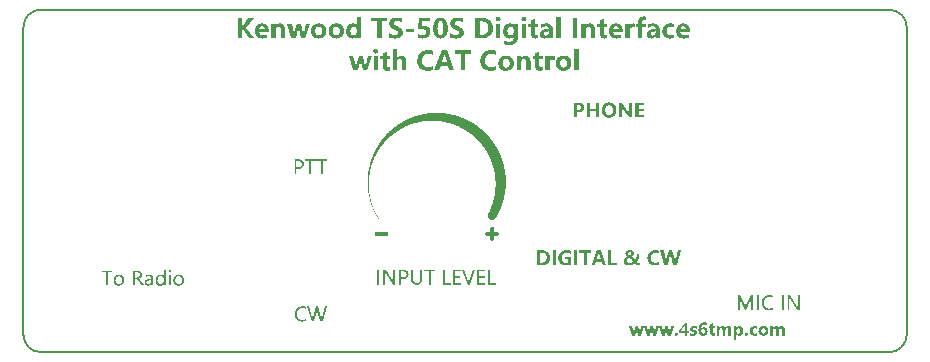
<source format=gto>
G04*
G04 #@! TF.GenerationSoftware,Altium Limited,Altium Designer,20.0.10 (225)*
G04*
G04 Layer_Color=65535*
%FSLAX44Y44*%
%MOMM*%
G71*
G01*
G75*
%ADD10C,0.2000*%
G36*
X353513Y202378D02*
X356323D01*
Y202144D01*
X358197D01*
Y201910D01*
X359602D01*
Y201675D01*
X361007D01*
Y201441D01*
X362178D01*
Y201207D01*
X363349D01*
Y200973D01*
X364286D01*
Y200739D01*
X365223D01*
Y200505D01*
X365925D01*
Y200270D01*
X366628D01*
Y200036D01*
X367564D01*
Y199802D01*
X368267D01*
Y199568D01*
X368970D01*
Y199334D01*
X369672D01*
Y199099D01*
X370140D01*
Y198865D01*
X370843D01*
Y198631D01*
X371546D01*
Y198397D01*
X372014D01*
Y198163D01*
X372717D01*
Y197928D01*
X373185D01*
Y197694D01*
X373653D01*
Y197460D01*
X374356D01*
Y197226D01*
X374824D01*
Y196992D01*
X375293D01*
Y196758D01*
X375761D01*
Y196523D01*
X376230D01*
Y196289D01*
X376698D01*
Y196055D01*
X377166D01*
Y195821D01*
X377401D01*
Y195586D01*
X377869D01*
Y195352D01*
X378337D01*
Y195118D01*
X378806D01*
Y194884D01*
X379274D01*
Y194650D01*
X379508D01*
Y194416D01*
X379977D01*
Y194181D01*
X380445D01*
Y193947D01*
X380679D01*
Y193713D01*
X381147D01*
Y193479D01*
X381616D01*
Y193245D01*
X381850D01*
Y193010D01*
X382318D01*
Y192776D01*
X382553D01*
Y192542D01*
X382787D01*
Y192308D01*
X383255D01*
Y192074D01*
X383724D01*
Y191839D01*
X383958D01*
Y191605D01*
X384192D01*
Y191371D01*
X384660D01*
Y191137D01*
X384895D01*
Y190903D01*
X385129D01*
Y190669D01*
X385597D01*
Y190434D01*
X385831D01*
Y190200D01*
X386065D01*
Y189966D01*
X386300D01*
Y189732D01*
X386768D01*
Y189498D01*
X387002D01*
Y189263D01*
X387237D01*
Y189029D01*
X387471D01*
Y188795D01*
X387939D01*
Y188561D01*
X388173D01*
Y188326D01*
X388408D01*
Y188092D01*
X388642D01*
Y187858D01*
X388876D01*
Y187624D01*
X389110D01*
Y187390D01*
X389344D01*
Y187156D01*
X389579D01*
Y186921D01*
X389813D01*
Y186687D01*
X390281D01*
Y186453D01*
X390515D01*
Y186219D01*
X390749D01*
Y185985D01*
X390984D01*
Y185751D01*
X391218D01*
Y185516D01*
X391452D01*
Y185282D01*
X391686D01*
Y185048D01*
X391920D01*
Y184814D01*
X392155D01*
Y184580D01*
X392389D01*
Y184345D01*
X392623D01*
Y184111D01*
X392857D01*
Y183877D01*
Y183643D01*
X393091D01*
Y183409D01*
X393326D01*
Y183174D01*
X393560D01*
Y182940D01*
X393794D01*
Y182706D01*
X394028D01*
Y182472D01*
X394262D01*
Y182238D01*
X394496D01*
Y182003D01*
X394731D01*
Y181769D01*
Y181535D01*
X394965D01*
Y181301D01*
X395199D01*
Y181067D01*
X395433D01*
Y180832D01*
X395667D01*
Y180598D01*
Y180364D01*
X395902D01*
Y180130D01*
X396136D01*
Y179896D01*
X396370D01*
Y179661D01*
X396604D01*
Y179427D01*
Y179193D01*
X396838D01*
Y178959D01*
X397073D01*
Y178725D01*
X397307D01*
Y178491D01*
Y178256D01*
X397541D01*
Y178022D01*
X397775D01*
Y177788D01*
Y177554D01*
X398009D01*
Y177320D01*
X398244D01*
Y177085D01*
X398478D01*
Y176851D01*
Y176617D01*
X398712D01*
Y176383D01*
X398946D01*
Y176148D01*
Y175914D01*
X399180D01*
Y175680D01*
X399414D01*
Y175446D01*
Y175212D01*
X399649D01*
Y174978D01*
Y174743D01*
X399883D01*
Y174509D01*
X400117D01*
Y174275D01*
Y174041D01*
X400351D01*
Y173807D01*
Y173572D01*
X400586D01*
Y173338D01*
X400820D01*
Y173104D01*
Y172870D01*
X401054D01*
Y172636D01*
Y172402D01*
X401288D01*
Y172167D01*
Y171933D01*
X401522D01*
Y171699D01*
Y171465D01*
X401756D01*
Y171231D01*
Y170996D01*
X401991D01*
Y170762D01*
X402225D01*
Y170528D01*
Y170294D01*
X402459D01*
Y170060D01*
Y169825D01*
X402693D01*
Y169591D01*
Y169357D01*
X402927D01*
Y169123D01*
Y168889D01*
Y168654D01*
X403162D01*
Y168420D01*
Y168186D01*
X403396D01*
Y167952D01*
Y167718D01*
X403630D01*
Y167484D01*
Y167249D01*
X403864D01*
Y167015D01*
Y166781D01*
Y166547D01*
X404098D01*
Y166313D01*
Y166078D01*
X404333D01*
Y165844D01*
Y165610D01*
Y165376D01*
X404567D01*
Y165142D01*
Y164907D01*
X404801D01*
Y164673D01*
Y164439D01*
Y164205D01*
X405035D01*
Y163971D01*
Y163736D01*
Y163502D01*
X405269D01*
Y163268D01*
Y163034D01*
Y162800D01*
X405504D01*
Y162565D01*
Y162331D01*
Y162097D01*
X405738D01*
Y161863D01*
Y161629D01*
Y161394D01*
X405972D01*
Y161160D01*
Y160926D01*
Y160692D01*
X406206D01*
Y160458D01*
Y160224D01*
Y159989D01*
X406440D01*
Y159755D01*
Y159521D01*
Y159287D01*
Y159052D01*
X406674D01*
Y158818D01*
Y158584D01*
Y158350D01*
Y158116D01*
X406909D01*
Y157881D01*
Y157647D01*
Y157413D01*
Y157179D01*
X407143D01*
Y156945D01*
Y156711D01*
Y156476D01*
Y156242D01*
X407377D01*
Y156008D01*
Y155774D01*
Y155540D01*
Y155306D01*
Y155071D01*
Y154837D01*
X407611D01*
Y154603D01*
Y154369D01*
Y154135D01*
Y153900D01*
Y153666D01*
Y153432D01*
X407845D01*
Y153198D01*
Y152963D01*
Y152729D01*
Y152495D01*
Y152261D01*
Y152027D01*
X408080D01*
Y151793D01*
Y151558D01*
Y151324D01*
Y151090D01*
Y150856D01*
Y150622D01*
Y150387D01*
Y150153D01*
Y149919D01*
X408314D01*
Y149685D01*
Y149451D01*
Y149216D01*
Y148982D01*
Y148748D01*
Y148514D01*
Y148280D01*
Y148046D01*
Y147811D01*
Y147577D01*
Y147343D01*
Y147109D01*
Y146875D01*
X408548D01*
Y146640D01*
Y146406D01*
Y146172D01*
Y145938D01*
Y145704D01*
Y145469D01*
Y145235D01*
Y145001D01*
Y144767D01*
Y144533D01*
Y144298D01*
Y144064D01*
Y143830D01*
Y143596D01*
Y143362D01*
Y143127D01*
Y142893D01*
Y142659D01*
Y142425D01*
Y142191D01*
Y141957D01*
Y141722D01*
Y141488D01*
X408314D01*
Y141254D01*
Y141020D01*
Y140786D01*
Y140551D01*
Y140317D01*
Y140083D01*
Y139849D01*
Y139615D01*
Y139380D01*
Y139146D01*
Y138912D01*
Y138678D01*
Y138444D01*
Y138209D01*
X408080D01*
Y137975D01*
Y137741D01*
Y137507D01*
Y137273D01*
Y137038D01*
Y136804D01*
Y136570D01*
Y136336D01*
Y136102D01*
X407845D01*
Y135868D01*
Y135633D01*
Y135399D01*
Y135165D01*
Y134931D01*
Y134697D01*
X407611D01*
Y134462D01*
Y134228D01*
Y133994D01*
Y133760D01*
Y133526D01*
Y133291D01*
X407377D01*
Y133057D01*
Y132823D01*
Y132589D01*
Y132355D01*
Y132120D01*
X407143D01*
Y131886D01*
Y131652D01*
Y131418D01*
Y131184D01*
Y130949D01*
X406909D01*
Y130715D01*
Y130481D01*
Y130247D01*
Y130013D01*
X406674D01*
Y129778D01*
Y129544D01*
Y129310D01*
Y129076D01*
X406440D01*
Y128842D01*
Y128608D01*
Y128373D01*
Y128139D01*
X406206D01*
Y127905D01*
Y127671D01*
Y127437D01*
X405972D01*
Y127202D01*
Y126968D01*
Y126734D01*
X405738D01*
Y126500D01*
Y126266D01*
Y126031D01*
X405504D01*
Y125797D01*
Y125563D01*
Y125329D01*
Y125095D01*
X405269D01*
Y124860D01*
Y124626D01*
X405035D01*
Y124392D01*
Y124158D01*
Y123924D01*
X404801D01*
Y123689D01*
Y123455D01*
Y123221D01*
X404567D01*
Y122987D01*
Y122753D01*
X404333D01*
Y122519D01*
Y122284D01*
Y122050D01*
X404098D01*
Y121816D01*
Y121582D01*
X403864D01*
Y121348D01*
Y121113D01*
Y120879D01*
X403630D01*
Y120645D01*
Y120411D01*
X403396D01*
Y120177D01*
Y119942D01*
X403162D01*
Y119708D01*
Y119474D01*
Y119240D01*
X402927D01*
Y119006D01*
Y118771D01*
X402693D01*
Y118537D01*
Y118303D01*
X402459D01*
Y118069D01*
X402225D01*
Y117835D01*
Y117600D01*
Y117366D01*
X401991D01*
Y117132D01*
X401756D01*
Y116898D01*
Y116664D01*
X401522D01*
Y116430D01*
Y116195D01*
X401288D01*
Y115961D01*
Y115727D01*
X401054D01*
Y115493D01*
Y115259D01*
X400820D01*
Y115024D01*
Y114790D01*
X400586D01*
Y114556D01*
X400351D01*
Y114322D01*
Y114088D01*
X400117D01*
Y113853D01*
Y113619D01*
X399883D01*
Y113385D01*
X399649D01*
Y113151D01*
X399414D01*
Y112917D01*
X399180D01*
Y112683D01*
X398946D01*
Y112448D01*
X398712D01*
Y112214D01*
X398244D01*
Y111980D01*
X395667D01*
Y112214D01*
X395199D01*
Y112448D01*
X394731D01*
Y112683D01*
X394496D01*
Y112917D01*
X394262D01*
Y113151D01*
X394028D01*
Y113385D01*
X393794D01*
Y113619D01*
Y113853D01*
X393560D01*
Y114088D01*
Y114322D01*
X393326D01*
Y114556D01*
Y114790D01*
Y115024D01*
Y115259D01*
Y115493D01*
Y115727D01*
Y115961D01*
Y116195D01*
Y116430D01*
Y116664D01*
X393560D01*
Y116898D01*
Y117132D01*
X393794D01*
Y117366D01*
Y117600D01*
X394028D01*
Y117835D01*
Y118069D01*
X394262D01*
Y118303D01*
Y118537D01*
X394496D01*
Y118771D01*
Y119006D01*
X394731D01*
Y119240D01*
Y119474D01*
X394965D01*
Y119708D01*
Y119942D01*
X395199D01*
Y120177D01*
Y120411D01*
Y120645D01*
X395433D01*
Y120879D01*
Y121113D01*
X395667D01*
Y121348D01*
Y121582D01*
X395902D01*
Y121816D01*
Y122050D01*
Y122284D01*
X396136D01*
Y122519D01*
Y122753D01*
X396370D01*
Y122987D01*
Y123221D01*
Y123455D01*
X396604D01*
Y123689D01*
Y123924D01*
Y124158D01*
X396838D01*
Y124392D01*
Y124626D01*
Y124860D01*
X397073D01*
Y125095D01*
Y125329D01*
X397307D01*
Y125563D01*
Y125797D01*
Y126031D01*
Y126266D01*
X397541D01*
Y126500D01*
Y126734D01*
Y126968D01*
X397775D01*
Y127202D01*
Y127437D01*
Y127671D01*
Y127905D01*
X398009D01*
Y128139D01*
Y128373D01*
Y128608D01*
X398244D01*
Y128842D01*
Y129076D01*
Y129310D01*
Y129544D01*
X398478D01*
Y129778D01*
Y130013D01*
Y130247D01*
Y130481D01*
Y130715D01*
X398712D01*
Y130949D01*
Y131184D01*
Y131418D01*
Y131652D01*
Y131886D01*
X398946D01*
Y132120D01*
Y132355D01*
Y132589D01*
Y132823D01*
Y133057D01*
X399180D01*
Y133291D01*
Y133526D01*
Y133760D01*
Y133994D01*
Y134228D01*
Y134462D01*
Y134697D01*
X399414D01*
Y134931D01*
Y135165D01*
Y135399D01*
Y135633D01*
Y135868D01*
Y136102D01*
Y136336D01*
Y136570D01*
X399649D01*
Y136804D01*
Y137038D01*
Y137273D01*
Y137507D01*
Y137741D01*
Y137975D01*
Y138209D01*
Y138444D01*
Y138678D01*
Y138912D01*
Y139146D01*
Y139380D01*
Y139615D01*
X399883D01*
Y139849D01*
Y140083D01*
Y140317D01*
Y140551D01*
Y140786D01*
Y141020D01*
Y141254D01*
Y141488D01*
Y141722D01*
Y141957D01*
Y142191D01*
Y142425D01*
Y142659D01*
Y142893D01*
Y143127D01*
Y143362D01*
Y143596D01*
Y143830D01*
Y144064D01*
Y144298D01*
Y144533D01*
X399649D01*
Y144767D01*
Y145001D01*
Y145235D01*
Y145469D01*
Y145704D01*
Y145938D01*
Y146172D01*
Y146406D01*
Y146640D01*
Y146875D01*
Y147109D01*
Y147343D01*
Y147577D01*
Y147811D01*
X399414D01*
Y148046D01*
Y148280D01*
Y148514D01*
Y148748D01*
Y148982D01*
Y149216D01*
Y149451D01*
Y149685D01*
X399180D01*
Y149919D01*
Y150153D01*
Y150387D01*
Y150622D01*
Y150856D01*
Y151090D01*
Y151324D01*
X398946D01*
Y151558D01*
Y151793D01*
Y152027D01*
Y152261D01*
Y152495D01*
X398712D01*
Y152729D01*
Y152963D01*
Y153198D01*
Y153432D01*
Y153666D01*
X398478D01*
Y153900D01*
Y154135D01*
Y154369D01*
Y154603D01*
X398244D01*
Y154837D01*
Y155071D01*
Y155306D01*
Y155540D01*
Y155774D01*
X398009D01*
Y156008D01*
Y156242D01*
Y156476D01*
X397775D01*
Y156711D01*
Y156945D01*
Y157179D01*
Y157413D01*
X397541D01*
Y157647D01*
Y157881D01*
Y158116D01*
X397307D01*
Y158350D01*
Y158584D01*
Y158818D01*
X397073D01*
Y159052D01*
Y159287D01*
Y159521D01*
X396838D01*
Y159755D01*
Y159989D01*
Y160224D01*
X396604D01*
Y160458D01*
Y160692D01*
Y160926D01*
X396370D01*
Y161160D01*
Y161394D01*
Y161629D01*
X396136D01*
Y161863D01*
Y162097D01*
X395902D01*
Y162331D01*
Y162565D01*
Y162800D01*
X395667D01*
Y163034D01*
Y163268D01*
X395433D01*
Y163502D01*
Y163736D01*
X395199D01*
Y163971D01*
Y164205D01*
X394965D01*
Y164439D01*
Y164673D01*
Y164907D01*
X394731D01*
Y165142D01*
Y165376D01*
X394496D01*
Y165610D01*
Y165844D01*
X394262D01*
Y166078D01*
Y166313D01*
X394028D01*
Y166547D01*
Y166781D01*
X393794D01*
Y167015D01*
Y167249D01*
X393560D01*
Y167484D01*
Y167718D01*
X393326D01*
Y167952D01*
X393091D01*
Y168186D01*
Y168420D01*
X392857D01*
Y168654D01*
Y168889D01*
X392623D01*
Y169123D01*
Y169357D01*
X392389D01*
Y169591D01*
X392155D01*
Y169825D01*
Y170060D01*
X391920D01*
Y170294D01*
Y170528D01*
X391686D01*
Y170762D01*
X391452D01*
Y170996D01*
Y171231D01*
X391218D01*
Y171465D01*
X390984D01*
Y171699D01*
Y171933D01*
X390749D01*
Y172167D01*
X390515D01*
Y172402D01*
Y172636D01*
X390281D01*
Y172870D01*
X390047D01*
Y173104D01*
Y173338D01*
X389813D01*
Y173572D01*
X389579D01*
Y173807D01*
X389344D01*
Y174041D01*
Y174275D01*
X389110D01*
Y174509D01*
X388876D01*
Y174743D01*
X388642D01*
Y174978D01*
Y175212D01*
X388408D01*
Y175446D01*
X388173D01*
Y175680D01*
X387939D01*
Y175914D01*
X387705D01*
Y176148D01*
Y176383D01*
X387471D01*
Y176617D01*
X387237D01*
Y176851D01*
X387002D01*
Y177085D01*
X386768D01*
Y177320D01*
X386534D01*
Y177554D01*
Y177788D01*
X386300D01*
Y178022D01*
X386065D01*
Y178256D01*
X385831D01*
Y178491D01*
X385597D01*
Y178725D01*
X385363D01*
Y178959D01*
X385129D01*
Y179193D01*
X384895D01*
Y179427D01*
X384660D01*
Y179661D01*
X384426D01*
Y179896D01*
X384192D01*
Y180130D01*
X383958D01*
Y180364D01*
X383724D01*
Y180598D01*
X383489D01*
Y180832D01*
X383255D01*
Y181067D01*
X383021D01*
Y181301D01*
X382787D01*
Y181535D01*
X382553D01*
Y181769D01*
X382318D01*
Y182003D01*
X382084D01*
Y182238D01*
X381616D01*
Y182472D01*
X381382D01*
Y182706D01*
X381147D01*
Y182940D01*
X380913D01*
Y183174D01*
X380679D01*
Y183409D01*
X380445D01*
Y183643D01*
X380211D01*
Y183877D01*
X379742D01*
Y184111D01*
X379508D01*
Y184345D01*
X379274D01*
Y184580D01*
X378806D01*
Y184814D01*
X378571D01*
Y185048D01*
X378337D01*
Y185282D01*
X378103D01*
Y185516D01*
X377635D01*
Y185751D01*
X377401D01*
Y185985D01*
X377166D01*
Y186219D01*
X376698D01*
Y186453D01*
X376464D01*
Y186687D01*
X375995D01*
Y186921D01*
X375761D01*
Y187156D01*
X375293D01*
Y187390D01*
X375059D01*
Y187624D01*
X374590D01*
Y187858D01*
X374122D01*
Y188092D01*
X373888D01*
Y188326D01*
X373419D01*
Y188561D01*
X372951D01*
Y188795D01*
X372717D01*
Y189029D01*
X372248D01*
Y189263D01*
X371780D01*
Y189498D01*
X371311D01*
Y189732D01*
X370843D01*
Y189966D01*
X370609D01*
Y190200D01*
X369906D01*
Y190434D01*
X369438D01*
Y190669D01*
X368970D01*
Y190903D01*
X368501D01*
Y191137D01*
X368033D01*
Y191371D01*
X367564D01*
Y191605D01*
X366862D01*
Y191839D01*
X366393D01*
Y192074D01*
X365691D01*
Y192308D01*
X365223D01*
Y192542D01*
X364520D01*
Y192776D01*
X363817D01*
Y193010D01*
X363115D01*
Y193245D01*
X362646D01*
Y193479D01*
X361710D01*
Y193713D01*
X361007D01*
Y193947D01*
X360070D01*
Y194181D01*
X359133D01*
Y194416D01*
X358197D01*
Y194650D01*
X357026D01*
Y194884D01*
X355855D01*
Y195118D01*
X354450D01*
Y195352D01*
X352810D01*
Y195586D01*
X350703D01*
Y195821D01*
X341335D01*
Y195586D01*
X339227D01*
Y195352D01*
X337588D01*
Y195118D01*
X336183D01*
Y194884D01*
X335012D01*
Y194650D01*
X333841D01*
Y194416D01*
X333138D01*
Y194181D01*
X331967D01*
Y193947D01*
X331265D01*
Y193713D01*
X330328D01*
Y193479D01*
X329625D01*
Y193245D01*
X328923D01*
Y193010D01*
X328220D01*
Y192776D01*
X327518D01*
Y192542D01*
X327049D01*
Y192308D01*
X326347D01*
Y192074D01*
X325878D01*
Y191839D01*
X325176D01*
Y191605D01*
X324707D01*
Y191371D01*
X324239D01*
Y191137D01*
X323536D01*
Y190903D01*
X323068D01*
Y190669D01*
X322599D01*
Y190434D01*
X322131D01*
Y190200D01*
X321663D01*
Y189966D01*
X321194D01*
Y189732D01*
X320726D01*
Y189498D01*
X320492D01*
Y189263D01*
X320023D01*
Y189029D01*
X319555D01*
Y188795D01*
X319087D01*
Y188561D01*
X318852D01*
Y188326D01*
X318384D01*
Y188092D01*
X317916D01*
Y187858D01*
X317682D01*
Y187624D01*
X317213D01*
Y187390D01*
X316979D01*
Y187156D01*
X316511D01*
Y186921D01*
X316276D01*
Y186687D01*
X315808D01*
Y186453D01*
X315574D01*
Y186219D01*
X315105D01*
Y185985D01*
X314871D01*
Y185751D01*
X314637D01*
Y185516D01*
X314169D01*
Y185282D01*
X313934D01*
Y185048D01*
X313466D01*
Y184814D01*
X313232D01*
Y184580D01*
X312998D01*
Y184345D01*
X312763D01*
Y184111D01*
X312295D01*
Y183877D01*
X312061D01*
Y183643D01*
X311827D01*
Y183409D01*
X311592D01*
Y183174D01*
X311358D01*
Y182940D01*
X310890D01*
Y182706D01*
X310656D01*
Y182472D01*
X310422D01*
Y182238D01*
X310187D01*
Y182003D01*
X309953D01*
Y181769D01*
X309719D01*
Y181535D01*
X309485D01*
Y181301D01*
X309251D01*
Y181067D01*
X309016D01*
Y180832D01*
X308782D01*
Y180598D01*
X308548D01*
Y180364D01*
X308314D01*
Y180130D01*
X308080D01*
Y179896D01*
X307845D01*
Y179661D01*
X307611D01*
Y179427D01*
X307377D01*
Y179193D01*
X307143D01*
Y178959D01*
X306909D01*
Y178725D01*
X306674D01*
Y178491D01*
X306440D01*
Y178256D01*
X306206D01*
Y178022D01*
X305972D01*
Y177788D01*
X305738D01*
Y177554D01*
X305504D01*
Y177320D01*
X305269D01*
Y177085D01*
Y176851D01*
X305035D01*
Y176617D01*
X304801D01*
Y176383D01*
X304567D01*
Y176148D01*
X304333D01*
Y175914D01*
X304098D01*
Y175680D01*
Y175446D01*
X303864D01*
Y175212D01*
X303630D01*
Y174978D01*
X303396D01*
Y174743D01*
Y174509D01*
X303162D01*
Y174275D01*
X302927D01*
Y174041D01*
X302693D01*
Y173807D01*
Y173572D01*
X302459D01*
Y173338D01*
X302225D01*
Y173104D01*
X301991D01*
Y172870D01*
Y172636D01*
X301756D01*
Y172402D01*
X301522D01*
Y172167D01*
Y171933D01*
X301288D01*
Y171699D01*
X301054D01*
Y171465D01*
Y171231D01*
X300820D01*
Y170996D01*
X300585D01*
Y170762D01*
Y170528D01*
X300351D01*
Y170294D01*
Y170060D01*
X300117D01*
Y169825D01*
X299883D01*
Y169591D01*
Y169357D01*
X299649D01*
Y169123D01*
Y168889D01*
X299415D01*
Y168654D01*
X299180D01*
Y168420D01*
Y168186D01*
X298946D01*
Y167952D01*
Y167718D01*
X298712D01*
Y167484D01*
Y167249D01*
X298478D01*
Y167015D01*
Y166781D01*
X298244D01*
Y166547D01*
Y166313D01*
X298009D01*
Y166078D01*
Y165844D01*
X297775D01*
Y165610D01*
Y165376D01*
X297541D01*
Y165142D01*
Y164907D01*
X297307D01*
Y164673D01*
Y164439D01*
X297073D01*
Y164205D01*
Y163971D01*
X296838D01*
Y163736D01*
Y163502D01*
X296604D01*
Y163268D01*
Y163034D01*
Y162800D01*
X296370D01*
Y162565D01*
Y162331D01*
X296136D01*
Y162097D01*
Y161863D01*
Y161629D01*
X295902D01*
Y161394D01*
Y161160D01*
X295667D01*
Y160926D01*
Y160692D01*
Y160458D01*
X295433D01*
Y160224D01*
Y159989D01*
Y159755D01*
X295199D01*
Y159521D01*
Y159287D01*
Y159052D01*
X294965D01*
Y158818D01*
Y158584D01*
Y158350D01*
X294731D01*
Y158116D01*
Y157881D01*
Y157647D01*
X294496D01*
Y157413D01*
Y157179D01*
Y156945D01*
Y156711D01*
X294262D01*
Y156476D01*
Y156242D01*
Y156008D01*
X294028D01*
Y155774D01*
Y155540D01*
Y155306D01*
Y155071D01*
X293794D01*
Y154837D01*
Y154603D01*
Y154369D01*
Y154135D01*
Y153900D01*
X293560D01*
Y153666D01*
Y153432D01*
Y153198D01*
Y152963D01*
X293326D01*
Y152729D01*
Y152495D01*
Y152261D01*
Y152027D01*
Y151793D01*
X293091D01*
Y151558D01*
Y151324D01*
Y151090D01*
Y150856D01*
Y150622D01*
Y150387D01*
Y150153D01*
X292857D01*
Y149919D01*
Y149685D01*
Y149451D01*
Y149216D01*
Y148982D01*
Y148748D01*
Y148514D01*
X292623D01*
Y148280D01*
Y148046D01*
Y147811D01*
Y147577D01*
Y147343D01*
Y147109D01*
Y146875D01*
Y146640D01*
Y146406D01*
Y146172D01*
Y145938D01*
X292389D01*
Y145704D01*
Y145469D01*
Y145235D01*
Y145001D01*
Y144767D01*
Y144533D01*
Y144298D01*
Y144064D01*
Y143830D01*
Y143596D01*
Y143362D01*
Y143127D01*
Y142893D01*
Y142659D01*
Y142425D01*
Y142191D01*
Y141957D01*
Y141722D01*
Y141488D01*
Y141254D01*
Y141020D01*
Y140786D01*
Y140551D01*
Y140317D01*
Y140083D01*
Y139849D01*
Y139615D01*
Y139380D01*
Y139146D01*
Y138912D01*
Y138678D01*
Y138444D01*
X292623D01*
Y138209D01*
Y137975D01*
Y137741D01*
Y137507D01*
Y137273D01*
Y137038D01*
Y136804D01*
Y136570D01*
Y136336D01*
Y136102D01*
Y135868D01*
X292857D01*
Y135633D01*
Y135399D01*
Y135165D01*
Y134931D01*
Y134697D01*
Y134462D01*
Y134228D01*
Y133994D01*
X293091D01*
Y133760D01*
Y133526D01*
Y133291D01*
Y133057D01*
Y132823D01*
Y132589D01*
X293326D01*
Y132355D01*
Y132120D01*
Y131886D01*
Y131652D01*
Y131418D01*
X293560D01*
Y131184D01*
Y130949D01*
Y130715D01*
Y130481D01*
Y130247D01*
X293794D01*
Y130013D01*
Y129778D01*
Y129544D01*
Y129310D01*
X294028D01*
Y129076D01*
Y128842D01*
Y128608D01*
Y128373D01*
X294262D01*
Y128139D01*
Y127905D01*
Y127671D01*
Y127437D01*
X294496D01*
Y127202D01*
Y126968D01*
Y126734D01*
X294731D01*
Y126500D01*
Y126266D01*
Y126031D01*
X294965D01*
Y125797D01*
Y125563D01*
Y125329D01*
X295199D01*
Y125095D01*
Y124860D01*
Y124626D01*
X295433D01*
Y124392D01*
Y124158D01*
Y123924D01*
X295667D01*
Y123689D01*
Y123455D01*
Y123221D01*
X295902D01*
Y122987D01*
Y122753D01*
Y122519D01*
X296136D01*
Y122284D01*
Y122050D01*
X296370D01*
Y121816D01*
Y121582D01*
X296604D01*
Y121348D01*
Y121113D01*
Y120879D01*
X296838D01*
Y120645D01*
Y120411D01*
X297073D01*
Y120177D01*
Y119942D01*
X297307D01*
Y119708D01*
Y119474D01*
X297541D01*
Y119240D01*
Y119006D01*
X297775D01*
Y118771D01*
Y118537D01*
Y118303D01*
X298009D01*
Y118069D01*
Y117835D01*
X298244D01*
Y117600D01*
Y117366D01*
X298478D01*
Y117132D01*
X298712D01*
Y116898D01*
Y116664D01*
X298946D01*
Y116430D01*
Y116195D01*
X299180D01*
Y115961D01*
Y115727D01*
X299415D01*
Y115493D01*
Y115259D01*
X299649D01*
Y115024D01*
X299883D01*
Y114790D01*
Y114556D01*
X300117D01*
Y114322D01*
Y114088D01*
X300351D01*
Y113853D01*
X300585D01*
Y113619D01*
Y113385D01*
X300820D01*
Y113151D01*
X301054D01*
Y112917D01*
Y112683D01*
X301288D01*
Y112448D01*
Y112214D01*
X301522D01*
Y111980D01*
X301054D01*
Y112214D01*
X300820D01*
Y112448D01*
Y112683D01*
X300585D01*
Y112917D01*
X300351D01*
Y113151D01*
Y113385D01*
X300117D01*
Y113619D01*
Y113853D01*
X299883D01*
Y114088D01*
X299649D01*
Y114322D01*
Y114556D01*
X299415D01*
Y114790D01*
Y115024D01*
X299180D01*
Y115259D01*
X298946D01*
Y115493D01*
Y115727D01*
X298712D01*
Y115961D01*
Y116195D01*
X298478D01*
Y116430D01*
Y116664D01*
X298244D01*
Y116898D01*
Y117132D01*
X298009D01*
Y117366D01*
Y117600D01*
X297775D01*
Y117835D01*
Y118069D01*
X297541D01*
Y118303D01*
Y118537D01*
X297307D01*
Y118771D01*
Y119006D01*
X297073D01*
Y119240D01*
Y119474D01*
X296838D01*
Y119708D01*
Y119942D01*
X296604D01*
Y120177D01*
Y120411D01*
X296370D01*
Y120645D01*
Y120879D01*
X296136D01*
Y121113D01*
Y121348D01*
Y121582D01*
X295902D01*
Y121816D01*
Y122050D01*
X295667D01*
Y122284D01*
Y122519D01*
Y122753D01*
X295433D01*
Y122987D01*
Y123221D01*
X295199D01*
Y123455D01*
Y123689D01*
Y123924D01*
X294965D01*
Y124158D01*
Y124392D01*
Y124626D01*
X294731D01*
Y124860D01*
Y125095D01*
Y125329D01*
X294496D01*
Y125563D01*
Y125797D01*
Y126031D01*
X294262D01*
Y126266D01*
Y126500D01*
Y126734D01*
X294028D01*
Y126968D01*
Y127202D01*
Y127437D01*
X293794D01*
Y127671D01*
Y127905D01*
Y128139D01*
X293560D01*
Y128373D01*
Y128608D01*
Y128842D01*
Y129076D01*
X293326D01*
Y129310D01*
Y129544D01*
Y129778D01*
Y130013D01*
X293091D01*
Y130247D01*
Y130481D01*
Y130715D01*
Y130949D01*
Y131184D01*
X292857D01*
Y131418D01*
Y131652D01*
Y131886D01*
Y132120D01*
X292623D01*
Y132355D01*
Y132589D01*
Y132823D01*
Y133057D01*
Y133291D01*
X292389D01*
Y133526D01*
Y133760D01*
Y133994D01*
Y134228D01*
Y134462D01*
Y134697D01*
X292155D01*
Y134931D01*
Y135165D01*
Y135399D01*
Y135633D01*
Y135868D01*
Y136102D01*
X291920D01*
Y136336D01*
Y136570D01*
Y136804D01*
Y137038D01*
Y137273D01*
Y137507D01*
Y137741D01*
Y137975D01*
Y138209D01*
X291686D01*
Y138444D01*
Y138678D01*
Y138912D01*
Y139146D01*
Y139380D01*
Y139615D01*
Y139849D01*
Y140083D01*
Y140317D01*
Y140551D01*
Y140786D01*
Y141020D01*
Y141254D01*
Y141488D01*
X291452D01*
Y141722D01*
Y141957D01*
Y142191D01*
Y142425D01*
Y142659D01*
Y142893D01*
Y143127D01*
Y143362D01*
Y143596D01*
Y143830D01*
Y144064D01*
Y144298D01*
Y144533D01*
Y144767D01*
Y145001D01*
Y145235D01*
Y145469D01*
Y145704D01*
Y145938D01*
Y146172D01*
Y146406D01*
Y146640D01*
Y146875D01*
X291686D01*
Y147109D01*
Y147343D01*
Y147577D01*
Y147811D01*
Y148046D01*
Y148280D01*
Y148514D01*
Y148748D01*
Y148982D01*
Y149216D01*
Y149451D01*
Y149685D01*
Y149919D01*
Y150153D01*
X291920D01*
Y150387D01*
Y150622D01*
Y150856D01*
Y151090D01*
Y151324D01*
Y151558D01*
Y151793D01*
Y152027D01*
X292155D01*
Y152261D01*
Y152495D01*
Y152729D01*
Y152963D01*
Y153198D01*
Y153432D01*
X292389D01*
Y153666D01*
Y153900D01*
Y154135D01*
Y154369D01*
Y154603D01*
Y154837D01*
Y155071D01*
X292623D01*
Y155306D01*
Y155540D01*
Y155774D01*
Y156008D01*
Y156242D01*
X292857D01*
Y156476D01*
Y156711D01*
Y156945D01*
Y157179D01*
X293091D01*
Y157413D01*
Y157647D01*
Y157881D01*
Y158116D01*
X293326D01*
Y158350D01*
Y158584D01*
Y158818D01*
Y159052D01*
X293560D01*
Y159287D01*
Y159521D01*
Y159755D01*
Y159989D01*
X293794D01*
Y160224D01*
Y160458D01*
Y160692D01*
X294028D01*
Y160926D01*
Y161160D01*
Y161394D01*
Y161629D01*
X294262D01*
Y161863D01*
Y162097D01*
Y162331D01*
X294496D01*
Y162565D01*
Y162800D01*
Y163034D01*
X294731D01*
Y163268D01*
Y163502D01*
Y163736D01*
X294965D01*
Y163971D01*
Y164205D01*
X295199D01*
Y164439D01*
Y164673D01*
Y164907D01*
X295433D01*
Y165142D01*
Y165376D01*
Y165610D01*
X295667D01*
Y165844D01*
Y166078D01*
X295902D01*
Y166313D01*
Y166547D01*
Y166781D01*
X296136D01*
Y167015D01*
Y167249D01*
X296370D01*
Y167484D01*
Y167718D01*
X296604D01*
Y167952D01*
Y168186D01*
Y168420D01*
X296838D01*
Y168654D01*
Y168889D01*
X297073D01*
Y169123D01*
Y169357D01*
X297307D01*
Y169591D01*
Y169825D01*
X297541D01*
Y170060D01*
Y170294D01*
X297775D01*
Y170528D01*
Y170762D01*
X298009D01*
Y170996D01*
Y171231D01*
X298244D01*
Y171465D01*
Y171699D01*
X298478D01*
Y171933D01*
Y172167D01*
X298712D01*
Y172402D01*
X298946D01*
Y172636D01*
Y172870D01*
X299180D01*
Y173104D01*
Y173338D01*
X299415D01*
Y173572D01*
Y173807D01*
X299649D01*
Y174041D01*
X299883D01*
Y174275D01*
Y174509D01*
X300117D01*
Y174743D01*
Y174978D01*
X300351D01*
Y175212D01*
X300585D01*
Y175446D01*
Y175680D01*
X300820D01*
Y175914D01*
X301054D01*
Y176148D01*
Y176383D01*
X301288D01*
Y176617D01*
X301522D01*
Y176851D01*
Y177085D01*
X301756D01*
Y177320D01*
X301991D01*
Y177554D01*
Y177788D01*
X302225D01*
Y178022D01*
X302459D01*
Y178256D01*
X302693D01*
Y178491D01*
Y178725D01*
X302927D01*
Y178959D01*
X303162D01*
Y179193D01*
Y179427D01*
X303396D01*
Y179661D01*
X303630D01*
Y179896D01*
X303864D01*
Y180130D01*
X304098D01*
Y180364D01*
Y180598D01*
X304333D01*
Y180832D01*
X304567D01*
Y181067D01*
X304801D01*
Y181301D01*
Y181535D01*
X305035D01*
Y181769D01*
X305269D01*
Y182003D01*
X305504D01*
Y182238D01*
X305738D01*
Y182472D01*
X305972D01*
Y182706D01*
X306206D01*
Y182940D01*
X306440D01*
Y183174D01*
X306674D01*
Y183409D01*
Y183643D01*
X306909D01*
Y183877D01*
X307143D01*
Y184111D01*
X307377D01*
Y184345D01*
X307611D01*
Y184580D01*
X307845D01*
Y184814D01*
X308080D01*
Y185048D01*
X308314D01*
Y185282D01*
X308548D01*
Y185516D01*
X308782D01*
Y185751D01*
X309016D01*
Y185985D01*
X309251D01*
Y186219D01*
X309485D01*
Y186453D01*
X309719D01*
Y186687D01*
X309953D01*
Y186921D01*
X310187D01*
Y187156D01*
X310422D01*
Y187390D01*
X310656D01*
Y187624D01*
X311124D01*
Y187858D01*
X311358D01*
Y188092D01*
X311592D01*
Y188326D01*
X311827D01*
Y188561D01*
X312061D01*
Y188795D01*
X312295D01*
Y189029D01*
X312529D01*
Y189263D01*
X312998D01*
Y189498D01*
X313232D01*
Y189732D01*
X313466D01*
Y189966D01*
X313700D01*
Y190200D01*
X314169D01*
Y190434D01*
X314403D01*
Y190669D01*
X314637D01*
Y190903D01*
X315105D01*
Y191137D01*
X315340D01*
Y191371D01*
X315574D01*
Y191605D01*
X316042D01*
Y191839D01*
X316276D01*
Y192074D01*
X316745D01*
Y192308D01*
X316979D01*
Y192542D01*
X317213D01*
Y192776D01*
X317682D01*
Y193010D01*
X318150D01*
Y193245D01*
X318384D01*
Y193479D01*
X318852D01*
Y193713D01*
X319087D01*
Y193947D01*
X319555D01*
Y194181D01*
X320023D01*
Y194416D01*
X320258D01*
Y194650D01*
X320726D01*
Y194884D01*
X321194D01*
Y195118D01*
X321663D01*
Y195352D01*
X321897D01*
Y195586D01*
X322365D01*
Y195821D01*
X322834D01*
Y196055D01*
X323302D01*
Y196289D01*
X323770D01*
Y196523D01*
X324239D01*
Y196758D01*
X324707D01*
Y196992D01*
X325176D01*
Y197226D01*
X325644D01*
Y197460D01*
X326112D01*
Y197694D01*
X326815D01*
Y197928D01*
X327283D01*
Y198163D01*
X327986D01*
Y198397D01*
X328454D01*
Y198631D01*
X329157D01*
Y198865D01*
X329625D01*
Y199099D01*
X330328D01*
Y199334D01*
X331030D01*
Y199568D01*
X331733D01*
Y199802D01*
X332436D01*
Y200036D01*
X333138D01*
Y200270D01*
X334075D01*
Y200505D01*
X334777D01*
Y200739D01*
X335714D01*
Y200973D01*
X336651D01*
Y201207D01*
X337822D01*
Y201441D01*
X338993D01*
Y201675D01*
X340164D01*
Y201910D01*
X341803D01*
Y202144D01*
X343677D01*
Y202378D01*
X346487D01*
Y202612D01*
X353513D01*
Y202378D01*
D02*
G37*
G36*
X308070Y101676D02*
X308304D01*
Y101441D01*
X308538D01*
Y101207D01*
X308773D01*
Y100973D01*
X309007D01*
Y100739D01*
Y100505D01*
Y100270D01*
Y100036D01*
Y99802D01*
Y99568D01*
Y99333D01*
X308773D01*
Y99099D01*
Y98865D01*
X308538D01*
Y98631D01*
X308070D01*
Y98397D01*
X307602D01*
Y98163D01*
X298702D01*
Y98397D01*
X298234D01*
Y98631D01*
X298000D01*
Y98865D01*
X297765D01*
Y99099D01*
X297531D01*
Y99333D01*
Y99568D01*
Y99802D01*
Y100036D01*
Y100270D01*
Y100505D01*
Y100739D01*
Y100973D01*
X297765D01*
Y101207D01*
Y101441D01*
X298000D01*
Y101676D01*
X298468D01*
Y101910D01*
X308070D01*
Y101676D01*
D02*
G37*
G36*
X397521Y105891D02*
X397990D01*
Y105657D01*
X398224D01*
Y105422D01*
X398458D01*
Y105188D01*
Y104954D01*
X398692D01*
Y104720D01*
Y104486D01*
Y104252D01*
Y104017D01*
Y103783D01*
Y103549D01*
Y103315D01*
Y103081D01*
Y102846D01*
Y102612D01*
Y102378D01*
Y102144D01*
X398927D01*
Y101910D01*
X401737D01*
Y101676D01*
X401971D01*
Y101441D01*
X402205D01*
Y101207D01*
X402439D01*
Y100973D01*
Y100739D01*
X402673D01*
Y100505D01*
Y100270D01*
Y100036D01*
Y99802D01*
Y99568D01*
X402439D01*
Y99333D01*
Y99099D01*
X402205D01*
Y98865D01*
Y98631D01*
X401737D01*
Y98397D01*
X401268D01*
Y98163D01*
X398692D01*
Y97928D01*
Y97694D01*
Y97460D01*
Y97226D01*
Y96992D01*
Y96757D01*
Y96523D01*
Y96289D01*
Y96055D01*
Y95821D01*
Y95586D01*
Y95352D01*
X398458D01*
Y95118D01*
X398224D01*
Y94884D01*
X397990D01*
Y94650D01*
X397521D01*
Y94416D01*
X396350D01*
Y94650D01*
X395648D01*
Y94884D01*
X395414D01*
Y95118D01*
Y95352D01*
X395179D01*
Y95586D01*
Y95821D01*
X394945D01*
Y96055D01*
Y96289D01*
Y96523D01*
Y96757D01*
Y96992D01*
Y97226D01*
Y97460D01*
Y97694D01*
Y97928D01*
Y98163D01*
X392369D01*
Y98397D01*
X391901D01*
Y98631D01*
X391666D01*
Y98865D01*
X391432D01*
Y99099D01*
X391198D01*
Y99333D01*
Y99568D01*
Y99802D01*
X390964D01*
Y100036D01*
Y100270D01*
Y100505D01*
X391198D01*
Y100739D01*
Y100973D01*
X391432D01*
Y101207D01*
Y101441D01*
X391666D01*
Y101676D01*
X392135D01*
Y101910D01*
X394945D01*
Y102144D01*
Y102378D01*
Y102612D01*
Y102846D01*
Y103081D01*
Y103315D01*
Y103549D01*
Y103783D01*
Y104017D01*
Y104252D01*
Y104486D01*
Y104720D01*
X395179D01*
Y104954D01*
Y105188D01*
X395414D01*
Y105422D01*
X395648D01*
Y105657D01*
X395882D01*
Y105891D01*
X396350D01*
Y106125D01*
X397521D01*
Y105891D01*
D02*
G37*
G36*
X526039Y284287D02*
X526332Y284258D01*
X526654Y284229D01*
X526947Y284170D01*
X527240Y284082D01*
Y281242D01*
X527210D01*
X527123Y281300D01*
X526976Y281329D01*
X526800Y281388D01*
X526595Y281447D01*
X526361Y281476D01*
X525863Y281534D01*
X525687D01*
X525570Y281505D01*
X525277Y281417D01*
X524955Y281271D01*
X524780Y281183D01*
X524604Y281037D01*
X524458Y280890D01*
X524311Y280685D01*
X524194Y280451D01*
X524106Y280187D01*
X524048Y279865D01*
X524018Y279514D01*
Y278137D01*
X526800D01*
Y275443D01*
X524018D01*
Y265866D01*
X520445Y265866D01*
Y275443D01*
X518366D01*
Y278137D01*
X520445D01*
Y279689D01*
Y279719D01*
Y279777D01*
Y279894D01*
X520475Y280041D01*
Y280217D01*
X520504Y280422D01*
X520621Y280890D01*
X520768Y281447D01*
X521002Y282003D01*
X521353Y282559D01*
X521558Y282823D01*
X521792Y283057D01*
X521822Y283087D01*
X521851Y283116D01*
X521939Y283174D01*
X522056Y283262D01*
X522349Y283467D01*
X522759Y283702D01*
X523286Y283907D01*
X523901Y284112D01*
X524604Y284258D01*
X524985Y284317D01*
X525775D01*
X526039Y284287D01*
D02*
G37*
G36*
X424152Y283907D02*
X424357Y283877D01*
X424621Y283819D01*
X424855Y283702D01*
X425089Y283584D01*
X425324Y283409D01*
X425353Y283379D01*
X425412Y283321D01*
X425499Y283204D01*
X425617Y283057D01*
X425734Y282852D01*
X425822Y282618D01*
X425880Y282384D01*
X425910Y282091D01*
Y282062D01*
Y281944D01*
X425880Y281798D01*
X425851Y281622D01*
X425763Y281388D01*
X425675Y281154D01*
X425529Y280949D01*
X425324Y280714D01*
X425294Y280685D01*
X425207Y280627D01*
X425089Y280539D01*
X424914Y280451D01*
X424709Y280363D01*
X424445Y280275D01*
X424152Y280217D01*
X423830Y280187D01*
X423684D01*
X423508Y280217D01*
X423303Y280246D01*
X423069Y280334D01*
X422805Y280422D01*
X422571Y280568D01*
X422337Y280744D01*
X422307Y280773D01*
X422249Y280832D01*
X422161Y280949D01*
X422044Y281124D01*
X421926Y281329D01*
X421839Y281534D01*
X421780Y281798D01*
X421751Y282091D01*
Y282120D01*
Y282237D01*
X421780Y282384D01*
X421839Y282559D01*
X421897Y282764D01*
X421985Y282999D01*
X422132Y283204D01*
X422337Y283409D01*
X422366Y283438D01*
X422454Y283497D01*
X422571Y283584D01*
X422747Y283672D01*
X422952Y283760D01*
X423215Y283848D01*
X423508Y283907D01*
X423830Y283936D01*
X423977D01*
X424152Y283907D01*
D02*
G37*
G36*
X402305D02*
X402510Y283877D01*
X402773Y283819D01*
X403008Y283702D01*
X403242Y283584D01*
X403476Y283409D01*
X403506Y283379D01*
X403564Y283321D01*
X403652Y283204D01*
X403769Y283057D01*
X403886Y282852D01*
X403974Y282618D01*
X404033Y282384D01*
X404062Y282091D01*
Y282062D01*
Y281944D01*
X404033Y281798D01*
X404003Y281622D01*
X403915Y281388D01*
X403828Y281154D01*
X403681Y280949D01*
X403476Y280714D01*
X403447Y280685D01*
X403359Y280627D01*
X403242Y280539D01*
X403066Y280451D01*
X402861Y280363D01*
X402598Y280275D01*
X402305Y280217D01*
X401983Y280187D01*
X401836D01*
X401660Y280217D01*
X401455Y280246D01*
X401221Y280334D01*
X400958Y280422D01*
X400723Y280568D01*
X400489Y280744D01*
X400460Y280773D01*
X400401Y280832D01*
X400313Y280949D01*
X400196Y281124D01*
X400079Y281329D01*
X399991Y281534D01*
X399933Y281798D01*
X399903Y282091D01*
Y282120D01*
Y282237D01*
X399933Y282384D01*
X399991Y282559D01*
X400050Y282764D01*
X400138Y282999D01*
X400284Y283204D01*
X400489Y283409D01*
X400518Y283438D01*
X400606Y283497D01*
X400723Y283584D01*
X400899Y283672D01*
X401104Y283760D01*
X401368Y283848D01*
X401660Y283907D01*
X401983Y283936D01*
X402129D01*
X402305Y283907D01*
D02*
G37*
G36*
X368626Y283292D02*
X368860D01*
X369153Y283262D01*
X369446Y283233D01*
X370119Y283174D01*
X370822Y283057D01*
X371525Y282882D01*
X372199Y282677D01*
Y279221D01*
X372169D01*
X372111Y279279D01*
X372023Y279338D01*
X371906Y279396D01*
X371730Y279514D01*
X371525Y279601D01*
X371291Y279719D01*
X371056Y279836D01*
X370441Y280041D01*
X369768Y280246D01*
X369006Y280363D01*
X368157Y280422D01*
X367923D01*
X367688Y280392D01*
X367366Y280363D01*
X367015Y280304D01*
X366664Y280217D01*
X366283Y280099D01*
X365961Y279924D01*
X365931Y279894D01*
X365844Y279836D01*
X365697Y279719D01*
X365580Y279572D01*
X365434Y279367D01*
X365287Y279133D01*
X365199Y278869D01*
X365170Y278577D01*
Y278547D01*
Y278459D01*
X365199Y278342D01*
X365229Y278196D01*
X365316Y277991D01*
X365404Y277786D01*
X365551Y277581D01*
X365726Y277346D01*
X365756Y277317D01*
X365844Y277259D01*
X366019Y277112D01*
X366283Y276966D01*
X366634Y276731D01*
X366869Y276614D01*
X367132Y276497D01*
X367425Y276351D01*
X367718Y276175D01*
X368098Y276029D01*
X368479Y275853D01*
X368508D01*
X368596Y275794D01*
X368713Y275736D01*
X368889Y275648D01*
X369094Y275560D01*
X369328Y275443D01*
X369885Y275150D01*
X370471Y274799D01*
X371027Y274389D01*
X371554Y273979D01*
X371789Y273744D01*
X371994Y273510D01*
X372023Y273451D01*
X372140Y273305D01*
X372286Y273041D01*
X372491Y272690D01*
X372667Y272280D01*
X372814Y271782D01*
X372931Y271226D01*
X372960Y270611D01*
Y270581D01*
Y270494D01*
Y270376D01*
X372931Y270201D01*
X372901Y269996D01*
X372872Y269761D01*
X372755Y269234D01*
X372521Y268619D01*
X372404Y268297D01*
X372228Y268004D01*
X372023Y267682D01*
X371789Y267389D01*
X371525Y267126D01*
X371203Y266862D01*
X371174D01*
X371115Y266803D01*
X371027Y266745D01*
X370881Y266657D01*
X370705Y266569D01*
X370471Y266452D01*
X370207Y266335D01*
X369914Y266218D01*
X369592Y266101D01*
X369211Y265983D01*
X368801Y265866D01*
X368362Y265778D01*
X367893Y265691D01*
X367366Y265632D01*
X366810Y265603D01*
X366224Y265573D01*
X365931D01*
X365726Y265603D01*
X365492D01*
X365199Y265632D01*
X364877Y265661D01*
X364496Y265691D01*
X363735Y265808D01*
X362915Y265983D01*
X362124Y266188D01*
X361363Y266511D01*
Y270171D01*
X361392Y270142D01*
X361451Y270113D01*
X361568Y270025D01*
X361743Y269908D01*
X361919Y269791D01*
X362153Y269644D01*
X362417Y269468D01*
X362739Y269322D01*
X363061Y269176D01*
X363442Y269000D01*
X364233Y268736D01*
X364672Y268619D01*
X365111Y268561D01*
X365580Y268502D01*
X366078Y268473D01*
X366341D01*
X366605Y268502D01*
X366927Y268531D01*
X367308Y268590D01*
X367659Y268678D01*
X368040Y268795D01*
X368333Y268971D01*
X368362Y269000D01*
X368450Y269058D01*
X368567Y269176D01*
X368713Y269322D01*
X368860Y269527D01*
X368977Y269761D01*
X369065Y269996D01*
X369094Y270289D01*
Y270318D01*
Y270406D01*
X369065Y270552D01*
X369006Y270728D01*
X368948Y270933D01*
X368831Y271138D01*
X368684Y271372D01*
X368479Y271606D01*
X368450Y271636D01*
X368362Y271723D01*
X368157Y271870D01*
X368040Y271958D01*
X367864Y272075D01*
X367688Y272163D01*
X367454Y272309D01*
X367191Y272456D01*
X366898Y272602D01*
X366576Y272749D01*
X366224Y272924D01*
X365814Y273100D01*
X365346Y273305D01*
X365287Y273334D01*
X365170Y273393D01*
X364965Y273481D01*
X364701Y273627D01*
X364408Y273803D01*
X364057Y274008D01*
X363706Y274271D01*
X363325Y274564D01*
X362944Y274886D01*
X362593Y275267D01*
X362241Y275677D01*
X361948Y276116D01*
X361685Y276614D01*
X361480Y277141D01*
X361363Y277698D01*
X361304Y278284D01*
Y278313D01*
Y278401D01*
Y278518D01*
X361333Y278694D01*
X361363Y278869D01*
X361392Y279104D01*
X361538Y279660D01*
X361743Y280246D01*
X361890Y280568D01*
X362066Y280861D01*
X362271Y281183D01*
X362534Y281476D01*
X362798Y281739D01*
X363120Y282003D01*
X363149Y282032D01*
X363208Y282062D01*
X363325Y282120D01*
X363442Y282208D01*
X363647Y282296D01*
X363852Y282413D01*
X364116Y282530D01*
X364408Y282677D01*
X364760Y282794D01*
X365111Y282911D01*
X365521Y283028D01*
X365961Y283116D01*
X366400Y283204D01*
X366898Y283262D01*
X367425Y283321D01*
X368391D01*
X368626Y283292D01*
D02*
G37*
G36*
X316965D02*
X317199D01*
X317492Y283262D01*
X317785Y283233D01*
X318458Y283174D01*
X319161Y283057D01*
X319864Y282882D01*
X320538Y282677D01*
Y279221D01*
X320508D01*
X320450Y279279D01*
X320362Y279338D01*
X320245Y279396D01*
X320069Y279514D01*
X319864Y279601D01*
X319630Y279719D01*
X319396Y279836D01*
X318780Y280041D01*
X318107Y280246D01*
X317346Y280363D01*
X316496Y280422D01*
X316262D01*
X316028Y280392D01*
X315706Y280363D01*
X315354Y280304D01*
X315003Y280217D01*
X314622Y280099D01*
X314300Y279924D01*
X314270Y279894D01*
X314183Y279836D01*
X314036Y279719D01*
X313919Y279572D01*
X313773Y279367D01*
X313626Y279133D01*
X313538Y278869D01*
X313509Y278577D01*
Y278547D01*
Y278459D01*
X313538Y278342D01*
X313568Y278196D01*
X313655Y277991D01*
X313743Y277786D01*
X313890Y277581D01*
X314065Y277346D01*
X314095Y277317D01*
X314183Y277259D01*
X314358Y277112D01*
X314622Y276966D01*
X314973Y276731D01*
X315208Y276614D01*
X315471Y276497D01*
X315764Y276351D01*
X316057Y276175D01*
X316438Y276029D01*
X316818Y275853D01*
X316848D01*
X316936Y275794D01*
X317053Y275736D01*
X317228Y275648D01*
X317433Y275560D01*
X317668Y275443D01*
X318224Y275150D01*
X318810Y274799D01*
X319366Y274389D01*
X319893Y273979D01*
X320128Y273744D01*
X320333Y273510D01*
X320362Y273451D01*
X320479Y273305D01*
X320626Y273041D01*
X320831Y272690D01*
X321006Y272280D01*
X321153Y271782D01*
X321270Y271226D01*
X321299Y270611D01*
Y270581D01*
Y270494D01*
Y270376D01*
X321270Y270201D01*
X321241Y269996D01*
X321211Y269761D01*
X321094Y269234D01*
X320860Y268619D01*
X320743Y268297D01*
X320567Y268004D01*
X320362Y267682D01*
X320128Y267389D01*
X319864Y267126D01*
X319542Y266862D01*
X319513D01*
X319454Y266803D01*
X319366Y266745D01*
X319220Y266657D01*
X319044Y266569D01*
X318810Y266452D01*
X318546Y266335D01*
X318253Y266218D01*
X317931Y266101D01*
X317551Y265983D01*
X317141Y265866D01*
X316701Y265778D01*
X316233Y265691D01*
X315706Y265632D01*
X315149Y265603D01*
X314563Y265573D01*
X314270D01*
X314065Y265603D01*
X313831D01*
X313538Y265632D01*
X313216Y265661D01*
X312835Y265691D01*
X312074Y265808D01*
X311254Y265983D01*
X310463Y266188D01*
X309702Y266511D01*
Y270171D01*
X309731Y270142D01*
X309790Y270113D01*
X309907Y270025D01*
X310082Y269908D01*
X310258Y269791D01*
X310492Y269644D01*
X310756Y269468D01*
X311078Y269322D01*
X311400Y269176D01*
X311781Y269000D01*
X312572Y268736D01*
X313011Y268619D01*
X313451Y268561D01*
X313919Y268502D01*
X314417Y268473D01*
X314681D01*
X314944Y268502D01*
X315266Y268531D01*
X315647Y268590D01*
X315998Y268678D01*
X316379Y268795D01*
X316672Y268971D01*
X316701Y269000D01*
X316789Y269058D01*
X316906Y269176D01*
X317053Y269322D01*
X317199Y269527D01*
X317316Y269761D01*
X317404Y269996D01*
X317433Y270289D01*
Y270318D01*
Y270406D01*
X317404Y270552D01*
X317346Y270728D01*
X317287Y270933D01*
X317170Y271138D01*
X317023Y271372D01*
X316818Y271606D01*
X316789Y271636D01*
X316701Y271723D01*
X316496Y271870D01*
X316379Y271958D01*
X316203Y272075D01*
X316028Y272163D01*
X315793Y272309D01*
X315530Y272456D01*
X315237Y272602D01*
X314915Y272749D01*
X314563Y272924D01*
X314153Y273100D01*
X313685Y273305D01*
X313626Y273334D01*
X313509Y273393D01*
X313304Y273481D01*
X313040Y273627D01*
X312748Y273803D01*
X312396Y274008D01*
X312045Y274271D01*
X311664Y274564D01*
X311283Y274886D01*
X310932Y275267D01*
X310580Y275677D01*
X310287Y276116D01*
X310024Y276614D01*
X309819Y277141D01*
X309702Y277698D01*
X309643Y278284D01*
Y278313D01*
Y278401D01*
Y278518D01*
X309673Y278694D01*
X309702Y278869D01*
X309731Y279104D01*
X309877Y279660D01*
X310082Y280246D01*
X310229Y280568D01*
X310405Y280861D01*
X310610Y281183D01*
X310873Y281476D01*
X311137Y281739D01*
X311459Y282003D01*
X311488Y282032D01*
X311547Y282062D01*
X311664Y282120D01*
X311781Y282208D01*
X311986Y282296D01*
X312191Y282413D01*
X312455Y282530D01*
X312748Y282677D01*
X313099Y282794D01*
X313451Y282911D01*
X313860Y283028D01*
X314300Y283116D01*
X314739Y283204D01*
X315237Y283262D01*
X315764Y283321D01*
X316730D01*
X316965Y283292D01*
D02*
G37*
G36*
X285921Y265866D02*
X282319D01*
Y267594D01*
X282290D01*
Y267565D01*
X282231Y267506D01*
X282143Y267418D01*
X282056Y267272D01*
X281909Y267126D01*
X281733Y266950D01*
X281528Y266774D01*
X281324Y266598D01*
X281060Y266393D01*
X280767Y266218D01*
X280445Y266042D01*
X280093Y265896D01*
X279742Y265749D01*
X279332Y265661D01*
X278893Y265603D01*
X278424Y265573D01*
X278190D01*
X278043Y265603D01*
X277838Y265632D01*
X277633Y265661D01*
X277106Y265778D01*
X276491Y265983D01*
X275876Y266276D01*
X275583Y266452D01*
X275261Y266686D01*
X274968Y266921D01*
X274705Y267213D01*
Y267243D01*
X274646Y267301D01*
X274588Y267389D01*
X274500Y267506D01*
X274383Y267682D01*
X274265Y267887D01*
X274148Y268121D01*
X274031Y268385D01*
X273885Y268707D01*
X273768Y269029D01*
X273650Y269410D01*
X273533Y269820D01*
X273445Y270230D01*
X273387Y270699D01*
X273358Y271196D01*
X273328Y271723D01*
Y271753D01*
Y271870D01*
Y272016D01*
X273358Y272221D01*
X273387Y272485D01*
X273416Y272778D01*
X273445Y273100D01*
X273533Y273451D01*
X273709Y274242D01*
X273973Y275062D01*
X274148Y275443D01*
X274383Y275853D01*
X274617Y276234D01*
X274881Y276585D01*
X274910Y276614D01*
X274939Y276673D01*
X275027Y276761D01*
X275173Y276878D01*
X275320Y277024D01*
X275495Y277171D01*
X275730Y277346D01*
X275964Y277522D01*
X276550Y277844D01*
X277253Y278137D01*
X277633Y278254D01*
X278043Y278342D01*
X278453Y278401D01*
X278922Y278430D01*
X279156D01*
X279303Y278401D01*
X279508Y278372D01*
X279742Y278342D01*
X280240Y278225D01*
X280796Y278020D01*
X281089Y277874D01*
X281353Y277698D01*
X281616Y277493D01*
X281880Y277288D01*
X282085Y276995D01*
X282290Y276702D01*
X282319D01*
Y284024D01*
X285921D01*
Y265866D01*
D02*
G37*
G36*
X480411Y278401D02*
X480675Y278342D01*
X480967Y278284D01*
X481319Y278167D01*
X481700Y278020D01*
X482080Y277786D01*
X482432Y277522D01*
X482812Y277200D01*
X483164Y276790D01*
X483457Y276292D01*
X483720Y275707D01*
X483925Y275033D01*
X484043Y274242D01*
X484101Y273832D01*
Y273364D01*
Y265866D01*
X480558D01*
Y272690D01*
Y272719D01*
Y272807D01*
Y272954D01*
X480528Y273159D01*
X480499Y273393D01*
X480440Y273627D01*
X480294Y274184D01*
X480177Y274476D01*
X480030Y274740D01*
X479855Y274974D01*
X479650Y275209D01*
X479415Y275414D01*
X479123Y275560D01*
X478800Y275648D01*
X478420Y275677D01*
X478244D01*
X478068Y275648D01*
X477834Y275589D01*
X477541Y275472D01*
X477277Y275355D01*
X476985Y275150D01*
X476721Y274886D01*
X476692Y274857D01*
X476604Y274740D01*
X476516Y274564D01*
X476399Y274330D01*
X476252Y274037D01*
X476165Y273715D01*
X476077Y273305D01*
X476047Y272866D01*
Y265866D01*
X472445D01*
Y278137D01*
X476047D01*
Y276175D01*
X476077D01*
X476106Y276204D01*
X476135Y276263D01*
X476223Y276380D01*
X476340Y276527D01*
X476457Y276702D01*
X476633Y276878D01*
X476838Y277083D01*
X477072Y277317D01*
X477336Y277522D01*
X477629Y277727D01*
X477951Y277903D01*
X478302Y278079D01*
X478713Y278225D01*
X479123Y278342D01*
X479562Y278401D01*
X480030Y278430D01*
X480206D01*
X480411Y278401D01*
D02*
G37*
G36*
X218065Y278401D02*
X218329Y278342D01*
X218622Y278284D01*
X218973Y278166D01*
X219354Y278020D01*
X219735Y277786D01*
X220086Y277522D01*
X220467Y277200D01*
X220818Y276790D01*
X221111Y276292D01*
X221375Y275706D01*
X221580Y275033D01*
X221697Y274242D01*
X221755Y273832D01*
Y273363D01*
Y265866D01*
X218212D01*
Y272690D01*
Y272719D01*
Y272807D01*
Y272953D01*
X218182Y273158D01*
X218153Y273393D01*
X218095Y273627D01*
X217948Y274184D01*
X217831Y274476D01*
X217685Y274740D01*
X217509Y274974D01*
X217304Y275208D01*
X217070Y275413D01*
X216777Y275560D01*
X216455Y275648D01*
X216074Y275677D01*
X215898D01*
X215722Y275648D01*
X215488Y275589D01*
X215195Y275472D01*
X214932Y275355D01*
X214639Y275150D01*
X214375Y274886D01*
X214346Y274857D01*
X214258Y274740D01*
X214170Y274564D01*
X214053Y274330D01*
X213907Y274037D01*
X213819Y273715D01*
X213731Y273305D01*
X213702Y272866D01*
Y265866D01*
X210100D01*
Y278137D01*
X213702D01*
Y276175D01*
X213731D01*
X213760Y276204D01*
X213790Y276263D01*
X213877Y276380D01*
X213995Y276526D01*
X214112Y276702D01*
X214287Y276878D01*
X214492Y277083D01*
X214727Y277317D01*
X214990Y277522D01*
X215283Y277727D01*
X215605Y277903D01*
X215957Y278079D01*
X216367Y278225D01*
X216777Y278342D01*
X217216Y278401D01*
X217685Y278430D01*
X217860D01*
X218065Y278401D01*
D02*
G37*
G36*
X517019Y278313D02*
X517341Y278284D01*
X517487Y278254D01*
X517634Y278196D01*
Y274886D01*
X517605Y274916D01*
X517517Y274945D01*
X517370Y275004D01*
X517195Y275062D01*
X516960Y275121D01*
X516697Y275179D01*
X516404Y275238D01*
X515847D01*
X515613Y275179D01*
X515350Y275121D01*
X515027Y275004D01*
X514705Y274857D01*
X514412Y274623D01*
X514119Y274301D01*
X514090Y274271D01*
X514002Y274125D01*
X513885Y273920D01*
X513768Y273656D01*
X513651Y273276D01*
X513534Y272836D01*
X513446Y272339D01*
X513417Y271753D01*
Y265866D01*
X509814D01*
Y278137D01*
X513417D01*
Y275824D01*
X513446D01*
Y275853D01*
X513475Y275941D01*
X513534Y276058D01*
X513622Y276204D01*
X513709Y276409D01*
X513856Y276614D01*
X514178Y277083D01*
X514617Y277551D01*
X514881Y277757D01*
X515174Y277962D01*
X515496Y278108D01*
X515847Y278225D01*
X516257Y278313D01*
X516667Y278342D01*
X516902D01*
X517019Y278313D01*
D02*
G37*
G36*
X188838Y274828D02*
X195486Y265866D01*
X190858D01*
X185646Y273363D01*
X185616Y273422D01*
X185499Y273598D01*
X185441Y273715D01*
X185353Y273861D01*
X185265Y274066D01*
X185177Y274271D01*
X185118D01*
Y265866D01*
X181458D01*
Y283028D01*
X185118D01*
Y274916D01*
X185177D01*
Y274945D01*
X185236Y275004D01*
X185265Y275091D01*
X185353Y275238D01*
X185499Y275531D01*
X185675Y275853D01*
X190595Y283028D01*
X194958D01*
X188838Y274828D01*
D02*
G37*
G36*
X548414Y278401D02*
X548589D01*
X549058Y278372D01*
X549556Y278284D01*
X550083Y278196D01*
X550551Y278049D01*
X550991Y277844D01*
Y274769D01*
X550932Y274799D01*
X550786Y274916D01*
X550522Y275062D01*
X550200Y275238D01*
X549790Y275384D01*
X549351Y275531D01*
X548824Y275648D01*
X548297Y275677D01*
X548033D01*
X547740Y275619D01*
X547359Y275560D01*
X546920Y275443D01*
X546481Y275267D01*
X546071Y275004D01*
X545661Y274681D01*
X545631Y274623D01*
X545514Y274506D01*
X545339Y274272D01*
X545163Y273979D01*
X544987Y273569D01*
X544811Y273100D01*
X544694Y272544D01*
X544665Y271929D01*
Y271899D01*
Y271870D01*
Y271782D01*
X544694Y271665D01*
X544724Y271343D01*
X544782Y270962D01*
X544899Y270552D01*
X545075Y270113D01*
X545280Y269674D01*
X545602Y269263D01*
X545661Y269234D01*
X545778Y269117D01*
X545983Y268971D01*
X546276Y268795D01*
X546656Y268590D01*
X547096Y268444D01*
X547594Y268326D01*
X548179Y268297D01*
X548238D01*
X548414Y268326D01*
X548707Y268356D01*
X549058Y268414D01*
X549497Y268531D01*
X549966Y268678D01*
X550464Y268912D01*
X550961Y269205D01*
Y266306D01*
X550903Y266276D01*
X550815Y266247D01*
X550727Y266189D01*
X550434Y266071D01*
X550024Y265954D01*
X549497Y265808D01*
X548882Y265691D01*
X548150Y265603D01*
X547301Y265574D01*
X547037D01*
X546832Y265603D01*
X546598Y265632D01*
X546334Y265661D01*
X546012Y265720D01*
X545690Y265779D01*
X544958Y265984D01*
X544577Y266130D01*
X544196Y266306D01*
X543816Y266481D01*
X543464Y266716D01*
X543083Y266979D01*
X542761Y267272D01*
X542732Y267301D01*
X542673Y267360D01*
X542615Y267448D01*
X542498Y267594D01*
X542351Y267741D01*
X542205Y267946D01*
X542058Y268180D01*
X541912Y268473D01*
X541736Y268766D01*
X541590Y269088D01*
X541443Y269468D01*
X541297Y269849D01*
X541180Y270289D01*
X541121Y270728D01*
X541063Y271196D01*
X541034Y271694D01*
Y271724D01*
Y271841D01*
Y271987D01*
X541063Y272221D01*
X541092Y272485D01*
X541121Y272778D01*
X541180Y273129D01*
X541268Y273481D01*
X541502Y274272D01*
X541648Y274681D01*
X541824Y275091D01*
X542029Y275501D01*
X542293Y275882D01*
X542586Y276263D01*
X542908Y276614D01*
X542937Y276644D01*
X542996Y276702D01*
X543113Y276790D01*
X543259Y276907D01*
X543435Y277024D01*
X543669Y277200D01*
X543933Y277346D01*
X544226Y277522D01*
X544577Y277698D01*
X544958Y277844D01*
X545368Y278020D01*
X545807Y278137D01*
X546276Y278254D01*
X546774Y278342D01*
X547330Y278401D01*
X547887Y278430D01*
X548238D01*
X548414Y278401D01*
D02*
G37*
G36*
X330466Y271167D02*
X323906D01*
Y273686D01*
X330466D01*
Y271167D01*
D02*
G37*
G36*
X238800Y265866D02*
X235022D01*
X233148Y273217D01*
Y273246D01*
X233118Y273334D01*
X233089Y273481D01*
X233060Y273686D01*
X233030Y273920D01*
X233001Y274184D01*
X232943Y274740D01*
X232884D01*
Y274711D01*
X232855Y274594D01*
Y274418D01*
X232826Y274242D01*
X232738Y273744D01*
X232650Y273276D01*
X230600Y265866D01*
X226880D01*
X223395Y278137D01*
X227056D01*
X228843Y269966D01*
Y269937D01*
X228872Y269879D01*
Y269761D01*
X228901Y269615D01*
X228930Y269439D01*
X228960Y269205D01*
X228989Y268941D01*
X229018Y268648D01*
X229106D01*
Y268678D01*
Y268795D01*
X229135Y268941D01*
X229165Y269117D01*
X229223Y269586D01*
X229311Y270025D01*
X231508Y278137D01*
X234905Y278137D01*
X236867Y269966D01*
Y269937D01*
X236896Y269908D01*
Y269820D01*
X236926Y269674D01*
X236955Y269498D01*
X236984Y269263D01*
X237013Y268971D01*
X237043Y268619D01*
X237131D01*
Y268648D01*
Y268736D01*
X237160Y268853D01*
Y269000D01*
X237189Y269205D01*
X237218Y269439D01*
X237306Y269966D01*
X239005Y278137D01*
X242344D01*
X238800Y265866D01*
D02*
G37*
G36*
X344054Y280099D02*
X337846D01*
X337612Y276468D01*
X337641D01*
X337758Y276497D01*
X337934D01*
X338168Y276526D01*
X338432D01*
X338724Y276556D01*
X339544D01*
X339720Y276526D01*
X339925D01*
X340189Y276497D01*
X340745Y276380D01*
X341390Y276234D01*
X342034Y275970D01*
X342678Y275648D01*
X342971Y275414D01*
X343264Y275179D01*
X343293Y275150D01*
X343322Y275121D01*
X343410Y275033D01*
X343498Y274916D01*
X343615Y274799D01*
X343732Y274623D01*
X343996Y274184D01*
X344259Y273656D01*
X344494Y273012D01*
X344669Y272280D01*
X344699Y271870D01*
X344728Y271431D01*
Y271401D01*
Y271313D01*
Y271196D01*
X344699Y270991D01*
X344669Y270786D01*
X344640Y270523D01*
X344582Y270259D01*
X344523Y269937D01*
X344289Y269263D01*
X344172Y268912D01*
X343996Y268561D01*
X343791Y268209D01*
X343557Y267858D01*
X343293Y267536D01*
X342971Y267213D01*
X342942Y267184D01*
X342883Y267155D01*
X342795Y267067D01*
X342649Y266950D01*
X342473Y266833D01*
X342268Y266686D01*
X342005Y266540D01*
X341712Y266393D01*
X341390Y266247D01*
X341038Y266101D01*
X340628Y265954D01*
X340218Y265837D01*
X339749Y265720D01*
X339252Y265632D01*
X338724Y265603D01*
X338168Y265573D01*
X337758D01*
X337553Y265603D01*
X337319D01*
X336733Y265661D01*
X336089Y265749D01*
X335415Y265896D01*
X334712Y266071D01*
X334039Y266306D01*
Y269381D01*
X334068D01*
X334127Y269322D01*
X334214Y269293D01*
X334361Y269205D01*
X334507Y269117D01*
X334712Y269029D01*
X335181Y268853D01*
X335766Y268648D01*
X336411Y268473D01*
X337114Y268356D01*
X337846Y268297D01*
X338109D01*
X338373Y268326D01*
X338724Y268385D01*
X339105Y268473D01*
X339486Y268619D01*
X339867Y268795D01*
X340218Y269029D01*
X340247Y269058D01*
X340364Y269176D01*
X340511Y269351D01*
X340657Y269586D01*
X340833Y269879D01*
X340950Y270230D01*
X341067Y270611D01*
X341097Y271079D01*
Y271108D01*
Y271196D01*
X341067Y271313D01*
X341038Y271489D01*
X340979Y271694D01*
X340892Y271929D01*
X340804Y272163D01*
X340628Y272426D01*
X340452Y272661D01*
X340218Y272895D01*
X339896Y273129D01*
X339544Y273334D01*
X339134Y273510D01*
X338637Y273627D01*
X338080Y273715D01*
X337436Y273744D01*
X336909D01*
X336528Y273715D01*
X336059Y273686D01*
X335532Y273656D01*
X334947Y273598D01*
X334302Y273539D01*
X334947Y283028D01*
X344054D01*
Y280099D01*
D02*
G37*
G36*
X534034Y278401D02*
X534356Y278342D01*
X534766Y278284D01*
X535176Y278167D01*
X535645Y277991D01*
X536143Y277786D01*
X536611Y277522D01*
X537080Y277171D01*
X537490Y276761D01*
X537900Y276263D01*
X538222Y275677D01*
X538486Y274974D01*
X538632Y274184D01*
X538691Y273744D01*
Y273276D01*
Y265866D01*
X535293D01*
Y267653D01*
X535264D01*
Y267624D01*
X535206Y267565D01*
X535147Y267448D01*
X535030Y267331D01*
X534737Y267008D01*
X534327Y266628D01*
X533800Y266218D01*
X533185Y265896D01*
X532804Y265779D01*
X532423Y265661D01*
X532013Y265603D01*
X531574Y265574D01*
X531398D01*
X531281Y265603D01*
X530959Y265632D01*
X530578Y265691D01*
X530139Y265808D01*
X529670Y265984D01*
X529202Y266218D01*
X528792Y266540D01*
X528733Y266598D01*
X528616Y266716D01*
X528470Y266950D01*
X528265Y267243D01*
X528060Y267624D01*
X527913Y268092D01*
X527796Y268619D01*
X527738Y269234D01*
Y269263D01*
Y269381D01*
X527767Y269556D01*
X527796Y269791D01*
X527855Y270084D01*
X527972Y270376D01*
X528089Y270728D01*
X528265Y271079D01*
X528499Y271431D01*
X528763Y271811D01*
X529114Y272134D01*
X529524Y272485D01*
X529993Y272778D01*
X530578Y273012D01*
X531223Y273217D01*
X531955Y273364D01*
X535323Y273803D01*
Y273832D01*
Y273891D01*
Y274008D01*
X535293Y274125D01*
X535206Y274477D01*
X535059Y274886D01*
X534942Y275062D01*
X534766Y275267D01*
X534590Y275443D01*
X534385Y275619D01*
X534122Y275736D01*
X533829Y275853D01*
X533478Y275912D01*
X533097Y275941D01*
X532892D01*
X532716Y275912D01*
X532541D01*
X532306Y275882D01*
X532043Y275824D01*
X531750Y275765D01*
X531105Y275619D01*
X530403Y275384D01*
X529670Y275062D01*
X529319Y274857D01*
X528938Y274623D01*
Y277376D01*
X528968Y277405D01*
X529085Y277464D01*
X529290Y277551D01*
X529524Y277639D01*
X529846Y277757D01*
X530227Y277903D01*
X530666Y278020D01*
X531164Y278137D01*
X531223D01*
X531398Y278196D01*
X531662Y278225D01*
X531984Y278284D01*
X532365Y278342D01*
X532775Y278372D01*
X533185Y278430D01*
X533800D01*
X534034Y278401D01*
D02*
G37*
G36*
X468843Y265866D02*
X465182D01*
Y283028D01*
X468843D01*
Y265866D01*
D02*
G37*
G36*
X454844D02*
X451271D01*
Y284024D01*
X454844D01*
Y265866D01*
D02*
G37*
G36*
X443598Y278401D02*
X443921Y278342D01*
X444330Y278284D01*
X444740Y278167D01*
X445209Y277991D01*
X445707Y277786D01*
X446175Y277522D01*
X446644Y277171D01*
X447054Y276761D01*
X447464Y276263D01*
X447786Y275677D01*
X448050Y274974D01*
X448196Y274184D01*
X448255Y273744D01*
Y273276D01*
Y265866D01*
X444858D01*
Y267653D01*
X444828D01*
Y267624D01*
X444770Y267565D01*
X444711Y267448D01*
X444594Y267331D01*
X444301Y267008D01*
X443891Y266628D01*
X443364Y266218D01*
X442749Y265896D01*
X442368Y265778D01*
X441988Y265661D01*
X441578Y265603D01*
X441138Y265573D01*
X440963D01*
X440845Y265603D01*
X440523Y265632D01*
X440143Y265691D01*
X439703Y265808D01*
X439235Y265983D01*
X438766Y266218D01*
X438356Y266540D01*
X438298Y266598D01*
X438180Y266716D01*
X438034Y266950D01*
X437829Y267243D01*
X437624Y267624D01*
X437477Y268092D01*
X437360Y268619D01*
X437302Y269234D01*
Y269263D01*
Y269381D01*
X437331Y269556D01*
X437360Y269791D01*
X437419Y270084D01*
X437536Y270376D01*
X437653Y270728D01*
X437829Y271079D01*
X438063Y271431D01*
X438327Y271811D01*
X438678Y272134D01*
X439088Y272485D01*
X439557Y272778D01*
X440143Y273012D01*
X440787Y273217D01*
X441519Y273364D01*
X444887Y273803D01*
Y273832D01*
Y273891D01*
Y274008D01*
X444858Y274125D01*
X444770Y274476D01*
X444623Y274886D01*
X444506Y275062D01*
X444330Y275267D01*
X444155Y275443D01*
X443950Y275619D01*
X443686Y275736D01*
X443393Y275853D01*
X443042Y275912D01*
X442661Y275941D01*
X442456D01*
X442280Y275912D01*
X442105D01*
X441870Y275882D01*
X441607Y275824D01*
X441314Y275765D01*
X440670Y275619D01*
X439967Y275384D01*
X439235Y275062D01*
X438883Y274857D01*
X438503Y274623D01*
Y277376D01*
X438532Y277405D01*
X438649Y277464D01*
X438854Y277551D01*
X439088Y277639D01*
X439410Y277757D01*
X439791Y277903D01*
X440230Y278020D01*
X440728Y278137D01*
X440787D01*
X440963Y278196D01*
X441226Y278225D01*
X441548Y278284D01*
X441929Y278342D01*
X442339Y278372D01*
X442749Y278430D01*
X443364D01*
X443598Y278401D01*
D02*
G37*
G36*
X425587Y265866D02*
X422014D01*
Y278137D01*
X425587D01*
Y265866D01*
D02*
G37*
G36*
X403740D02*
X400167D01*
Y278137D01*
X403740D01*
Y265866D01*
D02*
G37*
G36*
X388921Y282999D02*
X389155D01*
X389390Y282969D01*
X389653Y282940D01*
X389975Y282911D01*
X390678Y282764D01*
X391440Y282589D01*
X392260Y282325D01*
X393138Y281974D01*
X393988Y281534D01*
X394398Y281271D01*
X394808Y280978D01*
X395218Y280656D01*
X395569Y280304D01*
X395950Y279924D01*
X396272Y279484D01*
X396594Y279045D01*
X396858Y278547D01*
X397092Y277991D01*
X397326Y277405D01*
X397473Y276790D01*
X397619Y276117D01*
X397678Y275414D01*
X397707Y274652D01*
Y274594D01*
Y274476D01*
X397678Y274271D01*
Y274008D01*
X397619Y273656D01*
X397560Y273276D01*
X397502Y272836D01*
X397385Y272368D01*
X397238Y271870D01*
X397092Y271343D01*
X396858Y270816D01*
X396623Y270289D01*
X396330Y269761D01*
X395979Y269234D01*
X395598Y268736D01*
X395130Y268268D01*
X395100Y268239D01*
X395013Y268180D01*
X394866Y268034D01*
X394661Y267887D01*
X394427Y267711D01*
X394105Y267506D01*
X393753Y267301D01*
X393343Y267067D01*
X392904Y266833D01*
X392406Y266628D01*
X391850Y266423D01*
X391264Y266247D01*
X390649Y266101D01*
X389975Y265983D01*
X389243Y265896D01*
X388511Y265866D01*
X382595D01*
Y283028D01*
X388775D01*
X388921Y282999D01*
D02*
G37*
G36*
X308150Y280041D02*
X303259D01*
Y265866D01*
X299569D01*
Y280041D01*
X294678D01*
Y283028D01*
X308150D01*
Y280041D01*
D02*
G37*
G36*
X559308Y278401D02*
X559513Y278372D01*
X559777Y278342D01*
X560362Y278225D01*
X561007Y278049D01*
X561680Y277757D01*
X562032Y277581D01*
X562354Y277376D01*
X562647Y277141D01*
X562940Y276849D01*
X562969Y276819D01*
X562998Y276790D01*
X563086Y276673D01*
X563174Y276556D01*
X563291Y276409D01*
X563408Y276204D01*
X563525Y275970D01*
X563672Y275707D01*
X563818Y275414D01*
X563935Y275091D01*
X564053Y274740D01*
X564170Y274330D01*
X564258Y273920D01*
X564345Y273481D01*
X564375Y272983D01*
X564404Y272485D01*
Y270991D01*
X556321D01*
Y270962D01*
X556350Y270874D01*
Y270728D01*
X556409Y270552D01*
X556467Y270318D01*
X556555Y270084D01*
X556672Y269820D01*
X556819Y269556D01*
X557024Y269293D01*
X557258Y269029D01*
X557522Y268795D01*
X557873Y268561D01*
X558254Y268385D01*
X558693Y268239D01*
X559191Y268151D01*
X559777Y268121D01*
X559982D01*
X560128Y268151D01*
X560304D01*
X560509Y268180D01*
X560977Y268239D01*
X561534Y268356D01*
X562149Y268531D01*
X562764Y268795D01*
X563350Y269117D01*
Y266481D01*
X563320D01*
X563262Y266452D01*
X563174Y266394D01*
X563057Y266335D01*
X562881Y266276D01*
X562676Y266189D01*
X562442Y266101D01*
X562178Y266042D01*
X561885Y265954D01*
X561534Y265866D01*
X561182Y265779D01*
X560802Y265720D01*
X559923Y265603D01*
X558957Y265574D01*
X558664D01*
X558488Y265603D01*
X558224Y265632D01*
X557932Y265661D01*
X557639Y265720D01*
X557287Y265779D01*
X556555Y265984D01*
X555794Y266276D01*
X555413Y266452D01*
X555062Y266686D01*
X554710Y266921D01*
X554388Y267213D01*
X554359Y267243D01*
X554329Y267301D01*
X554242Y267389D01*
X554124Y267506D01*
X554007Y267682D01*
X553890Y267887D01*
X553744Y268121D01*
X553597Y268414D01*
X553422Y268707D01*
X553275Y269058D01*
X553158Y269439D01*
X553041Y269849D01*
X552924Y270289D01*
X552836Y270757D01*
X552807Y271284D01*
X552777Y271811D01*
Y271841D01*
Y271929D01*
Y272104D01*
X552807Y272309D01*
X552836Y272544D01*
X552865Y272836D01*
X552924Y273159D01*
X552982Y273510D01*
X553187Y274272D01*
X553334Y274652D01*
X553509Y275062D01*
X553714Y275472D01*
X553949Y275853D01*
X554212Y276234D01*
X554505Y276585D01*
X554534Y276614D01*
X554593Y276673D01*
X554681Y276761D01*
X554827Y276878D01*
X554974Y277024D01*
X555179Y277171D01*
X555442Y277346D01*
X555706Y277522D01*
X555999Y277669D01*
X556321Y277844D01*
X557082Y278137D01*
X557492Y278254D01*
X557932Y278342D01*
X558400Y278401D01*
X558869Y278430D01*
X559132D01*
X559308Y278401D01*
D02*
G37*
G36*
X502376Y278401D02*
X502581Y278372D01*
X502844Y278342D01*
X503430Y278225D01*
X504074Y278049D01*
X504748Y277757D01*
X505099Y277581D01*
X505421Y277376D01*
X505714Y277141D01*
X506007Y276849D01*
X506036Y276819D01*
X506066Y276790D01*
X506154Y276673D01*
X506241Y276556D01*
X506359Y276409D01*
X506476Y276204D01*
X506593Y275970D01*
X506739Y275707D01*
X506886Y275414D01*
X507003Y275091D01*
X507120Y274740D01*
X507237Y274330D01*
X507325Y273920D01*
X507413Y273481D01*
X507442Y272983D01*
X507472Y272485D01*
Y270991D01*
X499389D01*
Y270962D01*
X499418Y270874D01*
Y270728D01*
X499476Y270552D01*
X499535Y270318D01*
X499623Y270084D01*
X499740Y269820D01*
X499886Y269556D01*
X500091Y269293D01*
X500326Y269029D01*
X500589Y268795D01*
X500941Y268561D01*
X501321Y268385D01*
X501761Y268239D01*
X502259Y268151D01*
X502844Y268121D01*
X503049D01*
X503196Y268151D01*
X503372D01*
X503577Y268180D01*
X504045Y268239D01*
X504602Y268356D01*
X505216Y268531D01*
X505831Y268795D01*
X506417Y269117D01*
Y266481D01*
X506388D01*
X506329Y266452D01*
X506241Y266393D01*
X506124Y266335D01*
X505949Y266276D01*
X505744Y266188D01*
X505509Y266101D01*
X505246Y266042D01*
X504953Y265954D01*
X504602Y265866D01*
X504250Y265778D01*
X503869Y265720D01*
X502991Y265603D01*
X502024Y265573D01*
X501731D01*
X501556Y265603D01*
X501292Y265632D01*
X500999Y265661D01*
X500706Y265720D01*
X500355Y265778D01*
X499623Y265983D01*
X498861Y266276D01*
X498481Y266452D01*
X498129Y266686D01*
X497778Y266921D01*
X497456Y267213D01*
X497426Y267243D01*
X497397Y267301D01*
X497309Y267389D01*
X497192Y267506D01*
X497075Y267682D01*
X496958Y267887D01*
X496811Y268121D01*
X496665Y268414D01*
X496489Y268707D01*
X496343Y269058D01*
X496226Y269439D01*
X496109Y269849D01*
X495991Y270289D01*
X495904Y270757D01*
X495874Y271284D01*
X495845Y271811D01*
Y271841D01*
Y271929D01*
Y272104D01*
X495874Y272309D01*
X495904Y272544D01*
X495933Y272836D01*
X495991Y273159D01*
X496050Y273510D01*
X496255Y274271D01*
X496401Y274652D01*
X496577Y275062D01*
X496782Y275472D01*
X497016Y275853D01*
X497280Y276234D01*
X497573Y276585D01*
X497602Y276614D01*
X497661Y276673D01*
X497748Y276761D01*
X497895Y276878D01*
X498041Y277024D01*
X498246Y277171D01*
X498510Y277346D01*
X498773Y277522D01*
X499066Y277669D01*
X499389Y277844D01*
X500150Y278137D01*
X500560Y278254D01*
X500999Y278342D01*
X501468Y278401D01*
X501936Y278430D01*
X502200D01*
X502376Y278401D01*
D02*
G37*
G36*
X491598Y278137D02*
X494410D01*
Y275443D01*
X491598D01*
Y270289D01*
Y270259D01*
Y270201D01*
Y270113D01*
X491628Y269996D01*
X491686Y269674D01*
X491803Y269322D01*
X491979Y268941D01*
X492243Y268648D01*
X492418Y268502D01*
X492653Y268414D01*
X492887Y268356D01*
X493151Y268326D01*
X493268D01*
X493385Y268356D01*
X493531Y268385D01*
X493736Y268414D01*
X493941Y268473D01*
X494176Y268561D01*
X494410Y268678D01*
Y265983D01*
X494381Y265954D01*
X494263Y265925D01*
X494058Y265866D01*
X493795Y265778D01*
X493443Y265691D01*
X493033Y265632D01*
X492536Y265603D01*
X491950Y265573D01*
X491774D01*
X491598Y265603D01*
X491335Y265632D01*
X491042Y265691D01*
X490720Y265778D01*
X490368Y265925D01*
X490017Y266071D01*
X489636Y266306D01*
X489285Y266569D01*
X488963Y266891D01*
X488670Y267301D01*
X488406Y267770D01*
X488231Y268297D01*
X488113Y268941D01*
X488055Y269644D01*
Y275443D01*
X486034D01*
Y278137D01*
X488055D01*
Y280832D01*
X491598Y281857D01*
Y278137D01*
D02*
G37*
G36*
X433231D02*
X436043D01*
Y275443D01*
X433231D01*
Y270289D01*
Y270259D01*
Y270201D01*
Y270113D01*
X433260Y269996D01*
X433319Y269674D01*
X433436Y269322D01*
X433612Y268941D01*
X433875Y268648D01*
X434051Y268502D01*
X434285Y268414D01*
X434520Y268356D01*
X434783Y268326D01*
X434900D01*
X435018Y268356D01*
X435164Y268385D01*
X435369Y268414D01*
X435574Y268473D01*
X435808Y268561D01*
X436043Y268678D01*
Y265983D01*
X436013Y265954D01*
X435896Y265925D01*
X435691Y265866D01*
X435428Y265778D01*
X435076Y265691D01*
X434666Y265632D01*
X434168Y265603D01*
X433582Y265573D01*
X433407D01*
X433231Y265603D01*
X432967Y265632D01*
X432675Y265691D01*
X432352Y265778D01*
X432001Y265925D01*
X431650Y266071D01*
X431269Y266306D01*
X430917Y266569D01*
X430595Y266891D01*
X430302Y267301D01*
X430039Y267770D01*
X429863Y268297D01*
X429746Y268941D01*
X429687Y269644D01*
Y275443D01*
X427667D01*
Y278137D01*
X429687D01*
Y280832D01*
X433231Y281857D01*
Y278137D01*
D02*
G37*
G36*
X353660Y283292D02*
X353953Y283262D01*
X354334Y283174D01*
X354773Y283057D01*
X355271Y282852D01*
X355828Y282589D01*
X356384Y282237D01*
X356911Y281769D01*
X357204Y281476D01*
X357468Y281183D01*
X357731Y280861D01*
X357966Y280480D01*
X358200Y280070D01*
X358405Y279631D01*
X358610Y279133D01*
X358786Y278635D01*
X358961Y278049D01*
X359078Y277464D01*
X359196Y276790D01*
X359283Y276116D01*
X359313Y275355D01*
X359342Y274564D01*
Y274506D01*
Y274389D01*
Y274154D01*
X359313Y273861D01*
X359283Y273481D01*
X359254Y273071D01*
X359196Y272631D01*
X359137Y272134D01*
X358961Y271050D01*
X358668Y269937D01*
X358493Y269410D01*
X358258Y268883D01*
X358024Y268385D01*
X357731Y267916D01*
X357702Y267887D01*
X357643Y267828D01*
X357556Y267711D01*
X357438Y267565D01*
X357263Y267360D01*
X357058Y267184D01*
X356823Y266950D01*
X356560Y266745D01*
X356238Y266540D01*
X355886Y266306D01*
X355505Y266130D01*
X355095Y265954D01*
X354627Y265778D01*
X354158Y265661D01*
X353631Y265603D01*
X353075Y265573D01*
X352928D01*
X352811Y265603D01*
X352518Y265632D01*
X352137Y265720D01*
X351669Y265837D01*
X351171Y266013D01*
X350615Y266306D01*
X350058Y266657D01*
X349473Y267096D01*
X349209Y267360D01*
X348945Y267682D01*
X348682Y268004D01*
X348418Y268356D01*
X348184Y268766D01*
X347950Y269205D01*
X347745Y269674D01*
X347569Y270171D01*
X347422Y270728D01*
X347276Y271313D01*
X347159Y271958D01*
X347071Y272631D01*
X347042Y273363D01*
X347012Y274154D01*
Y274213D01*
Y274359D01*
Y274594D01*
X347042Y274886D01*
X347071Y275267D01*
X347100Y275706D01*
X347159Y276175D01*
X347217Y276702D01*
X347422Y277786D01*
X347715Y278928D01*
X347891Y279484D01*
X348125Y280012D01*
X348360Y280509D01*
X348652Y280978D01*
X348682Y281007D01*
X348740Y281066D01*
X348828Y281183D01*
X348945Y281359D01*
X349121Y281534D01*
X349326Y281710D01*
X349590Y281944D01*
X349853Y282149D01*
X350175Y282354D01*
X350527Y282589D01*
X350908Y282764D01*
X351347Y282969D01*
X351815Y283116D01*
X352313Y283233D01*
X352840Y283292D01*
X353397Y283321D01*
X353543D01*
X353660Y283292D01*
D02*
G37*
G36*
X265597Y278401D02*
X265831Y278372D01*
X266124Y278342D01*
X266446Y278284D01*
X266798Y278225D01*
X267530Y278020D01*
X267940Y277874D01*
X268320Y277698D01*
X268701Y277493D01*
X269082Y277288D01*
X269463Y276995D01*
X269785Y276702D01*
X269814Y276673D01*
X269873Y276614D01*
X269960Y276526D01*
X270048Y276380D01*
X270195Y276234D01*
X270341Y276029D01*
X270488Y275765D01*
X270663Y275501D01*
X270839Y275179D01*
X270986Y274828D01*
X271132Y274476D01*
X271278Y274066D01*
X271366Y273627D01*
X271454Y273158D01*
X271513Y272661D01*
X271542Y272134D01*
Y272104D01*
Y271987D01*
Y271841D01*
X271513Y271636D01*
X271483Y271372D01*
X271454Y271079D01*
X271395Y270757D01*
X271308Y270406D01*
X271103Y269644D01*
X270956Y269234D01*
X270781Y268824D01*
X270576Y268444D01*
X270341Y268063D01*
X270078Y267682D01*
X269755Y267331D01*
X269726Y267301D01*
X269668Y267243D01*
X269580Y267155D01*
X269433Y267067D01*
X269258Y266921D01*
X269023Y266774D01*
X268789Y266628D01*
X268496Y266452D01*
X268145Y266276D01*
X267793Y266130D01*
X267383Y265983D01*
X266973Y265837D01*
X266505Y265749D01*
X266007Y265661D01*
X265480Y265603D01*
X264923Y265573D01*
X264630D01*
X264425Y265603D01*
X264162Y265632D01*
X263869Y265661D01*
X263547Y265720D01*
X263195Y265778D01*
X262434Y265983D01*
X262024Y266130D01*
X261643Y266306D01*
X261233Y266481D01*
X260852Y266716D01*
X260501Y266979D01*
X260150Y267272D01*
X260120Y267301D01*
X260062Y267360D01*
X259974Y267448D01*
X259886Y267594D01*
X259740Y267770D01*
X259593Y267975D01*
X259447Y268209D01*
X259271Y268502D01*
X259095Y268795D01*
X258949Y269146D01*
X258802Y269527D01*
X258656Y269966D01*
X258568Y270406D01*
X258480Y270874D01*
X258422Y271401D01*
X258392Y271929D01*
Y271958D01*
Y272075D01*
Y272221D01*
X258422Y272426D01*
X258451Y272690D01*
X258480Y272983D01*
X258539Y273305D01*
X258627Y273656D01*
X258832Y274447D01*
X258978Y274828D01*
X259154Y275238D01*
X259359Y275619D01*
X259622Y275999D01*
X259886Y276351D01*
X260208Y276702D01*
X260237Y276731D01*
X260296Y276790D01*
X260384Y276849D01*
X260530Y276966D01*
X260735Y277112D01*
X260940Y277259D01*
X261204Y277405D01*
X261497Y277581D01*
X261848Y277727D01*
X262200Y277874D01*
X262610Y278020D01*
X263049Y278167D01*
X263517Y278284D01*
X264015Y278342D01*
X264543Y278401D01*
X265099Y278430D01*
X265392D01*
X265597Y278401D01*
D02*
G37*
G36*
X250661D02*
X250895Y278372D01*
X251188Y278342D01*
X251510Y278284D01*
X251862Y278225D01*
X252594Y278020D01*
X253004Y277874D01*
X253384Y277698D01*
X253765Y277493D01*
X254146Y277288D01*
X254527Y276995D01*
X254849Y276702D01*
X254878Y276673D01*
X254937Y276614D01*
X255025Y276526D01*
X255112Y276380D01*
X255259Y276234D01*
X255405Y276029D01*
X255552Y275765D01*
X255727Y275501D01*
X255903Y275179D01*
X256049Y274828D01*
X256196Y274476D01*
X256342Y274066D01*
X256430Y273627D01*
X256518Y273158D01*
X256577Y272661D01*
X256606Y272134D01*
Y272104D01*
Y271987D01*
Y271841D01*
X256577Y271636D01*
X256547Y271372D01*
X256518Y271079D01*
X256460Y270757D01*
X256372Y270406D01*
X256167Y269644D01*
X256020Y269234D01*
X255844Y268824D01*
X255639Y268444D01*
X255405Y268063D01*
X255142Y267682D01*
X254820Y267331D01*
X254790Y267301D01*
X254732Y267243D01*
X254644Y267155D01*
X254497Y267067D01*
X254322Y266921D01*
X254087Y266774D01*
X253853Y266628D01*
X253560Y266452D01*
X253209Y266276D01*
X252857Y266130D01*
X252447Y265983D01*
X252037Y265837D01*
X251569Y265749D01*
X251071Y265661D01*
X250544Y265603D01*
X249987Y265573D01*
X249694D01*
X249489Y265603D01*
X249226Y265632D01*
X248933Y265661D01*
X248611Y265720D01*
X248259Y265778D01*
X247498Y265983D01*
X247088Y266130D01*
X246707Y266306D01*
X246297Y266481D01*
X245917Y266716D01*
X245565Y266979D01*
X245214Y267272D01*
X245184Y267301D01*
X245126Y267360D01*
X245038Y267448D01*
X244950Y267594D01*
X244804Y267770D01*
X244657Y267975D01*
X244511Y268209D01*
X244335Y268502D01*
X244159Y268795D01*
X244013Y269146D01*
X243866Y269527D01*
X243720Y269966D01*
X243632Y270406D01*
X243544Y270874D01*
X243486Y271401D01*
X243456Y271929D01*
Y271958D01*
Y272075D01*
Y272221D01*
X243486Y272426D01*
X243515Y272690D01*
X243544Y272983D01*
X243603Y273305D01*
X243691Y273656D01*
X243896Y274447D01*
X244042Y274828D01*
X244218Y275238D01*
X244423Y275619D01*
X244687Y275999D01*
X244950Y276351D01*
X245272Y276702D01*
X245301Y276731D01*
X245360Y276790D01*
X245448Y276849D01*
X245594Y276966D01*
X245799Y277112D01*
X246004Y277259D01*
X246268Y277405D01*
X246561Y277581D01*
X246912Y277727D01*
X247264Y277874D01*
X247674Y278020D01*
X248113Y278167D01*
X248582Y278284D01*
X249079Y278342D01*
X249606Y278401D01*
X250163Y278430D01*
X250456D01*
X250661Y278401D01*
D02*
G37*
G36*
X202661Y278401D02*
X202866Y278372D01*
X203129Y278342D01*
X203715Y278225D01*
X204359Y278049D01*
X205033Y277756D01*
X205384Y277581D01*
X205707Y277376D01*
X205999Y277141D01*
X206292Y276849D01*
X206322Y276819D01*
X206351Y276790D01*
X206439Y276673D01*
X206527Y276556D01*
X206644Y276409D01*
X206761Y276204D01*
X206878Y275970D01*
X207024Y275706D01*
X207171Y275413D01*
X207288Y275091D01*
X207405Y274740D01*
X207522Y274330D01*
X207610Y273920D01*
X207698Y273481D01*
X207727Y272983D01*
X207757Y272485D01*
Y270991D01*
X199674D01*
Y270962D01*
X199703Y270874D01*
Y270728D01*
X199761Y270552D01*
X199820Y270318D01*
X199908Y270084D01*
X200025Y269820D01*
X200171Y269556D01*
X200376Y269293D01*
X200611Y269029D01*
X200874Y268795D01*
X201226Y268561D01*
X201607Y268385D01*
X202046Y268238D01*
X202544Y268151D01*
X203129Y268121D01*
X203334D01*
X203481Y268151D01*
X203657D01*
X203862Y268180D01*
X204330Y268238D01*
X204886Y268356D01*
X205501Y268531D01*
X206117Y268795D01*
X206702Y269117D01*
Y266481D01*
X206673D01*
X206614Y266452D01*
X206527Y266393D01*
X206409Y266335D01*
X206234Y266276D01*
X206029Y266188D01*
X205794Y266101D01*
X205531Y266042D01*
X205238Y265954D01*
X204886Y265866D01*
X204535Y265778D01*
X204154Y265720D01*
X203276Y265603D01*
X202309Y265573D01*
X202017D01*
X201841Y265603D01*
X201577Y265632D01*
X201284Y265661D01*
X200991Y265720D01*
X200640Y265778D01*
X199908Y265983D01*
X199146Y266276D01*
X198766Y266452D01*
X198414Y266686D01*
X198063Y266921D01*
X197741Y267213D01*
X197711Y267243D01*
X197682Y267301D01*
X197594Y267389D01*
X197477Y267506D01*
X197360Y267682D01*
X197243Y267887D01*
X197096Y268121D01*
X196950Y268414D01*
X196774Y268707D01*
X196628Y269058D01*
X196511Y269439D01*
X196394Y269849D01*
X196276Y270289D01*
X196189Y270757D01*
X196159Y271284D01*
X196130Y271811D01*
Y271841D01*
Y271929D01*
Y272104D01*
X196159Y272309D01*
X196189Y272544D01*
X196218Y272836D01*
X196276Y273158D01*
X196335Y273510D01*
X196540Y274271D01*
X196686Y274652D01*
X196862Y275062D01*
X197067Y275472D01*
X197301Y275853D01*
X197565Y276234D01*
X197858Y276585D01*
X197887Y276614D01*
X197946Y276673D01*
X198034Y276761D01*
X198180Y276878D01*
X198326Y277024D01*
X198531Y277171D01*
X198795Y277346D01*
X199059Y277522D01*
X199351Y277669D01*
X199674Y277844D01*
X200435Y278137D01*
X200845Y278254D01*
X201284Y278342D01*
X201753Y278401D01*
X202222Y278430D01*
X202485D01*
X202661Y278401D01*
D02*
G37*
G36*
X412174Y278401D02*
X412350Y278372D01*
X412584Y278342D01*
X413082Y278225D01*
X413638Y277991D01*
X413902Y277874D01*
X414195Y277698D01*
X414459Y277493D01*
X414722Y277259D01*
X414956Y276995D01*
X415191Y276673D01*
X415249D01*
Y278137D01*
X418822D01*
Y267213D01*
Y267184D01*
Y267067D01*
Y266891D01*
X418793Y266657D01*
X418764Y266364D01*
X418705Y266042D01*
X418647Y265691D01*
X418588Y265281D01*
X418354Y264431D01*
X418178Y263992D01*
X418002Y263582D01*
X417768Y263143D01*
X417504Y262733D01*
X417211Y262323D01*
X416860Y261971D01*
X416831Y261942D01*
X416772Y261883D01*
X416655Y261796D01*
X416509Y261678D01*
X416304Y261532D01*
X416069Y261385D01*
X415776Y261210D01*
X415425Y261063D01*
X415074Y260888D01*
X414634Y260712D01*
X414195Y260565D01*
X413697Y260419D01*
X413141Y260302D01*
X412555Y260214D01*
X411940Y260156D01*
X411266Y260126D01*
X410856D01*
X410651Y260156D01*
X410417D01*
X409831Y260214D01*
X409216Y260302D01*
X408543Y260419D01*
X407898Y260595D01*
X407313Y260829D01*
Y263904D01*
X407342D01*
X407401Y263846D01*
X407518Y263816D01*
X407635Y263728D01*
X407811Y263640D01*
X408016Y263553D01*
X408513Y263348D01*
X409099Y263143D01*
X409773Y262967D01*
X410446Y262850D01*
X411179Y262791D01*
X411354D01*
X411501Y262820D01*
X411852Y262850D01*
X412262Y262908D01*
X412731Y263055D01*
X413228Y263230D01*
X413726Y263465D01*
X414166Y263816D01*
X414224Y263875D01*
X414341Y263992D01*
X414517Y264226D01*
X414722Y264548D01*
X414898Y264958D01*
X415074Y265427D01*
X415191Y265983D01*
X415249Y266628D01*
Y267653D01*
X415191D01*
Y267624D01*
X415132Y267565D01*
X415044Y267448D01*
X414956Y267331D01*
X414810Y267184D01*
X414634Y267008D01*
X414459Y266803D01*
X414224Y266628D01*
X413961Y266423D01*
X413668Y266218D01*
X413375Y266042D01*
X413023Y265896D01*
X412643Y265778D01*
X412233Y265661D01*
X411794Y265603D01*
X411325Y265573D01*
X411091D01*
X410944Y265603D01*
X410739Y265632D01*
X410534Y265661D01*
X410007Y265778D01*
X409392Y265983D01*
X408777Y266276D01*
X408484Y266452D01*
X408162Y266686D01*
X407869Y266921D01*
X407606Y267213D01*
Y267243D01*
X407547Y267301D01*
X407488Y267389D01*
X407401Y267506D01*
X407283Y267682D01*
X407166Y267887D01*
X407049Y268121D01*
X406932Y268385D01*
X406786Y268678D01*
X406668Y269029D01*
X406551Y269381D01*
X406434Y269761D01*
X406346Y270201D01*
X406288Y270640D01*
X406258Y271138D01*
X406229Y271636D01*
Y271665D01*
Y271782D01*
Y271929D01*
X406258Y272163D01*
X406288Y272426D01*
X406317Y272719D01*
X406346Y273041D01*
X406434Y273422D01*
X406610Y274213D01*
X406873Y275033D01*
X407049Y275443D01*
X407254Y275853D01*
X407488Y276234D01*
X407752Y276585D01*
X407781Y276614D01*
X407811Y276673D01*
X407898Y276761D01*
X408045Y276878D01*
X408191Y277024D01*
X408367Y277171D01*
X408601Y277346D01*
X408836Y277522D01*
X409421Y277844D01*
X410124Y278137D01*
X410505Y278254D01*
X410915Y278342D01*
X411325Y278401D01*
X411794Y278430D01*
X411998D01*
X412174Y278401D01*
D02*
G37*
G36*
X298720Y256577D02*
X298925Y256547D01*
X299188Y256489D01*
X299422Y256372D01*
X299657Y256255D01*
X299891Y256079D01*
X299920Y256049D01*
X299979Y255991D01*
X300067Y255874D01*
X300184Y255727D01*
X300301Y255522D01*
X300389Y255288D01*
X300447Y255054D01*
X300477Y254761D01*
Y254732D01*
Y254615D01*
X300447Y254468D01*
X300418Y254292D01*
X300330Y254058D01*
X300242Y253824D01*
X300096Y253619D01*
X299891Y253384D01*
X299862Y253355D01*
X299774Y253297D01*
X299657Y253209D01*
X299481Y253121D01*
X299276Y253033D01*
X299012Y252945D01*
X298720Y252887D01*
X298397Y252857D01*
X298251D01*
X298075Y252887D01*
X297870Y252916D01*
X297636Y253004D01*
X297372Y253092D01*
X297138Y253238D01*
X296904Y253414D01*
X296875Y253443D01*
X296816Y253502D01*
X296728Y253619D01*
X296611Y253794D01*
X296494Y254000D01*
X296406Y254205D01*
X296347Y254468D01*
X296318Y254761D01*
Y254790D01*
Y254907D01*
X296347Y255054D01*
X296406Y255229D01*
X296465Y255434D01*
X296552Y255669D01*
X296699Y255874D01*
X296904Y256079D01*
X296933Y256108D01*
X297021Y256167D01*
X297138Y256255D01*
X297314Y256342D01*
X297519Y256430D01*
X297782Y256518D01*
X298075Y256577D01*
X298397Y256606D01*
X298544D01*
X298720Y256577D01*
D02*
G37*
G36*
X396652Y255962D02*
X396887D01*
X397180Y255932D01*
X397473Y255903D01*
X398146Y255844D01*
X398849Y255727D01*
X399552Y255552D01*
X400225Y255347D01*
Y251803D01*
X400196D01*
X400138Y251862D01*
X400050Y251891D01*
X399933Y251979D01*
X399757Y252037D01*
X399552Y252125D01*
X399347Y252213D01*
X399083Y252330D01*
X398498Y252506D01*
X397824Y252682D01*
X397092Y252799D01*
X396272Y252828D01*
X396037D01*
X395862Y252799D01*
X395628Y252770D01*
X395393Y252740D01*
X394837Y252623D01*
X394193Y252447D01*
X393519Y252155D01*
X393167Y251979D01*
X392845Y251744D01*
X392523Y251510D01*
X392230Y251217D01*
X392201Y251188D01*
X392172Y251129D01*
X392084Y251042D01*
X391996Y250924D01*
X391879Y250778D01*
X391762Y250573D01*
X391615Y250339D01*
X391498Y250075D01*
X391352Y249812D01*
X391205Y249489D01*
X390971Y248757D01*
X390795Y247937D01*
X390766Y247469D01*
X390737Y247000D01*
Y246971D01*
Y246883D01*
Y246766D01*
X390766Y246590D01*
X390795Y246356D01*
X390825Y246122D01*
X390913Y245536D01*
X391088Y244891D01*
X391352Y244218D01*
X391498Y243896D01*
X391703Y243544D01*
X391908Y243222D01*
X392172Y242929D01*
X392201Y242900D01*
X392230Y242871D01*
X392318Y242783D01*
X392435Y242695D01*
X392582Y242578D01*
X392757Y242461D01*
X392962Y242314D01*
X393197Y242168D01*
X393753Y241875D01*
X394398Y241641D01*
X395188Y241465D01*
X395598Y241436D01*
X396037Y241406D01*
X396272D01*
X396418Y241436D01*
X396623D01*
X396858Y241465D01*
X397150Y241494D01*
X397443Y241553D01*
X398088Y241670D01*
X398790Y241875D01*
X399523Y242139D01*
X400225Y242519D01*
Y239151D01*
X400196D01*
X400138Y239122D01*
X400020Y239064D01*
X399874Y239005D01*
X399698Y238946D01*
X399464Y238859D01*
X399200Y238771D01*
X398908Y238712D01*
X398585Y238624D01*
X398205Y238536D01*
X397795Y238449D01*
X397385Y238390D01*
X396916Y238331D01*
X396418Y238273D01*
X395335Y238244D01*
X395159D01*
X394954Y238273D01*
X394690D01*
X394368Y238302D01*
X393988Y238361D01*
X393548Y238449D01*
X393109Y238536D01*
X392611Y238654D01*
X392113Y238800D01*
X391615Y239005D01*
X391088Y239210D01*
X390561Y239474D01*
X390063Y239796D01*
X389595Y240147D01*
X389155Y240557D01*
X389126Y240586D01*
X389067Y240674D01*
X388950Y240791D01*
X388804Y240967D01*
X388628Y241201D01*
X388452Y241494D01*
X388247Y241817D01*
X388042Y242197D01*
X387808Y242607D01*
X387603Y243076D01*
X387427Y243603D01*
X387252Y244130D01*
X387105Y244745D01*
X386988Y245360D01*
X386930Y246034D01*
X386900Y246737D01*
Y246795D01*
Y246912D01*
X386930Y247117D01*
Y247410D01*
X386988Y247762D01*
X387047Y248172D01*
X387105Y248611D01*
X387222Y249109D01*
X387340Y249607D01*
X387515Y250163D01*
X387720Y250690D01*
X387954Y251247D01*
X388247Y251803D01*
X388599Y252360D01*
X388980Y252887D01*
X389419Y253384D01*
X389448Y253414D01*
X389536Y253502D01*
X389682Y253619D01*
X389887Y253794D01*
X390122Y254000D01*
X390444Y254205D01*
X390795Y254439D01*
X391205Y254702D01*
X391645Y254937D01*
X392142Y255171D01*
X392699Y255376D01*
X393285Y255581D01*
X393900Y255757D01*
X394573Y255874D01*
X395276Y255962D01*
X396008Y255991D01*
X396418D01*
X396652Y255962D01*
D02*
G37*
G36*
X343264Y255962D02*
X343498D01*
X343791Y255932D01*
X344084Y255903D01*
X344757Y255844D01*
X345460Y255727D01*
X346163Y255552D01*
X346837Y255347D01*
Y251803D01*
X346807D01*
X346749Y251862D01*
X346661Y251891D01*
X346544Y251979D01*
X346368Y252037D01*
X346163Y252125D01*
X345958Y252213D01*
X345695Y252330D01*
X345109Y252506D01*
X344435Y252682D01*
X343703Y252799D01*
X342883Y252828D01*
X342649D01*
X342473Y252799D01*
X342239Y252770D01*
X342005Y252740D01*
X341448Y252623D01*
X340804Y252447D01*
X340130Y252155D01*
X339779Y251979D01*
X339457Y251744D01*
X339134Y251510D01*
X338842Y251217D01*
X338812Y251188D01*
X338783Y251129D01*
X338695Y251042D01*
X338607Y250924D01*
X338490Y250778D01*
X338373Y250573D01*
X338227Y250339D01*
X338109Y250075D01*
X337963Y249812D01*
X337817Y249489D01*
X337582Y248757D01*
X337407Y247937D01*
X337377Y247469D01*
X337348Y247000D01*
Y246971D01*
Y246883D01*
Y246766D01*
X337377Y246590D01*
X337407Y246356D01*
X337436Y246122D01*
X337524Y245536D01*
X337699Y244891D01*
X337963Y244218D01*
X338109Y243896D01*
X338314Y243544D01*
X338519Y243222D01*
X338783Y242929D01*
X338812Y242900D01*
X338842Y242871D01*
X338929Y242783D01*
X339047Y242695D01*
X339193Y242578D01*
X339369Y242461D01*
X339574Y242314D01*
X339808Y242168D01*
X340364Y241875D01*
X341009Y241641D01*
X341800Y241465D01*
X342210Y241436D01*
X342649Y241406D01*
X342883D01*
X343030Y241436D01*
X343234D01*
X343469Y241465D01*
X343762Y241494D01*
X344054Y241553D01*
X344699Y241670D01*
X345402Y241875D01*
X346134Y242139D01*
X346837Y242519D01*
Y239151D01*
X346807D01*
X346749Y239122D01*
X346632Y239063D01*
X346485Y239005D01*
X346310Y238946D01*
X346075Y238859D01*
X345812Y238771D01*
X345519Y238712D01*
X345197Y238624D01*
X344816Y238536D01*
X344406Y238449D01*
X343996Y238390D01*
X343527Y238331D01*
X343030Y238273D01*
X341946Y238244D01*
X341770D01*
X341565Y238273D01*
X341302D01*
X340979Y238302D01*
X340599Y238361D01*
X340159Y238449D01*
X339720Y238536D01*
X339222Y238654D01*
X338724Y238800D01*
X338227Y239005D01*
X337699Y239210D01*
X337172Y239473D01*
X336674Y239796D01*
X336206Y240147D01*
X335766Y240557D01*
X335737Y240586D01*
X335679Y240674D01*
X335561Y240791D01*
X335415Y240967D01*
X335239Y241201D01*
X335064Y241494D01*
X334859Y241816D01*
X334654Y242197D01*
X334419Y242607D01*
X334214Y243076D01*
X334039Y243603D01*
X333863Y244130D01*
X333717Y244745D01*
X333599Y245360D01*
X333541Y246034D01*
X333512Y246737D01*
Y246795D01*
Y246912D01*
X333541Y247117D01*
Y247410D01*
X333599Y247761D01*
X333658Y248172D01*
X333717Y248611D01*
X333834Y249109D01*
X333951Y249607D01*
X334127Y250163D01*
X334332Y250690D01*
X334566Y251247D01*
X334859Y251803D01*
X335210Y252360D01*
X335591Y252887D01*
X336030Y253384D01*
X336059Y253414D01*
X336147Y253502D01*
X336294Y253619D01*
X336499Y253794D01*
X336733Y254000D01*
X337055Y254205D01*
X337407Y254439D01*
X337817Y254702D01*
X338256Y254937D01*
X338754Y255171D01*
X339310Y255376D01*
X339896Y255581D01*
X340511Y255757D01*
X341185Y255874D01*
X341887Y255962D01*
X342620Y255991D01*
X343030D01*
X343264Y255962D01*
D02*
G37*
G36*
X425822Y251071D02*
X426085Y251012D01*
X426378Y250954D01*
X426730Y250837D01*
X427110Y250690D01*
X427491Y250456D01*
X427842Y250192D01*
X428223Y249870D01*
X428574Y249460D01*
X428867Y248962D01*
X429131Y248377D01*
X429336Y247703D01*
X429453Y246912D01*
X429512Y246502D01*
Y246034D01*
Y238536D01*
X425968D01*
Y245360D01*
Y245389D01*
Y245477D01*
Y245624D01*
X425939Y245829D01*
X425910Y246063D01*
X425851Y246297D01*
X425704Y246854D01*
X425587Y247146D01*
X425441Y247410D01*
X425265Y247644D01*
X425060Y247879D01*
X424826Y248084D01*
X424533Y248230D01*
X424211Y248318D01*
X423830Y248347D01*
X423654D01*
X423479Y248318D01*
X423244Y248259D01*
X422952Y248142D01*
X422688Y248025D01*
X422395Y247820D01*
X422132Y247557D01*
X422102Y247527D01*
X422014Y247410D01*
X421926Y247234D01*
X421809Y247000D01*
X421663Y246707D01*
X421575Y246385D01*
X421487Y245975D01*
X421458Y245536D01*
Y238536D01*
X417856D01*
Y250807D01*
X421458D01*
Y248845D01*
X421487D01*
X421516Y248874D01*
X421546Y248933D01*
X421634Y249050D01*
X421751Y249197D01*
X421868Y249372D01*
X422044Y249548D01*
X422249Y249753D01*
X422483Y249987D01*
X422747Y250192D01*
X423039Y250397D01*
X423362Y250573D01*
X423713Y250749D01*
X424123Y250895D01*
X424533Y251012D01*
X424972Y251071D01*
X425441Y251100D01*
X425617D01*
X425822Y251071D01*
D02*
G37*
G36*
X449192Y250983D02*
X449514Y250954D01*
X449661Y250924D01*
X449807Y250866D01*
Y247557D01*
X449778Y247586D01*
X449690Y247615D01*
X449543Y247674D01*
X449368Y247732D01*
X449133Y247791D01*
X448870Y247849D01*
X448577Y247908D01*
X448021D01*
X447786Y247849D01*
X447523Y247791D01*
X447201Y247674D01*
X446878Y247527D01*
X446586Y247293D01*
X446293Y246971D01*
X446263Y246942D01*
X446175Y246795D01*
X446058Y246590D01*
X445941Y246327D01*
X445824Y245946D01*
X445707Y245506D01*
X445619Y245009D01*
X445590Y244423D01*
Y238536D01*
X441988D01*
Y250807D01*
X445590D01*
Y248494D01*
X445619D01*
Y248523D01*
X445648Y248611D01*
X445707Y248728D01*
X445795Y248874D01*
X445883Y249079D01*
X446029Y249284D01*
X446351Y249753D01*
X446791Y250222D01*
X447054Y250427D01*
X447347Y250632D01*
X447669Y250778D01*
X448021Y250895D01*
X448430Y250983D01*
X448841Y251012D01*
X449075D01*
X449192Y250983D01*
D02*
G37*
G36*
X291252Y238536D02*
X287474D01*
X285599Y245887D01*
Y245917D01*
X285570Y246004D01*
X285541Y246151D01*
X285511Y246356D01*
X285482Y246590D01*
X285453Y246854D01*
X285394Y247410D01*
X285336D01*
Y247381D01*
X285306Y247264D01*
Y247088D01*
X285277Y246912D01*
X285189Y246414D01*
X285101Y245946D01*
X283051Y238536D01*
X279332D01*
X275847Y250807D01*
X279508D01*
X281294Y242636D01*
Y242607D01*
X281324Y242549D01*
Y242431D01*
X281353Y242285D01*
X281382Y242109D01*
X281411Y241875D01*
X281441Y241611D01*
X281470Y241319D01*
X281558D01*
Y241348D01*
Y241465D01*
X281587Y241611D01*
X281616Y241787D01*
X281675Y242256D01*
X281763Y242695D01*
X283959Y250807D01*
X287356D01*
X289319Y242636D01*
Y242607D01*
X289348Y242578D01*
Y242490D01*
X289377Y242344D01*
X289407Y242168D01*
X289436Y241934D01*
X289465Y241641D01*
X289494Y241289D01*
X289582D01*
Y241319D01*
Y241406D01*
X289611Y241524D01*
Y241670D01*
X289641Y241875D01*
X289670Y242109D01*
X289758Y242636D01*
X291457Y250807D01*
X294795D01*
X291252Y238536D01*
D02*
G37*
G36*
X470073Y238536D02*
X466500D01*
Y256694D01*
X470073D01*
Y238536D01*
D02*
G37*
G36*
X378847Y252711D02*
X373956Y252711D01*
Y238536D01*
X370266D01*
Y252711D01*
X365375D01*
Y255698D01*
X378847Y255698D01*
Y252711D01*
D02*
G37*
G36*
X364818Y238536D02*
X360806D01*
X359518Y242461D01*
X353280D01*
X352020Y238536D01*
X348037D01*
X354334Y255698D01*
X358639D01*
X364818Y238536D01*
D02*
G37*
G36*
X316379Y248962D02*
X316408D01*
X316438Y248992D01*
X316467Y249050D01*
X316555Y249167D01*
X316672Y249284D01*
X316818Y249460D01*
X316994Y249636D01*
X317170Y249841D01*
X317404Y250046D01*
X317960Y250427D01*
X318605Y250778D01*
X318986Y250895D01*
X319366Y251012D01*
X319776Y251071D01*
X320216Y251100D01*
X320391D01*
X320596Y251071D01*
X320860Y251012D01*
X321182Y250954D01*
X321533Y250837D01*
X321914Y250690D01*
X322295Y250485D01*
X322676Y250192D01*
X323056Y249870D01*
X323408Y249460D01*
X323730Y248962D01*
X323993Y248406D01*
X324198Y247732D01*
X324316Y246942D01*
X324374Y246532D01*
Y246063D01*
Y238536D01*
X320801D01*
Y245506D01*
Y245536D01*
Y245624D01*
Y245770D01*
X320772Y245946D01*
X320743Y246180D01*
X320684Y246414D01*
X320538Y246942D01*
X320450Y247205D01*
X320303Y247439D01*
X320128Y247703D01*
X319952Y247908D01*
X319688Y248084D01*
X319425Y248230D01*
X319103Y248318D01*
X318751Y248347D01*
X318575D01*
X318370Y248318D01*
X318136Y248259D01*
X317873Y248142D01*
X317580Y248025D01*
X317287Y247820D01*
X317023Y247556D01*
X316994Y247527D01*
X316936Y247410D01*
X316818Y247234D01*
X316701Y247000D01*
X316584Y246707D01*
X316467Y246356D01*
X316408Y245946D01*
X316379Y245506D01*
Y238536D01*
X312777D01*
Y256694D01*
X316379D01*
Y248962D01*
D02*
G37*
G36*
X300154Y238536D02*
X296582D01*
Y250807D01*
X300154D01*
Y238536D01*
D02*
G37*
G36*
X458095Y251071D02*
X458329Y251042D01*
X458622Y251012D01*
X458944Y250954D01*
X459296Y250895D01*
X460028Y250690D01*
X460438Y250544D01*
X460819Y250368D01*
X461199Y250163D01*
X461580Y249958D01*
X461961Y249665D01*
X462283Y249372D01*
X462312Y249343D01*
X462371Y249284D01*
X462459Y249197D01*
X462547Y249050D01*
X462693Y248904D01*
X462839Y248699D01*
X462986Y248435D01*
X463162Y248172D01*
X463337Y247849D01*
X463484Y247498D01*
X463630Y247146D01*
X463777Y246737D01*
X463864Y246297D01*
X463952Y245829D01*
X464011Y245331D01*
X464040Y244804D01*
Y244774D01*
Y244657D01*
Y244511D01*
X464011Y244306D01*
X463982Y244042D01*
X463952Y243749D01*
X463894Y243427D01*
X463806Y243076D01*
X463601Y242314D01*
X463454Y241904D01*
X463279Y241494D01*
X463074Y241114D01*
X462839Y240733D01*
X462576Y240352D01*
X462254Y240001D01*
X462224Y239971D01*
X462166Y239913D01*
X462078Y239825D01*
X461931Y239737D01*
X461756Y239591D01*
X461521Y239444D01*
X461287Y239298D01*
X460994Y239122D01*
X460643Y238946D01*
X460291Y238800D01*
X459882Y238654D01*
X459471Y238507D01*
X459003Y238419D01*
X458505Y238331D01*
X457978Y238273D01*
X457421Y238244D01*
X457128D01*
X456923Y238273D01*
X456660Y238302D01*
X456367Y238331D01*
X456045Y238390D01*
X455694Y238449D01*
X454932Y238654D01*
X454522Y238800D01*
X454141Y238976D01*
X453731Y239151D01*
X453351Y239386D01*
X452999Y239649D01*
X452648Y239942D01*
X452618Y239971D01*
X452560Y240030D01*
X452472Y240118D01*
X452384Y240264D01*
X452238Y240440D01*
X452091Y240645D01*
X451945Y240879D01*
X451769Y241172D01*
X451594Y241465D01*
X451447Y241817D01*
X451301Y242197D01*
X451154Y242637D01*
X451066Y243076D01*
X450978Y243544D01*
X450920Y244072D01*
X450891Y244599D01*
Y244628D01*
Y244745D01*
Y244891D01*
X450920Y245096D01*
X450949Y245360D01*
X450978Y245653D01*
X451037Y245975D01*
X451125Y246327D01*
X451330Y247117D01*
X451476Y247498D01*
X451652Y247908D01*
X451857Y248289D01*
X452121Y248669D01*
X452384Y249021D01*
X452706Y249372D01*
X452736Y249402D01*
X452794Y249460D01*
X452882Y249519D01*
X453028Y249636D01*
X453233Y249782D01*
X453438Y249929D01*
X453702Y250075D01*
X453995Y250251D01*
X454346Y250397D01*
X454698Y250544D01*
X455108Y250690D01*
X455547Y250837D01*
X456016Y250954D01*
X456513Y251012D01*
X457041Y251071D01*
X457597Y251100D01*
X457890D01*
X458095Y251071D01*
D02*
G37*
G36*
X437009Y250807D02*
X439820D01*
Y248113D01*
X437009D01*
Y242959D01*
Y242929D01*
Y242871D01*
Y242783D01*
X437038Y242666D01*
X437097Y242344D01*
X437214Y241992D01*
X437390Y241611D01*
X437653Y241319D01*
X437829Y241172D01*
X438063Y241084D01*
X438298Y241026D01*
X438561Y240996D01*
X438678D01*
X438795Y241026D01*
X438942Y241055D01*
X439147Y241084D01*
X439352Y241143D01*
X439586Y241231D01*
X439820Y241348D01*
Y238654D01*
X439791Y238624D01*
X439674Y238595D01*
X439469Y238536D01*
X439205Y238449D01*
X438854Y238361D01*
X438444Y238302D01*
X437946Y238273D01*
X437360Y238244D01*
X437185D01*
X437009Y238273D01*
X436745Y238302D01*
X436452Y238361D01*
X436130Y238449D01*
X435779Y238595D01*
X435428Y238741D01*
X435047Y238976D01*
X434695Y239239D01*
X434373Y239561D01*
X434080Y239971D01*
X433817Y240440D01*
X433641Y240967D01*
X433524Y241611D01*
X433465Y242314D01*
Y248113D01*
X431445D01*
Y250807D01*
X433465D01*
Y253502D01*
X437009Y254527D01*
Y250807D01*
D02*
G37*
G36*
X409392Y251071D02*
X409626Y251042D01*
X409919Y251012D01*
X410241Y250954D01*
X410593Y250895D01*
X411325Y250690D01*
X411735Y250544D01*
X412116Y250368D01*
X412496Y250163D01*
X412877Y249958D01*
X413258Y249665D01*
X413580Y249372D01*
X413609Y249343D01*
X413668Y249284D01*
X413756Y249197D01*
X413843Y249050D01*
X413990Y248904D01*
X414136Y248699D01*
X414283Y248435D01*
X414459Y248172D01*
X414634Y247849D01*
X414781Y247498D01*
X414927Y247146D01*
X415074Y246737D01*
X415161Y246297D01*
X415249Y245829D01*
X415308Y245331D01*
X415337Y244804D01*
Y244774D01*
Y244657D01*
Y244511D01*
X415308Y244306D01*
X415279Y244042D01*
X415249Y243749D01*
X415191Y243427D01*
X415103Y243076D01*
X414898Y242314D01*
X414751Y241904D01*
X414576Y241494D01*
X414371Y241114D01*
X414136Y240733D01*
X413873Y240352D01*
X413551Y240001D01*
X413521Y239971D01*
X413463Y239913D01*
X413375Y239825D01*
X413228Y239737D01*
X413053Y239591D01*
X412818Y239444D01*
X412584Y239298D01*
X412291Y239122D01*
X411940Y238946D01*
X411589Y238800D01*
X411179Y238654D01*
X410769Y238507D01*
X410300Y238419D01*
X409802Y238331D01*
X409275Y238273D01*
X408718Y238244D01*
X408426D01*
X408221Y238273D01*
X407957Y238302D01*
X407664Y238331D01*
X407342Y238390D01*
X406991Y238449D01*
X406229Y238654D01*
X405819Y238800D01*
X405438Y238976D01*
X405028Y239151D01*
X404648Y239386D01*
X404296Y239649D01*
X403945Y239942D01*
X403915Y239971D01*
X403857Y240030D01*
X403769Y240118D01*
X403681Y240264D01*
X403535Y240440D01*
X403388Y240645D01*
X403242Y240879D01*
X403066Y241172D01*
X402891Y241465D01*
X402744Y241817D01*
X402598Y242197D01*
X402451Y242637D01*
X402363Y243076D01*
X402276Y243544D01*
X402217Y244072D01*
X402188Y244599D01*
Y244628D01*
Y244745D01*
Y244891D01*
X402217Y245096D01*
X402246Y245360D01*
X402276Y245653D01*
X402334Y245975D01*
X402422Y246327D01*
X402627Y247117D01*
X402773Y247498D01*
X402949Y247908D01*
X403154Y248289D01*
X403418Y248669D01*
X403681Y249021D01*
X404003Y249372D01*
X404033Y249402D01*
X404091Y249460D01*
X404179Y249519D01*
X404325Y249636D01*
X404530Y249782D01*
X404735Y249929D01*
X404999Y250075D01*
X405292Y250251D01*
X405643Y250397D01*
X405995Y250544D01*
X406405Y250690D01*
X406844Y250837D01*
X407313Y250954D01*
X407811Y251012D01*
X408338Y251071D01*
X408894Y251100D01*
X409187D01*
X409392Y251071D01*
D02*
G37*
G36*
X307798Y250807D02*
X310610D01*
Y248113D01*
X307798D01*
Y242959D01*
Y242929D01*
Y242871D01*
Y242783D01*
X307827Y242666D01*
X307886Y242344D01*
X308003Y241992D01*
X308179Y241611D01*
X308442Y241319D01*
X308618Y241172D01*
X308853Y241084D01*
X309087Y241026D01*
X309350Y240996D01*
X309468D01*
X309585Y241026D01*
X309731Y241055D01*
X309936Y241084D01*
X310141Y241143D01*
X310375Y241231D01*
X310610Y241348D01*
Y238654D01*
X310580Y238624D01*
X310463Y238595D01*
X310258Y238536D01*
X309995Y238449D01*
X309643Y238361D01*
X309233Y238302D01*
X308735Y238273D01*
X308150Y238244D01*
X307974D01*
X307798Y238273D01*
X307535Y238302D01*
X307242Y238361D01*
X306920Y238449D01*
X306568Y238595D01*
X306217Y238741D01*
X305836Y238976D01*
X305485Y239239D01*
X305163Y239561D01*
X304870Y239971D01*
X304606Y240440D01*
X304430Y240967D01*
X304313Y241611D01*
X304255Y242314D01*
Y248113D01*
X302234D01*
Y250807D01*
X304255D01*
Y253502D01*
X307798Y254527D01*
Y250807D01*
D02*
G37*
G36*
X632130Y48471D02*
X632323D01*
X632730Y48428D01*
X633203Y48364D01*
X633696Y48278D01*
X634190Y48149D01*
X634662Y47977D01*
Y46282D01*
X634641D01*
X634598Y46325D01*
X634533Y46346D01*
X634426Y46411D01*
X634297Y46454D01*
X634147Y46518D01*
X633975Y46582D01*
X633782Y46668D01*
X633353Y46797D01*
X632838Y46926D01*
X632280Y47012D01*
X631700Y47033D01*
X631486D01*
X631357Y47012D01*
X631164Y46990D01*
X630949Y46969D01*
X630734Y46926D01*
X630477Y46861D01*
X629919Y46690D01*
X629640Y46582D01*
X629339Y46432D01*
X629060Y46282D01*
X628781Y46089D01*
X628502Y45874D01*
X628245Y45616D01*
X628223Y45595D01*
X628180Y45552D01*
X628116Y45466D01*
X628051Y45359D01*
X627944Y45230D01*
X627837Y45058D01*
X627708Y44844D01*
X627601Y44629D01*
X627472Y44372D01*
X627343Y44071D01*
X627236Y43771D01*
X627150Y43427D01*
X627064Y43062D01*
X627000Y42676D01*
X626957Y42268D01*
X626935Y41839D01*
Y41818D01*
Y41732D01*
Y41624D01*
X626957Y41474D01*
X626978Y41281D01*
X627000Y41066D01*
X627043Y40809D01*
X627086Y40551D01*
X627236Y39972D01*
X627343Y39671D01*
X627451Y39371D01*
X627601Y39070D01*
X627751Y38791D01*
X627944Y38512D01*
X628159Y38255D01*
X628180Y38233D01*
X628223Y38190D01*
X628288Y38126D01*
X628395Y38040D01*
X628502Y37954D01*
X628652Y37826D01*
X628824Y37718D01*
X629039Y37589D01*
X629254Y37461D01*
X629490Y37353D01*
X629769Y37225D01*
X630048Y37139D01*
X630369Y37053D01*
X630691Y36988D01*
X631035Y36946D01*
X631400Y36924D01*
X631593D01*
X631722Y36946D01*
X631872D01*
X632065Y36967D01*
X632280Y36988D01*
X632516Y37031D01*
X633031Y37139D01*
X633568Y37289D01*
X634126Y37503D01*
X634662Y37783D01*
Y36216D01*
X634641D01*
X634598Y36194D01*
X634512Y36151D01*
X634405Y36108D01*
X634276Y36044D01*
X634104Y36001D01*
X633911Y35937D01*
X633696Y35872D01*
X633460Y35786D01*
X633203Y35722D01*
X632902Y35679D01*
X632602Y35615D01*
X631915Y35529D01*
X631164Y35508D01*
X631035D01*
X630906Y35529D01*
X630713D01*
X630477Y35550D01*
X630219Y35593D01*
X629919Y35658D01*
X629618Y35722D01*
X629275Y35808D01*
X628910Y35915D01*
X628567Y36065D01*
X628202Y36216D01*
X627837Y36409D01*
X627494Y36645D01*
X627150Y36902D01*
X626828Y37203D01*
X626807Y37225D01*
X626764Y37289D01*
X626678Y37375D01*
X626571Y37525D01*
X626463Y37697D01*
X626313Y37890D01*
X626184Y38147D01*
X626034Y38426D01*
X625884Y38727D01*
X625733Y39070D01*
X625583Y39435D01*
X625476Y39843D01*
X625369Y40272D01*
X625283Y40744D01*
X625240Y41238D01*
X625218Y41753D01*
Y41796D01*
Y41882D01*
X625240Y42054D01*
Y42268D01*
X625283Y42526D01*
X625326Y42805D01*
X625369Y43148D01*
X625454Y43513D01*
X625540Y43899D01*
X625669Y44286D01*
X625819Y44694D01*
X625991Y45101D01*
X626206Y45509D01*
X626442Y45917D01*
X626721Y46282D01*
X627043Y46647D01*
X627064Y46668D01*
X627129Y46733D01*
X627236Y46818D01*
X627365Y46926D01*
X627558Y47076D01*
X627772Y47226D01*
X628030Y47398D01*
X628309Y47570D01*
X628631Y47741D01*
X628974Y47913D01*
X629361Y48063D01*
X629769Y48214D01*
X630198Y48321D01*
X630670Y48407D01*
X631164Y48471D01*
X631679Y48493D01*
X631979D01*
X632130Y48471D01*
D02*
G37*
G36*
X617900Y35701D02*
X616268D01*
Y44028D01*
Y44050D01*
Y44071D01*
Y44136D01*
Y44221D01*
Y44436D01*
X616290Y44736D01*
Y45080D01*
X616333Y45509D01*
X616354Y46003D01*
X616397Y46518D01*
X616354D01*
Y46475D01*
X616311Y46368D01*
X616268Y46217D01*
X616225Y46024D01*
X616097Y45595D01*
X616032Y45402D01*
X615968Y45252D01*
X611825Y35701D01*
X610924D01*
X606782Y45166D01*
Y45187D01*
X606760Y45230D01*
X606717Y45316D01*
X606674Y45466D01*
X606632Y45638D01*
X606546Y45874D01*
X606481Y46175D01*
X606395Y46518D01*
X606352D01*
Y46475D01*
X606374Y46346D01*
Y46153D01*
X606395Y45874D01*
X606417Y45509D01*
Y45080D01*
X606438Y44565D01*
Y43964D01*
Y35701D01*
X604871D01*
Y48278D01*
X607082D01*
X610795Y39650D01*
X610817Y39607D01*
X610860Y39478D01*
X610946Y39306D01*
X611031Y39092D01*
X611117Y38834D01*
X611203Y38577D01*
X611289Y38341D01*
X611353Y38105D01*
X611418D01*
Y38126D01*
X611439Y38147D01*
X611461Y38212D01*
X611482Y38298D01*
X611568Y38491D01*
X611654Y38748D01*
X611761Y39006D01*
X611847Y39264D01*
X611954Y39500D01*
X612019Y39693D01*
X615796Y48278D01*
X617900D01*
Y35701D01*
D02*
G37*
G36*
X657306Y35701D02*
X655374D01*
X649042Y45488D01*
X649021Y45509D01*
X648999Y45552D01*
X648957Y45638D01*
X648892Y45745D01*
X648742Y46003D01*
X648613Y46303D01*
X648549D01*
Y46282D01*
X648570Y46217D01*
Y46110D01*
X648592Y45939D01*
Y45702D01*
X648613Y45381D01*
Y45016D01*
Y44780D01*
Y44543D01*
Y35701D01*
X647003D01*
Y48278D01*
X649042D01*
X655224Y38663D01*
X655245Y38641D01*
X655288Y38555D01*
X655374Y38426D01*
X655460Y38298D01*
X655631Y37997D01*
X655696Y37868D01*
X655739Y37783D01*
X655760D01*
Y37804D01*
Y37890D01*
X655739Y38019D01*
Y38212D01*
X655717Y38469D01*
Y38791D01*
X655696Y39178D01*
Y39628D01*
Y48278D01*
X657306D01*
Y35701D01*
D02*
G37*
G36*
X643741D02*
X642110D01*
Y48278D01*
X643741D01*
Y35701D01*
D02*
G37*
G36*
X622772Y35701D02*
X621140D01*
Y48278D01*
X622772D01*
Y35701D01*
D02*
G37*
G36*
X315005Y57232D02*
X313073D01*
X306741Y67019D01*
X306720Y67040D01*
X306698Y67083D01*
X306656Y67169D01*
X306591Y67276D01*
X306441Y67534D01*
X306312Y67834D01*
X306248D01*
Y67813D01*
X306269Y67748D01*
Y67641D01*
X306291Y67470D01*
Y67233D01*
X306312Y66911D01*
Y66547D01*
Y66311D01*
Y66074D01*
Y57232D01*
X304702D01*
Y69809D01*
X306741D01*
X312923Y60194D01*
X312944Y60172D01*
X312987Y60086D01*
X313073Y59957D01*
X313159Y59829D01*
X313330Y59528D01*
X313395Y59399D01*
X313438Y59314D01*
X313459D01*
Y59335D01*
Y59421D01*
X313438Y59550D01*
Y59743D01*
X313416Y60000D01*
Y60322D01*
X313395Y60709D01*
Y61159D01*
Y69809D01*
X315005D01*
Y57232D01*
D02*
G37*
G36*
X377934Y57232D02*
X376131D01*
X371581Y69809D01*
X373384D01*
X376775Y59979D01*
Y59957D01*
X376797Y59893D01*
X376839Y59786D01*
X376882Y59657D01*
X376904Y59485D01*
X376947Y59292D01*
X376990Y59078D01*
X377033Y58841D01*
X377076D01*
Y58863D01*
X377097Y58949D01*
X377118Y59056D01*
X377140Y59185D01*
X377183Y59356D01*
X377226Y59550D01*
X377355Y59979D01*
X380810Y69809D01*
X382549D01*
X377934Y57232D01*
D02*
G37*
G36*
X337777Y62361D02*
Y62340D01*
Y62297D01*
Y62232D01*
Y62125D01*
X337755Y62018D01*
Y61868D01*
X337712Y61524D01*
X337627Y61138D01*
X337519Y60687D01*
X337369Y60194D01*
X337176Y59700D01*
X336918Y59206D01*
X336596Y58734D01*
X336210Y58283D01*
X335738Y57875D01*
X335459Y57682D01*
X335180Y57532D01*
X334858Y57382D01*
X334536Y57274D01*
X334171Y57167D01*
X333785Y57103D01*
X333377Y57060D01*
X332926Y57038D01*
X332733D01*
X332497Y57081D01*
X332196Y57124D01*
X331853Y57189D01*
X331467Y57318D01*
X331037Y57468D01*
X330608Y57682D01*
X330179Y57961D01*
X329750Y58283D01*
X329363Y58713D01*
X329192Y58949D01*
X329020Y59206D01*
X328870Y59485D01*
X328719Y59786D01*
X328591Y60129D01*
X328483Y60472D01*
X328397Y60859D01*
X328333Y61267D01*
X328312Y61696D01*
X328290Y62168D01*
Y69809D01*
X329921D01*
Y62232D01*
Y62190D01*
Y62061D01*
X329943Y61889D01*
X329964Y61653D01*
X330029Y61353D01*
X330093Y61031D01*
X330179Y60687D01*
X330329Y60344D01*
X330479Y60000D01*
X330694Y59657D01*
X330952Y59335D01*
X331252Y59056D01*
X331617Y58798D01*
X332046Y58627D01*
X332540Y58498D01*
X332819Y58477D01*
X333098Y58455D01*
X333227D01*
X333377Y58477D01*
X333570Y58519D01*
X333806Y58562D01*
X334064Y58648D01*
X334343Y58755D01*
X334622Y58906D01*
X334901Y59099D01*
X335180Y59356D01*
X335437Y59657D01*
X335673Y60000D01*
X335867Y60430D01*
X336017Y60923D01*
X336103Y61481D01*
X336146Y61782D01*
Y62125D01*
Y69809D01*
X337777D01*
Y62361D01*
D02*
G37*
G36*
X395126Y58670D02*
X400148D01*
Y57232D01*
X393495D01*
Y69809D01*
X395126D01*
Y58670D01*
D02*
G37*
G36*
X390833Y68371D02*
X385961D01*
Y64336D01*
X390468D01*
Y62898D01*
X385961D01*
Y58670D01*
X391112D01*
Y57232D01*
X384330D01*
Y69809D01*
X390833D01*
Y68371D01*
D02*
G37*
G36*
X370401D02*
X365528D01*
Y64336D01*
X370036D01*
Y62898D01*
X365528D01*
Y58670D01*
X370680D01*
Y57232D01*
X363897D01*
Y69809D01*
X370401D01*
Y68371D01*
D02*
G37*
G36*
X356986Y58670D02*
X362009D01*
Y57232D01*
X355355D01*
Y69809D01*
X356986D01*
Y58670D01*
D02*
G37*
G36*
X348487Y68371D02*
X344860D01*
Y57232D01*
X343207D01*
Y68371D01*
X339601D01*
Y69809D01*
X348487D01*
Y68371D01*
D02*
G37*
G36*
X322173Y69788D02*
X322345D01*
X322538Y69766D01*
X322753Y69723D01*
X322989Y69680D01*
X323504Y69573D01*
X324019Y69401D01*
X324534Y69144D01*
X324770Y68993D01*
X324985Y68822D01*
X325006D01*
X325028Y68779D01*
X325092Y68714D01*
X325157Y68650D01*
X325242Y68543D01*
X325350Y68414D01*
X325457Y68285D01*
X325564Y68113D01*
X325650Y67920D01*
X325757Y67706D01*
X325951Y67233D01*
X326079Y66654D01*
X326101Y66353D01*
X326122Y66010D01*
Y65988D01*
Y65924D01*
Y65838D01*
X326101Y65710D01*
X326079Y65538D01*
X326058Y65366D01*
X325951Y64937D01*
X325801Y64465D01*
X325693Y64207D01*
X325564Y63971D01*
X325414Y63713D01*
X325221Y63477D01*
X325028Y63241D01*
X324792Y63005D01*
X324770Y62984D01*
X324727Y62962D01*
X324663Y62898D01*
X324556Y62833D01*
X324427Y62748D01*
X324277Y62640D01*
X324105Y62554D01*
X323890Y62447D01*
X323654Y62340D01*
X323418Y62254D01*
X322860Y62082D01*
X322216Y61954D01*
X321873Y61932D01*
X319877D01*
Y57232D01*
X318246D01*
Y69809D01*
X322023D01*
X322173Y69788D01*
D02*
G37*
G36*
X301440Y57232D02*
X299809D01*
Y69809D01*
X301440D01*
Y57232D01*
D02*
G37*
G36*
X577012Y25224D02*
X577304Y25204D01*
X577617Y25165D01*
X577948Y25107D01*
X578260Y25029D01*
X578553Y24931D01*
Y22902D01*
X578514Y22922D01*
X578416Y22980D01*
X578241Y23058D01*
X578007Y23156D01*
X577733Y23234D01*
X577421Y23312D01*
X577090Y23370D01*
X576719Y23390D01*
X576602D01*
X576524Y23370D01*
X576290Y23351D01*
X576017Y23273D01*
X575705Y23156D01*
X575373Y23000D01*
X575061Y22766D01*
X574905Y22610D01*
X574749Y22454D01*
Y22434D01*
X574710Y22415D01*
X574690Y22356D01*
X574632Y22278D01*
X574573Y22181D01*
X574515Y22083D01*
X574378Y21790D01*
X574242Y21439D01*
X574105Y21010D01*
X574008Y20522D01*
X573969Y19957D01*
X574027D01*
Y19976D01*
X574066Y20015D01*
X574105Y20074D01*
X574183Y20132D01*
X574359Y20327D01*
X574612Y20542D01*
X574925Y20757D01*
X575334Y20952D01*
X575549Y21010D01*
X575802Y21069D01*
X576056Y21108D01*
X576329Y21127D01*
X576465D01*
X576563Y21108D01*
X576680D01*
X576817Y21088D01*
X577129Y21010D01*
X577480Y20893D01*
X577831Y20737D01*
X578182Y20503D01*
X578358Y20347D01*
X578514Y20191D01*
X578533Y20171D01*
X578553Y20152D01*
X578592Y20093D01*
X578650Y20015D01*
X578709Y19918D01*
X578767Y19820D01*
X578923Y19528D01*
X579080Y19176D01*
X579197Y18747D01*
X579294Y18260D01*
X579333Y17714D01*
Y17694D01*
Y17635D01*
Y17557D01*
X579314Y17440D01*
X579294Y17304D01*
X579275Y17128D01*
X579197Y16758D01*
X579080Y16309D01*
X578884Y15860D01*
X578767Y15626D01*
X578611Y15392D01*
X578455Y15178D01*
X578260Y14963D01*
X578241Y14943D01*
X578221Y14924D01*
X578143Y14865D01*
X578065Y14787D01*
X577968Y14709D01*
X577831Y14631D01*
X577695Y14534D01*
X577519Y14436D01*
X577129Y14222D01*
X576661Y14066D01*
X576114Y13929D01*
X575841Y13909D01*
X575529Y13890D01*
X575354D01*
X575217Y13909D01*
X575061Y13929D01*
X574885Y13968D01*
X574690Y14007D01*
X574476Y14066D01*
X574008Y14222D01*
X573774Y14319D01*
X573520Y14456D01*
X573286Y14612D01*
X573052Y14787D01*
X572837Y14982D01*
X572623Y15216D01*
X572603Y15236D01*
X572584Y15275D01*
X572525Y15353D01*
X572467Y15470D01*
X572388Y15607D01*
X572291Y15763D01*
X572193Y15958D01*
X572115Y16192D01*
X572018Y16426D01*
X571920Y16719D01*
X571823Y17031D01*
X571745Y17362D01*
X571686Y17714D01*
X571628Y18104D01*
X571608Y18513D01*
X571589Y18962D01*
Y19001D01*
Y19099D01*
Y19235D01*
X571608Y19430D01*
X571628Y19684D01*
X571667Y19957D01*
X571706Y20269D01*
X571764Y20601D01*
X571823Y20971D01*
X571920Y21342D01*
X572018Y21712D01*
X572155Y22103D01*
X572310Y22473D01*
X572486Y22844D01*
X572681Y23195D01*
X572915Y23527D01*
X572935Y23546D01*
X572974Y23605D01*
X573052Y23683D01*
X573169Y23800D01*
X573305Y23917D01*
X573461Y24073D01*
X573657Y24229D01*
X573871Y24385D01*
X574125Y24541D01*
X574398Y24697D01*
X574690Y24853D01*
X575022Y24970D01*
X575373Y25087D01*
X575744Y25165D01*
X576134Y25224D01*
X576563Y25243D01*
X576778D01*
X577012Y25224D01*
D02*
G37*
G36*
X606585Y22083D02*
X606702Y22064D01*
X606858Y22044D01*
X607189Y21966D01*
X607579Y21849D01*
X607970Y21654D01*
X608145Y21537D01*
X608340Y21400D01*
X608516Y21244D01*
X608672Y21049D01*
X608691Y21030D01*
X608711Y21010D01*
X608750Y20952D01*
X608809Y20854D01*
X608867Y20757D01*
X608945Y20620D01*
X609023Y20484D01*
X609101Y20308D01*
X609179Y20113D01*
X609238Y19898D01*
X609316Y19664D01*
X609374Y19411D01*
X609433Y19138D01*
X609472Y18845D01*
X609511Y18533D01*
Y18201D01*
Y18182D01*
Y18123D01*
Y18006D01*
X609491Y17869D01*
Y17714D01*
X609452Y17518D01*
X609433Y17304D01*
X609394Y17070D01*
X609277Y16582D01*
X609101Y16055D01*
X608984Y15802D01*
X608867Y15529D01*
X608711Y15295D01*
X608535Y15060D01*
X608516Y15041D01*
X608496Y15002D01*
X608438Y14943D01*
X608360Y14885D01*
X608262Y14787D01*
X608145Y14690D01*
X608009Y14592D01*
X607853Y14475D01*
X607482Y14261D01*
X607053Y14066D01*
X606799Y14007D01*
X606546Y13949D01*
X606253Y13910D01*
X605960Y13890D01*
X605824D01*
X605726Y13910D01*
X605609Y13929D01*
X605473Y13949D01*
X605161Y14027D01*
X604829Y14144D01*
X604458Y14339D01*
X604283Y14475D01*
X604127Y14612D01*
X603971Y14768D01*
X603815Y14963D01*
X603776D01*
Y10457D01*
X601357D01*
Y21907D01*
X603776D01*
Y20718D01*
X603815D01*
X603834Y20737D01*
X603854Y20776D01*
X603912Y20854D01*
X603990Y20932D01*
X604068Y21030D01*
X604185Y21147D01*
X604458Y21420D01*
X604829Y21673D01*
X605258Y21888D01*
X605492Y21966D01*
X605765Y22044D01*
X606039Y22083D01*
X606331Y22103D01*
X606487D01*
X606585Y22083D01*
D02*
G37*
G36*
X642615D02*
X642790Y22064D01*
X642966Y22005D01*
X643180Y21927D01*
X643414Y21830D01*
X643668Y21713D01*
X643902Y21537D01*
X644136Y21322D01*
X644351Y21069D01*
X644546Y20776D01*
X644702Y20405D01*
X644819Y19996D01*
X644916Y19508D01*
X644936Y18942D01*
Y14066D01*
X642517D01*
Y18533D01*
Y18552D01*
Y18611D01*
Y18689D01*
X642497Y18806D01*
X642478Y18923D01*
X642458Y19079D01*
X642361Y19391D01*
X642205Y19703D01*
X642107Y19859D01*
X641990Y19976D01*
X641854Y20093D01*
X641678Y20171D01*
X641483Y20230D01*
X641268Y20249D01*
X641171D01*
X641054Y20230D01*
X640917Y20191D01*
X640761Y20113D01*
X640586Y20035D01*
X640430Y19898D01*
X640274Y19723D01*
X640254Y19703D01*
X640215Y19625D01*
X640157Y19528D01*
X640098Y19372D01*
X640020Y19196D01*
X639962Y18981D01*
X639922Y18728D01*
X639903Y18455D01*
Y14066D01*
X637484D01*
Y18572D01*
Y18591D01*
Y18650D01*
Y18728D01*
X637465Y18825D01*
X637445Y18962D01*
X637425Y19099D01*
X637328Y19411D01*
X637192Y19723D01*
X637094Y19859D01*
X636957Y19996D01*
X636821Y20093D01*
X636665Y20171D01*
X636470Y20230D01*
X636255Y20249D01*
X636158D01*
X636040Y20230D01*
X635904Y20191D01*
X635748Y20132D01*
X635572Y20035D01*
X635416Y19918D01*
X635260Y19742D01*
X635241Y19723D01*
X635202Y19645D01*
X635143Y19547D01*
X635085Y19391D01*
X635007Y19196D01*
X634948Y18981D01*
X634909Y18708D01*
X634890Y18416D01*
Y14066D01*
X632471D01*
Y21907D01*
X634890D01*
Y20679D01*
X634929D01*
X634948Y20698D01*
X635007Y20776D01*
X635085Y20893D01*
X635202Y21049D01*
X635338Y21205D01*
X635514Y21361D01*
X635728Y21537D01*
X635962Y21693D01*
X636002Y21713D01*
X636080Y21751D01*
X636216Y21830D01*
X636411Y21907D01*
X636626Y21966D01*
X636879Y22044D01*
X637172Y22083D01*
X637465Y22103D01*
X637621D01*
X637738Y22083D01*
X637874Y22064D01*
X638030Y22025D01*
X638362Y21927D01*
X638557Y21849D01*
X638752Y21751D01*
X638928Y21634D01*
X639123Y21478D01*
X639298Y21322D01*
X639454Y21127D01*
X639610Y20893D01*
X639727Y20640D01*
X639747Y20659D01*
X639766Y20698D01*
X639825Y20776D01*
X639903Y20874D01*
X639981Y20971D01*
X640098Y21108D01*
X640235Y21244D01*
X640391Y21381D01*
X640566Y21517D01*
X640761Y21634D01*
X640995Y21771D01*
X641229Y21869D01*
X641483Y21966D01*
X641756Y22044D01*
X642068Y22083D01*
X642380Y22103D01*
X642497D01*
X642615Y22083D01*
D02*
G37*
G36*
X597124D02*
X597299Y22064D01*
X597475Y22005D01*
X597689Y21927D01*
X597924Y21830D01*
X598177Y21713D01*
X598411Y21537D01*
X598645Y21322D01*
X598860Y21069D01*
X599055Y20776D01*
X599211Y20405D01*
X599328Y19996D01*
X599426Y19508D01*
X599445Y18942D01*
Y14066D01*
X597026D01*
Y18533D01*
Y18552D01*
Y18611D01*
Y18689D01*
X597007Y18806D01*
X596987Y18923D01*
X596968Y19079D01*
X596870Y19391D01*
X596714Y19703D01*
X596617Y19859D01*
X596499Y19976D01*
X596363Y20093D01*
X596187Y20171D01*
X595992Y20230D01*
X595778Y20249D01*
X595680D01*
X595563Y20230D01*
X595426Y20191D01*
X595271Y20113D01*
X595095Y20035D01*
X594939Y19898D01*
X594783Y19723D01*
X594763Y19703D01*
X594724Y19625D01*
X594666Y19528D01*
X594607Y19372D01*
X594529Y19196D01*
X594471Y18981D01*
X594432Y18728D01*
X594412Y18455D01*
Y14066D01*
X591993D01*
Y18572D01*
Y18591D01*
Y18650D01*
Y18728D01*
X591974Y18825D01*
X591954Y18962D01*
X591935Y19099D01*
X591837Y19411D01*
X591701Y19723D01*
X591603Y19859D01*
X591467Y19996D01*
X591330Y20093D01*
X591174Y20171D01*
X590979Y20230D01*
X590764Y20249D01*
X590667D01*
X590550Y20230D01*
X590413Y20191D01*
X590257Y20132D01*
X590082Y20035D01*
X589925Y19918D01*
X589770Y19742D01*
X589750Y19723D01*
X589711Y19645D01*
X589652Y19547D01*
X589594Y19391D01*
X589516Y19196D01*
X589457Y18981D01*
X589418Y18708D01*
X589399Y18416D01*
Y14066D01*
X586980D01*
Y21907D01*
X589399D01*
Y20679D01*
X589438D01*
X589457Y20698D01*
X589516Y20776D01*
X589594Y20893D01*
X589711Y21049D01*
X589847Y21205D01*
X590023Y21361D01*
X590238Y21537D01*
X590472Y21693D01*
X590511Y21713D01*
X590589Y21751D01*
X590725Y21830D01*
X590920Y21907D01*
X591135Y21966D01*
X591389Y22044D01*
X591681Y22083D01*
X591974Y22103D01*
X592130D01*
X592247Y22083D01*
X592383Y22064D01*
X592539Y22025D01*
X592871Y21927D01*
X593066Y21849D01*
X593261Y21751D01*
X593437Y21634D01*
X593632Y21478D01*
X593807Y21322D01*
X593964Y21127D01*
X594120Y20893D01*
X594237Y20640D01*
X594256Y20659D01*
X594276Y20698D01*
X594334Y20776D01*
X594412Y20874D01*
X594490Y20971D01*
X594607Y21108D01*
X594744Y21244D01*
X594900Y21381D01*
X595075Y21517D01*
X595271Y21634D01*
X595505Y21771D01*
X595739Y21869D01*
X595992Y21966D01*
X596265Y22044D01*
X596577Y22083D01*
X596890Y22103D01*
X597007D01*
X597124Y22083D01*
D02*
G37*
G36*
X568331Y22083D02*
X568507Y22064D01*
X568897Y22025D01*
X568916D01*
X568994Y22005D01*
X569092Y21985D01*
X569228Y21966D01*
X569404Y21927D01*
X569580Y21888D01*
X569970Y21790D01*
Y19918D01*
X569950Y19937D01*
X569892Y19957D01*
X569794Y20015D01*
X569677Y20074D01*
X569521Y20132D01*
X569345Y20191D01*
X568975Y20308D01*
X568955D01*
X568897Y20327D01*
X568780Y20347D01*
X568663Y20386D01*
X568507Y20405D01*
X568331Y20425D01*
X567960Y20445D01*
X567804D01*
X567648Y20425D01*
X567492Y20405D01*
X567453D01*
X567375Y20386D01*
X567258Y20347D01*
X567122Y20288D01*
X567102Y20269D01*
X567024Y20230D01*
X566946Y20171D01*
X566868Y20074D01*
X566848Y20054D01*
X566829Y19996D01*
X566810Y19918D01*
X566790Y19801D01*
Y19762D01*
X566810Y19684D01*
X566848Y19547D01*
X566926Y19430D01*
X566946Y19411D01*
X567024Y19332D01*
X567141Y19254D01*
X567278Y19157D01*
X567297D01*
X567317Y19138D01*
X567434Y19079D01*
X567590Y19020D01*
X567785Y18942D01*
X567804D01*
X567824Y18923D01*
X567960Y18903D01*
X568136Y18845D01*
X568331Y18786D01*
X568351D01*
X568409Y18747D01*
X568507Y18728D01*
X568624Y18669D01*
X568897Y18552D01*
X569189Y18416D01*
X569209D01*
X569248Y18377D01*
X569326Y18338D01*
X569423Y18279D01*
X569638Y18143D01*
X569853Y17947D01*
X569872Y17928D01*
X569892Y17909D01*
X569950Y17850D01*
X570009Y17772D01*
X570165Y17557D01*
X570282Y17304D01*
Y17284D01*
X570301Y17245D01*
X570340Y17167D01*
X570360Y17070D01*
X570399Y16953D01*
X570418Y16797D01*
X570438Y16465D01*
Y16426D01*
Y16348D01*
X570418Y16211D01*
X570399Y16055D01*
X570360Y15860D01*
X570301Y15665D01*
X570223Y15451D01*
X570126Y15256D01*
X570106Y15236D01*
X570067Y15178D01*
X570009Y15080D01*
X569911Y14982D01*
X569794Y14846D01*
X569658Y14709D01*
X569501Y14573D01*
X569326Y14456D01*
X569306Y14436D01*
X569248Y14397D01*
X569131Y14358D01*
X568994Y14280D01*
X568838Y14222D01*
X568643Y14144D01*
X568409Y14085D01*
X568175Y14027D01*
X568156D01*
X568058Y14007D01*
X567941Y13988D01*
X567765Y13968D01*
X567551Y13929D01*
X567336Y13909D01*
X567083Y13890D01*
X566595D01*
X566478Y13909D01*
X566341D01*
X566029Y13929D01*
X565659Y13988D01*
X565249Y14046D01*
X564839Y14144D01*
X564410Y14261D01*
Y16231D01*
X564430Y16211D01*
X564508Y16172D01*
X564625Y16114D01*
X564781Y16016D01*
X564976Y15938D01*
X565171Y15841D01*
X565600Y15685D01*
X565620D01*
X565698Y15665D01*
X565815Y15626D01*
X565971Y15607D01*
X566146Y15568D01*
X566341Y15529D01*
X566731Y15509D01*
X566829D01*
X566946Y15529D01*
X567102D01*
X567434Y15587D01*
X567590Y15626D01*
X567746Y15685D01*
X567765D01*
X567804Y15724D01*
X567941Y15821D01*
X568058Y15997D01*
X568097Y16094D01*
X568116Y16231D01*
Y16250D01*
Y16270D01*
X568097Y16367D01*
X568038Y16485D01*
X567941Y16602D01*
X567921Y16621D01*
X567824Y16699D01*
X567687Y16777D01*
X567512Y16875D01*
X567492D01*
X567473Y16894D01*
X567356Y16953D01*
X567161Y17011D01*
X566946Y17070D01*
X566926D01*
X566888Y17089D01*
X566829Y17109D01*
X566751Y17128D01*
X566556Y17206D01*
X566341Y17284D01*
X566322D01*
X566263Y17323D01*
X566166Y17343D01*
X566068Y17401D01*
X565795Y17518D01*
X565503Y17655D01*
X565483Y17674D01*
X565444Y17694D01*
X565386Y17733D01*
X565288Y17792D01*
X565093Y17947D01*
X564898Y18143D01*
Y18162D01*
X564859Y18201D01*
X564820Y18240D01*
X564761Y18318D01*
X564644Y18513D01*
X564527Y18767D01*
Y18786D01*
X564508Y18825D01*
X564488Y18903D01*
X564469Y19001D01*
X564449Y19118D01*
X564430Y19274D01*
X564410Y19606D01*
Y19625D01*
Y19723D01*
X564430Y19840D01*
X564449Y19996D01*
X564488Y20152D01*
X564527Y20347D01*
X564605Y20542D01*
X564703Y20718D01*
X564722Y20737D01*
X564761Y20796D01*
X564820Y20893D01*
X564917Y20991D01*
X565015Y21127D01*
X565151Y21244D01*
X565463Y21498D01*
X565483Y21517D01*
X565541Y21556D01*
X565659Y21595D01*
X565776Y21673D01*
X565951Y21751D01*
X566127Y21810D01*
X566341Y21888D01*
X566556Y21946D01*
X566575D01*
X566673Y21966D01*
X566790Y22005D01*
X566946Y22025D01*
X567141Y22064D01*
X567375Y22083D01*
X567863Y22103D01*
X568175D01*
X568331Y22083D01*
D02*
G37*
G36*
X619616Y22083D02*
X619752D01*
X620064Y22064D01*
X620376Y22005D01*
X620708Y21946D01*
X621020Y21849D01*
X621293Y21732D01*
Y19684D01*
X621254Y19703D01*
X621157Y19781D01*
X621001Y19859D01*
X620805Y19976D01*
X620552Y20074D01*
X620259Y20171D01*
X619947Y20230D01*
X619596Y20249D01*
X619420D01*
X619225Y20210D01*
X618991Y20171D01*
X618738Y20093D01*
X618445Y19996D01*
X618191Y19840D01*
X617938Y19625D01*
X617918Y19606D01*
X617840Y19508D01*
X617743Y19372D01*
X617645Y19196D01*
X617528Y18942D01*
X617431Y18669D01*
X617353Y18338D01*
X617333Y17948D01*
Y17928D01*
Y17909D01*
Y17850D01*
X617353Y17772D01*
X617372Y17596D01*
X617411Y17362D01*
X617470Y17089D01*
X617587Y16816D01*
X617723Y16563D01*
X617918Y16309D01*
X617938Y16289D01*
X618035Y16211D01*
X618152Y16133D01*
X618348Y16016D01*
X618562Y15919D01*
X618835Y15821D01*
X619167Y15743D01*
X619518Y15724D01*
X619674D01*
X619850Y15763D01*
X620084Y15802D01*
X620337Y15860D01*
X620649Y15958D01*
X620961Y16094D01*
X621293Y16289D01*
Y14339D01*
X621254Y14319D01*
X621137Y14261D01*
X620961Y14202D01*
X620688Y14124D01*
X620357Y14027D01*
X619947Y13968D01*
X619459Y13910D01*
X618913Y13890D01*
X618738D01*
X618621Y13910D01*
X618465Y13929D01*
X618289Y13949D01*
X618094Y13988D01*
X617879Y14027D01*
X617411Y14144D01*
X616923Y14339D01*
X616670Y14475D01*
X616436Y14612D01*
X616202Y14768D01*
X615987Y14963D01*
X615968Y14983D01*
X615948Y15022D01*
X615890Y15080D01*
X615812Y15158D01*
X615733Y15275D01*
X615636Y15392D01*
X615538Y15548D01*
X615441Y15724D01*
X615324Y15919D01*
X615226Y16133D01*
X615051Y16621D01*
X614973Y16894D01*
X614914Y17167D01*
X614895Y17479D01*
X614875Y17792D01*
Y17811D01*
Y17889D01*
Y17987D01*
X614895Y18123D01*
X614914Y18299D01*
X614934Y18494D01*
X614973Y18708D01*
X615031Y18942D01*
X615168Y19450D01*
X615265Y19703D01*
X615382Y19976D01*
X615519Y20230D01*
X615675Y20484D01*
X615851Y20718D01*
X616065Y20952D01*
X616085Y20971D01*
X616124Y21010D01*
X616182Y21049D01*
X616280Y21127D01*
X616416Y21225D01*
X616553Y21322D01*
X616728Y21420D01*
X616923Y21537D01*
X617138Y21634D01*
X617392Y21732D01*
X617645Y21830D01*
X617938Y21927D01*
X618250Y22005D01*
X618562Y22044D01*
X618913Y22083D01*
X619284Y22103D01*
X619518D01*
X619616Y22083D01*
D02*
G37*
G36*
X548239Y14066D02*
X545683D01*
X544532Y18650D01*
Y18669D01*
X544513Y18728D01*
X544493Y18825D01*
X544474Y18962D01*
X544454Y19099D01*
X544435Y19274D01*
X544396Y19664D01*
X544357D01*
Y19645D01*
X544337Y19567D01*
Y19450D01*
X544318Y19313D01*
X544259Y19001D01*
X544240Y18845D01*
X544201Y18689D01*
X542952Y14066D01*
X540436D01*
X538231Y21907D01*
X540689D01*
X541782Y16777D01*
Y16758D01*
X541801Y16719D01*
Y16641D01*
X541821Y16543D01*
X541840Y16407D01*
X541860Y16270D01*
X541899Y15919D01*
X541938D01*
Y15938D01*
Y16016D01*
X541957Y16114D01*
X541977Y16231D01*
X542016Y16523D01*
X542074Y16816D01*
X543420Y21907D01*
X545742D01*
X546951Y16777D01*
Y16738D01*
X546971Y16680D01*
Y16602D01*
X546990Y16485D01*
X547010Y16328D01*
X547029Y16133D01*
X547049Y15899D01*
X547107D01*
Y15919D01*
Y15977D01*
X547127Y16055D01*
X547146Y16172D01*
Y16309D01*
X547166Y16465D01*
X547224Y16777D01*
X548258Y21907D01*
X550502D01*
X548239Y14066D01*
D02*
G37*
G36*
X535715D02*
X533160D01*
X532009Y18650D01*
Y18669D01*
X531989Y18728D01*
X531970Y18825D01*
X531950Y18962D01*
X531931Y19099D01*
X531911Y19274D01*
X531872Y19664D01*
X531833D01*
Y19645D01*
X531814Y19567D01*
Y19450D01*
X531794Y19313D01*
X531735Y19001D01*
X531716Y18845D01*
X531677Y18689D01*
X530429Y14066D01*
X527912D01*
X525708Y21907D01*
X528166D01*
X529258Y16777D01*
Y16758D01*
X529278Y16719D01*
Y16641D01*
X529297Y16543D01*
X529317Y16407D01*
X529336Y16270D01*
X529375Y15919D01*
X529414D01*
Y15938D01*
Y16016D01*
X529434Y16114D01*
X529453Y16231D01*
X529492Y16523D01*
X529551Y16816D01*
X530897Y21907D01*
X533218D01*
X534427Y16777D01*
Y16738D01*
X534447Y16680D01*
Y16602D01*
X534467Y16485D01*
X534486Y16328D01*
X534506Y16133D01*
X534525Y15899D01*
X534584D01*
Y15919D01*
Y15977D01*
X534603Y16055D01*
X534623Y16172D01*
Y16309D01*
X534642Y16465D01*
X534701Y16777D01*
X535734Y21907D01*
X537978D01*
X535715Y14066D01*
D02*
G37*
G36*
X523191D02*
X520636D01*
X519485Y18650D01*
Y18669D01*
X519465Y18728D01*
X519446Y18825D01*
X519426Y18962D01*
X519407Y19099D01*
X519388Y19274D01*
X519348Y19664D01*
X519310D01*
Y19645D01*
X519290Y19567D01*
Y19450D01*
X519270Y19313D01*
X519212Y19001D01*
X519192Y18845D01*
X519153Y18689D01*
X517905Y14066D01*
X515388D01*
X513184Y21907D01*
X515642D01*
X516735Y16777D01*
Y16758D01*
X516754Y16719D01*
Y16641D01*
X516773Y16543D01*
X516793Y16407D01*
X516813Y16270D01*
X516852Y15919D01*
X516891D01*
Y15938D01*
Y16016D01*
X516910Y16114D01*
X516930Y16231D01*
X516969Y16523D01*
X517027Y16816D01*
X518373Y21907D01*
X520695D01*
X521904Y16777D01*
Y16738D01*
X521923Y16680D01*
Y16602D01*
X521943Y16485D01*
X521962Y16328D01*
X521982Y16133D01*
X522001Y15899D01*
X522060D01*
Y15919D01*
Y15977D01*
X522080Y16055D01*
X522099Y16172D01*
Y16309D01*
X522118Y16465D01*
X522177Y16777D01*
X523211Y21907D01*
X525454D01*
X523191Y14066D01*
D02*
G37*
G36*
X562186Y18123D02*
X563493D01*
Y16387D01*
X562186D01*
Y14066D01*
X559982D01*
Y16387D01*
X555183D01*
Y17928D01*
X559787Y25048D01*
X562186D01*
Y18123D01*
D02*
G37*
G36*
X627048Y22083D02*
X627204Y22064D01*
X627399Y22044D01*
X627594Y22005D01*
X627828Y21966D01*
X628316Y21830D01*
X628569Y21751D01*
X628823Y21634D01*
X629076Y21498D01*
X629330Y21361D01*
X629564Y21186D01*
X629779Y20991D01*
X629798Y20971D01*
X629818Y20932D01*
X629876Y20874D01*
X629954Y20796D01*
X630032Y20679D01*
X630130Y20542D01*
X630227Y20386D01*
X630344Y20210D01*
X630442Y20015D01*
X630540Y19801D01*
X630637Y19567D01*
X630715Y19313D01*
X630793Y19021D01*
X630852Y18728D01*
X630871Y18416D01*
X630891Y18084D01*
Y18065D01*
Y18006D01*
Y17889D01*
X630871Y17772D01*
X630852Y17596D01*
X630832Y17401D01*
X630793Y17206D01*
X630754Y16972D01*
X630617Y16485D01*
X630520Y16211D01*
X630403Y15958D01*
X630266Y15704D01*
X630130Y15451D01*
X629935Y15217D01*
X629740Y15002D01*
X629720Y14983D01*
X629681Y14963D01*
X629623Y14904D01*
X629525Y14826D01*
X629408Y14748D01*
X629272Y14651D01*
X629115Y14553D01*
X628920Y14456D01*
X628706Y14339D01*
X628472Y14241D01*
X628218Y14144D01*
X627945Y14066D01*
X627652Y13988D01*
X627321Y13929D01*
X626989Y13910D01*
X626619Y13890D01*
X626423D01*
X626287Y13910D01*
X626131Y13929D01*
X625936Y13949D01*
X625721Y13988D01*
X625487Y14027D01*
X625000Y14144D01*
X624473Y14339D01*
X624219Y14475D01*
X623985Y14612D01*
X623731Y14768D01*
X623517Y14963D01*
X623497Y14983D01*
X623478Y15022D01*
X623419Y15080D01*
X623341Y15158D01*
X623263Y15275D01*
X623166Y15412D01*
X623068Y15568D01*
X622971Y15743D01*
X622854Y15958D01*
X622756Y16172D01*
X622659Y16426D01*
X622581Y16680D01*
X622503Y16972D01*
X622444Y17284D01*
X622425Y17596D01*
X622405Y17948D01*
Y17967D01*
Y18026D01*
Y18143D01*
X622425Y18279D01*
X622444Y18435D01*
X622463Y18630D01*
X622503Y18825D01*
X622542Y19059D01*
X622678Y19547D01*
X622776Y19801D01*
X622893Y20054D01*
X623029Y20308D01*
X623185Y20542D01*
X623361Y20776D01*
X623556Y20991D01*
X623575Y21010D01*
X623614Y21030D01*
X623673Y21088D01*
X623770Y21166D01*
X623888Y21244D01*
X624024Y21342D01*
X624200Y21439D01*
X624395Y21556D01*
X624609Y21654D01*
X624843Y21751D01*
X625097Y21849D01*
X625390Y21927D01*
X625682Y22005D01*
X626014Y22064D01*
X626345Y22083D01*
X626716Y22103D01*
X626911D01*
X627048Y22083D01*
D02*
G37*
G36*
X612417Y16367D02*
X612573Y16348D01*
X612729Y16309D01*
X612886Y16231D01*
X613061Y16153D01*
X613217Y16036D01*
X613237Y16016D01*
X613276Y15977D01*
X613334Y15899D01*
X613412Y15802D01*
X613490Y15665D01*
X613549Y15509D01*
X613588Y15334D01*
X613607Y15138D01*
Y15119D01*
Y15041D01*
X613588Y14943D01*
X613549Y14807D01*
X613510Y14670D01*
X613432Y14514D01*
X613334Y14358D01*
X613198Y14222D01*
X613178Y14202D01*
X613120Y14163D01*
X613041Y14124D01*
X612924Y14066D01*
X612768Y13988D01*
X612593Y13949D01*
X612398Y13910D01*
X612164Y13890D01*
X612066D01*
X611949Y13910D01*
X611813Y13929D01*
X611656Y13968D01*
X611501Y14046D01*
X611325Y14124D01*
X611169Y14241D01*
X611149Y14261D01*
X611110Y14300D01*
X611052Y14378D01*
X610974Y14495D01*
X610896Y14612D01*
X610837Y14768D01*
X610798Y14943D01*
X610779Y15138D01*
Y15158D01*
Y15236D01*
X610798Y15334D01*
X610837Y15451D01*
X610876Y15607D01*
X610954Y15743D01*
X611052Y15899D01*
X611188Y16036D01*
X611208Y16055D01*
X611266Y16094D01*
X611344Y16153D01*
X611461Y16211D01*
X611618Y16270D01*
X611793Y16329D01*
X611988Y16367D01*
X612203Y16387D01*
X612300D01*
X612417Y16367D01*
D02*
G37*
G36*
X583859Y21907D02*
X585614D01*
Y20113D01*
X583859D01*
Y16953D01*
Y16933D01*
Y16894D01*
Y16836D01*
X583878Y16758D01*
X583917Y16562D01*
X583976Y16348D01*
X584093Y16114D01*
X584268Y15919D01*
X584385Y15841D01*
X584522Y15782D01*
X584659Y15743D01*
X584834Y15724D01*
X584893D01*
X584971Y15743D01*
X585068D01*
X585322Y15821D01*
X585458Y15860D01*
X585614Y15938D01*
Y14144D01*
X585595Y14124D01*
X585517Y14105D01*
X585400Y14066D01*
X585224Y14027D01*
X584990Y13968D01*
X584717Y13929D01*
X584385Y13909D01*
X583995Y13890D01*
X583878D01*
X583761Y13909D01*
X583605Y13929D01*
X583410Y13968D01*
X583195Y14027D01*
X582961Y14105D01*
X582727Y14222D01*
X582474Y14358D01*
X582240Y14534D01*
X582025Y14748D01*
X581850Y15002D01*
X581674Y15295D01*
X581557Y15646D01*
X581479Y16055D01*
X581440Y16523D01*
Y20113D01*
X580172D01*
Y21907D01*
X581440D01*
Y23605D01*
X583859Y24287D01*
Y21907D01*
D02*
G37*
G36*
X552979Y16367D02*
X553135Y16348D01*
X553291Y16309D01*
X553447Y16231D01*
X553623Y16153D01*
X553779Y16036D01*
X553798Y16016D01*
X553837Y15977D01*
X553896Y15899D01*
X553974Y15802D01*
X554052Y15665D01*
X554110Y15509D01*
X554149Y15334D01*
X554169Y15138D01*
Y15119D01*
Y15041D01*
X554149Y14943D01*
X554110Y14807D01*
X554071Y14670D01*
X553993Y14514D01*
X553896Y14358D01*
X553759Y14222D01*
X553740Y14202D01*
X553681Y14163D01*
X553603Y14124D01*
X553486Y14066D01*
X553330Y13988D01*
X553154Y13949D01*
X552959Y13909D01*
X552725Y13890D01*
X552628D01*
X552511Y13909D01*
X552374Y13929D01*
X552218Y13968D01*
X552062Y14046D01*
X551886Y14124D01*
X551730Y14241D01*
X551711Y14261D01*
X551672Y14300D01*
X551613Y14378D01*
X551535Y14495D01*
X551457Y14612D01*
X551399Y14768D01*
X551360Y14943D01*
X551340Y15138D01*
Y15158D01*
Y15236D01*
X551360Y15334D01*
X551399Y15451D01*
X551438Y15607D01*
X551516Y15743D01*
X551613Y15899D01*
X551750Y16036D01*
X551769Y16055D01*
X551828Y16094D01*
X551906Y16153D01*
X552023Y16211D01*
X552179Y16270D01*
X552355Y16328D01*
X552550Y16367D01*
X552764Y16387D01*
X552862D01*
X552979Y16367D01*
D02*
G37*
G36*
X124150Y69637D02*
X124257Y69616D01*
X124493Y69530D01*
X124622Y69465D01*
X124729Y69358D01*
X124751Y69337D01*
X124772Y69315D01*
X124815Y69251D01*
X124880Y69165D01*
X124987Y68950D01*
X125008Y68800D01*
X125030Y68650D01*
Y68629D01*
Y68586D01*
X125008Y68500D01*
X124987Y68414D01*
X124901Y68199D01*
X124837Y68070D01*
X124729Y67963D01*
X124708Y67942D01*
X124686Y67920D01*
X124622Y67877D01*
X124536Y67834D01*
X124300Y67727D01*
X124150Y67706D01*
X124000Y67684D01*
X123935D01*
X123849Y67706D01*
X123742Y67727D01*
X123527Y67813D01*
X123399Y67877D01*
X123291Y67963D01*
X123270Y67985D01*
X123248Y68006D01*
X123205Y68070D01*
X123162Y68156D01*
X123055Y68371D01*
X123034Y68500D01*
X123012Y68650D01*
Y68671D01*
Y68714D01*
X123034Y68800D01*
X123055Y68907D01*
X123141Y69122D01*
X123205Y69251D01*
X123291Y69358D01*
X123313Y69380D01*
X123356Y69401D01*
X123399Y69444D01*
X123484Y69508D01*
X123721Y69616D01*
X123849Y69637D01*
X124000Y69659D01*
X124064D01*
X124150Y69637D01*
D02*
G37*
G36*
X120372Y56502D02*
X118763D01*
Y57983D01*
X118741D01*
X118720Y57961D01*
X118698Y57918D01*
X118634Y57833D01*
X118548Y57725D01*
X118441Y57597D01*
X118312Y57446D01*
X118162Y57296D01*
X117990Y57146D01*
X117775Y56996D01*
X117561Y56845D01*
X117303Y56695D01*
X117024Y56566D01*
X116724Y56459D01*
X116402Y56373D01*
X116058Y56330D01*
X115672Y56309D01*
X115500D01*
X115393Y56330D01*
X115243Y56352D01*
X115092Y56373D01*
X114706Y56459D01*
X114277Y56609D01*
X113826Y56824D01*
X113590Y56953D01*
X113375Y57124D01*
X113161Y57296D01*
X112968Y57511D01*
Y57532D01*
X112925Y57575D01*
X112882Y57639D01*
X112817Y57725D01*
X112732Y57854D01*
X112646Y58004D01*
X112560Y58176D01*
X112474Y58369D01*
X112367Y58584D01*
X112281Y58841D01*
X112195Y59099D01*
X112109Y59399D01*
X112045Y59700D01*
X112002Y60043D01*
X111980Y60408D01*
X111959Y60773D01*
Y60795D01*
Y60880D01*
Y60988D01*
X111980Y61138D01*
X112002Y61331D01*
X112023Y61546D01*
X112045Y61803D01*
X112109Y62061D01*
X112238Y62619D01*
X112431Y63220D01*
X112560Y63520D01*
X112732Y63799D01*
X112903Y64078D01*
X113096Y64336D01*
X113118Y64357D01*
X113139Y64400D01*
X113204Y64465D01*
X113311Y64550D01*
X113418Y64658D01*
X113547Y64765D01*
X113719Y64894D01*
X113890Y65023D01*
X114105Y65130D01*
X114320Y65259D01*
X114835Y65473D01*
X115114Y65559D01*
X115414Y65624D01*
X115736Y65667D01*
X116080Y65688D01*
X116251D01*
X116380Y65667D01*
X116531Y65645D01*
X116702Y65624D01*
X117088Y65516D01*
X117539Y65345D01*
X117754Y65237D01*
X117969Y65087D01*
X118183Y64937D01*
X118398Y64744D01*
X118569Y64529D01*
X118741Y64271D01*
X118763D01*
Y69809D01*
X120372D01*
Y56502D01*
D02*
G37*
G36*
X124794D02*
X123184D01*
Y65495D01*
X124794D01*
Y56502D01*
D02*
G37*
G36*
X106958Y65667D02*
X107173Y65645D01*
X107409Y65581D01*
X107688Y65516D01*
X107988Y65409D01*
X108289Y65259D01*
X108589Y65087D01*
X108890Y64851D01*
X109169Y64572D01*
X109405Y64250D01*
X109619Y63864D01*
X109791Y63413D01*
X109877Y62876D01*
X109920Y62275D01*
Y56502D01*
X108332D01*
Y57875D01*
X108289D01*
Y57854D01*
X108246Y57811D01*
X108203Y57725D01*
X108117Y57639D01*
X108010Y57511D01*
X107902Y57382D01*
X107602Y57103D01*
X107215Y56802D01*
X106743Y56545D01*
X106464Y56459D01*
X106185Y56373D01*
X105863Y56330D01*
X105541Y56309D01*
X105413D01*
X105327Y56330D01*
X105091Y56352D01*
X104790Y56395D01*
X104468Y56480D01*
X104103Y56609D01*
X103781Y56759D01*
X103460Y56996D01*
X103417Y57038D01*
X103331Y57124D01*
X103223Y57274D01*
X103073Y57511D01*
X102923Y57768D01*
X102816Y58112D01*
X102730Y58477D01*
X102687Y58906D01*
Y58927D01*
Y59013D01*
X102708Y59142D01*
X102730Y59314D01*
X102773Y59507D01*
X102837Y59721D01*
X102944Y59957D01*
X103052Y60215D01*
X103223Y60472D01*
X103417Y60730D01*
X103653Y60966D01*
X103953Y61202D01*
X104297Y61395D01*
X104683Y61589D01*
X105155Y61717D01*
X105670Y61825D01*
X108332Y62211D01*
Y62232D01*
Y62297D01*
X108310Y62426D01*
Y62554D01*
X108267Y62726D01*
X108246Y62919D01*
X108096Y63327D01*
X108010Y63520D01*
X107881Y63713D01*
X107731Y63907D01*
X107559Y64078D01*
X107344Y64229D01*
X107108Y64336D01*
X106829Y64400D01*
X106507Y64422D01*
X106357D01*
X106228Y64400D01*
X106100Y64379D01*
X105928Y64357D01*
X105541Y64293D01*
X105091Y64164D01*
X104597Y63971D01*
X104340Y63842D01*
X104082Y63692D01*
X103824Y63520D01*
X103567Y63327D01*
Y64851D01*
X103588D01*
X103631Y64894D01*
X103696Y64937D01*
X103803Y64980D01*
X103932Y65044D01*
X104082Y65108D01*
X104254Y65194D01*
X104447Y65280D01*
X104897Y65430D01*
X105434Y65559D01*
X106014Y65645D01*
X106657Y65688D01*
X106808D01*
X106958Y65667D01*
D02*
G37*
G36*
X96806Y69058D02*
X96956D01*
X97149Y69036D01*
X97557Y68972D01*
X98029Y68865D01*
X98502Y68714D01*
X98952Y68500D01*
X99382Y68199D01*
X99403D01*
X99424Y68156D01*
X99553Y68028D01*
X99725Y67834D01*
X99918Y67555D01*
X100111Y67212D01*
X100261Y66783D01*
X100390Y66289D01*
X100412Y66031D01*
X100433Y65731D01*
Y65710D01*
Y65624D01*
X100412Y65495D01*
X100390Y65302D01*
X100347Y65108D01*
X100283Y64851D01*
X100197Y64593D01*
X100090Y64314D01*
X99940Y64035D01*
X99746Y63756D01*
X99510Y63456D01*
X99253Y63177D01*
X98931Y62919D01*
X98545Y62683D01*
X98115Y62490D01*
X97622Y62318D01*
Y62275D01*
X97643D01*
X97707Y62232D01*
X97815Y62190D01*
X97943Y62125D01*
X98223Y61932D01*
X98523Y61653D01*
X98545Y61631D01*
X98587Y61567D01*
X98673Y61481D01*
X98802Y61331D01*
X98931Y61138D01*
X99102Y60902D01*
X99296Y60601D01*
X99510Y60258D01*
X101871Y56502D01*
X99940D01*
X97858Y59979D01*
Y60000D01*
X97836Y60022D01*
X97750Y60151D01*
X97643Y60322D01*
X97471Y60558D01*
X97300Y60795D01*
X97107Y61031D01*
X96913Y61245D01*
X96699Y61417D01*
X96677Y61438D01*
X96613Y61481D01*
X96505Y61546D01*
X96355Y61610D01*
X96184Y61674D01*
X95969Y61739D01*
X95733Y61782D01*
X95475Y61803D01*
X94295D01*
Y56502D01*
X92664D01*
Y69079D01*
X96677D01*
X96806Y69058D01*
D02*
G37*
G36*
X75214Y67641D02*
X71587D01*
Y56502D01*
X69934D01*
Y67641D01*
X66329D01*
Y69079D01*
X75214D01*
Y67641D01*
D02*
G37*
G36*
X132005Y65667D02*
X132156Y65645D01*
X132370Y65624D01*
X132585Y65581D01*
X132821Y65538D01*
X133315Y65388D01*
X133594Y65280D01*
X133851Y65173D01*
X134109Y65023D01*
X134366Y64851D01*
X134602Y64658D01*
X134838Y64443D01*
X134860Y64422D01*
X134881Y64379D01*
X134946Y64314D01*
X135010Y64229D01*
X135117Y64100D01*
X135203Y63949D01*
X135311Y63756D01*
X135418Y63563D01*
X135525Y63327D01*
X135632Y63070D01*
X135740Y62790D01*
X135826Y62490D01*
X135890Y62168D01*
X135955Y61803D01*
X135976Y61438D01*
X135997Y61031D01*
Y61009D01*
Y60945D01*
Y60816D01*
X135976Y60687D01*
X135955Y60494D01*
X135933Y60279D01*
X135890Y60065D01*
X135847Y59807D01*
X135697Y59249D01*
X135590Y58970D01*
X135482Y58691D01*
X135332Y58391D01*
X135160Y58112D01*
X134967Y57854D01*
X134753Y57597D01*
X134731Y57575D01*
X134688Y57532D01*
X134624Y57468D01*
X134538Y57403D01*
X134409Y57296D01*
X134259Y57189D01*
X134087Y57081D01*
X133894Y56953D01*
X133658Y56824D01*
X133422Y56716D01*
X133143Y56609D01*
X132842Y56502D01*
X132542Y56438D01*
X132198Y56373D01*
X131855Y56330D01*
X131469Y56309D01*
X131276D01*
X131125Y56330D01*
X130975Y56352D01*
X130760Y56373D01*
X130546Y56416D01*
X130310Y56459D01*
X129795Y56609D01*
X129537Y56716D01*
X129258Y56845D01*
X129001Y56974D01*
X128743Y57146D01*
X128485Y57339D01*
X128249Y57554D01*
X128228Y57575D01*
X128206Y57618D01*
X128142Y57682D01*
X128056Y57790D01*
X127970Y57918D01*
X127863Y58069D01*
X127756Y58240D01*
X127648Y58455D01*
X127541Y58670D01*
X127434Y58927D01*
X127326Y59206D01*
X127240Y59485D01*
X127090Y60151D01*
X127069Y60494D01*
X127047Y60880D01*
Y60902D01*
Y60988D01*
Y61095D01*
X127069Y61245D01*
X127090Y61438D01*
X127112Y61653D01*
X127155Y61889D01*
X127198Y62168D01*
X127348Y62726D01*
X127455Y63005D01*
X127584Y63306D01*
X127713Y63606D01*
X127884Y63885D01*
X128078Y64143D01*
X128292Y64400D01*
X128314Y64422D01*
X128357Y64465D01*
X128421Y64529D01*
X128528Y64593D01*
X128657Y64701D01*
X128807Y64808D01*
X128979Y64915D01*
X129172Y65044D01*
X129408Y65173D01*
X129666Y65280D01*
X129945Y65388D01*
X130245Y65495D01*
X130567Y65559D01*
X130911Y65624D01*
X131276Y65667D01*
X131662Y65688D01*
X131855D01*
X132005Y65667D01*
D02*
G37*
G36*
X81310D02*
X81460Y65645D01*
X81675Y65624D01*
X81889Y65581D01*
X82125Y65538D01*
X82619Y65388D01*
X82898Y65280D01*
X83155Y65173D01*
X83413Y65023D01*
X83671Y64851D01*
X83907Y64658D01*
X84143Y64443D01*
X84164Y64422D01*
X84186Y64379D01*
X84250Y64314D01*
X84314Y64229D01*
X84422Y64100D01*
X84508Y63949D01*
X84615Y63756D01*
X84722Y63563D01*
X84830Y63327D01*
X84937Y63070D01*
X85044Y62790D01*
X85130Y62490D01*
X85195Y62168D01*
X85259Y61803D01*
X85280Y61438D01*
X85302Y61031D01*
Y61009D01*
Y60945D01*
Y60816D01*
X85280Y60687D01*
X85259Y60494D01*
X85237Y60279D01*
X85195Y60065D01*
X85152Y59807D01*
X85001Y59249D01*
X84894Y58970D01*
X84787Y58691D01*
X84636Y58391D01*
X84465Y58112D01*
X84272Y57854D01*
X84057Y57597D01*
X84036Y57575D01*
X83993Y57532D01*
X83928Y57468D01*
X83842Y57403D01*
X83714Y57296D01*
X83563Y57189D01*
X83392Y57081D01*
X83198Y56953D01*
X82962Y56824D01*
X82726Y56716D01*
X82447Y56609D01*
X82147Y56502D01*
X81846Y56438D01*
X81503Y56373D01*
X81159Y56330D01*
X80773Y56309D01*
X80580D01*
X80430Y56330D01*
X80280Y56352D01*
X80065Y56373D01*
X79850Y56416D01*
X79614Y56459D01*
X79099Y56609D01*
X78841Y56716D01*
X78562Y56845D01*
X78305Y56974D01*
X78047Y57146D01*
X77790Y57339D01*
X77554Y57554D01*
X77532Y57575D01*
X77511Y57618D01*
X77446Y57682D01*
X77361Y57790D01*
X77275Y57918D01*
X77167Y58069D01*
X77060Y58240D01*
X76953Y58455D01*
X76845Y58670D01*
X76738Y58927D01*
X76631Y59206D01*
X76545Y59485D01*
X76395Y60151D01*
X76373Y60494D01*
X76352Y60880D01*
Y60902D01*
Y60988D01*
Y61095D01*
X76373Y61245D01*
X76395Y61438D01*
X76416Y61653D01*
X76459Y61889D01*
X76502Y62168D01*
X76652Y62726D01*
X76760Y63005D01*
X76888Y63306D01*
X77017Y63606D01*
X77189Y63885D01*
X77382Y64143D01*
X77597Y64400D01*
X77618Y64422D01*
X77661Y64465D01*
X77725Y64529D01*
X77833Y64593D01*
X77962Y64701D01*
X78112Y64808D01*
X78283Y64915D01*
X78477Y65044D01*
X78713Y65173D01*
X78970Y65280D01*
X79249Y65388D01*
X79550Y65495D01*
X79872Y65559D01*
X80215Y65624D01*
X80580Y65667D01*
X80966Y65688D01*
X81159D01*
X81310Y65667D01*
D02*
G37*
G36*
X236709Y38891D02*
X236902D01*
X237310Y38848D01*
X237782Y38784D01*
X238276Y38698D01*
X238769Y38569D01*
X239241Y38398D01*
Y36702D01*
X239220D01*
X239177Y36745D01*
X239113Y36766D01*
X239005Y36831D01*
X238876Y36874D01*
X238726Y36938D01*
X238554Y37002D01*
X238361Y37088D01*
X237932Y37217D01*
X237417Y37346D01*
X236859Y37432D01*
X236279Y37453D01*
X236065D01*
X235936Y37432D01*
X235743Y37410D01*
X235528Y37389D01*
X235314Y37346D01*
X235056Y37281D01*
X234498Y37110D01*
X234219Y37002D01*
X233918Y36852D01*
X233640Y36702D01*
X233361Y36509D01*
X233081Y36294D01*
X232824Y36037D01*
X232802Y36015D01*
X232759Y35972D01*
X232695Y35886D01*
X232631Y35779D01*
X232523Y35650D01*
X232416Y35478D01*
X232287Y35264D01*
X232180Y35049D01*
X232051Y34792D01*
X231922Y34491D01*
X231815Y34191D01*
X231729Y33847D01*
X231643Y33482D01*
X231579Y33096D01*
X231536Y32688D01*
X231515Y32259D01*
Y32238D01*
Y32152D01*
Y32044D01*
X231536Y31894D01*
X231558Y31701D01*
X231579Y31486D01*
X231622Y31229D01*
X231665Y30971D01*
X231815Y30392D01*
X231922Y30091D01*
X232030Y29791D01*
X232180Y29490D01*
X232330Y29211D01*
X232523Y28932D01*
X232738Y28675D01*
X232759Y28653D01*
X232802Y28610D01*
X232867Y28546D01*
X232974Y28460D01*
X233081Y28374D01*
X233232Y28245D01*
X233403Y28138D01*
X233618Y28009D01*
X233833Y27881D01*
X234069Y27773D01*
X234348Y27645D01*
X234627Y27559D01*
X234949Y27473D01*
X235271Y27408D01*
X235614Y27366D01*
X235979Y27344D01*
X236172D01*
X236301Y27366D01*
X236451D01*
X236644Y27387D01*
X236859Y27408D01*
X237095Y27451D01*
X237610Y27559D01*
X238147Y27709D01*
X238705Y27924D01*
X239241Y28203D01*
Y26636D01*
X239220D01*
X239177Y26614D01*
X239091Y26571D01*
X238984Y26528D01*
X238855Y26464D01*
X238683Y26421D01*
X238490Y26357D01*
X238276Y26292D01*
X238039Y26207D01*
X237782Y26142D01*
X237481Y26099D01*
X237181Y26035D01*
X236494Y25949D01*
X235743Y25928D01*
X235614D01*
X235485Y25949D01*
X235292D01*
X235056Y25970D01*
X234799Y26013D01*
X234498Y26078D01*
X234198Y26142D01*
X233854Y26228D01*
X233489Y26335D01*
X233146Y26486D01*
X232781Y26636D01*
X232416Y26829D01*
X232073Y27065D01*
X231729Y27323D01*
X231407Y27623D01*
X231386Y27645D01*
X231343Y27709D01*
X231257Y27795D01*
X231150Y27945D01*
X231042Y28117D01*
X230892Y28310D01*
X230763Y28567D01*
X230613Y28846D01*
X230463Y29147D01*
X230313Y29490D01*
X230163Y29855D01*
X230055Y30263D01*
X229948Y30692D01*
X229862Y31164D01*
X229819Y31658D01*
X229798Y32173D01*
Y32216D01*
Y32302D01*
X229819Y32474D01*
Y32688D01*
X229862Y32946D01*
X229905Y33225D01*
X229948Y33568D01*
X230034Y33933D01*
X230120Y34320D01*
X230248Y34706D01*
X230399Y35114D01*
X230570Y35521D01*
X230785Y35929D01*
X231021Y36337D01*
X231300Y36702D01*
X231622Y37067D01*
X231643Y37088D01*
X231708Y37153D01*
X231815Y37239D01*
X231944Y37346D01*
X232137Y37496D01*
X232352Y37646D01*
X232609Y37818D01*
X232888Y37990D01*
X233210Y38161D01*
X233554Y38333D01*
X233940Y38483D01*
X234348Y38634D01*
X234777Y38741D01*
X235249Y38827D01*
X235743Y38891D01*
X236258Y38913D01*
X236558D01*
X236709Y38891D01*
D02*
G37*
G36*
X253342Y26121D02*
X251454D01*
X248900Y35178D01*
Y35199D01*
X248878Y35285D01*
X248835Y35414D01*
X248814Y35586D01*
X248771Y35779D01*
X248749Y35994D01*
X248706Y36487D01*
X248664D01*
Y36466D01*
Y36380D01*
X248642Y36251D01*
X248621Y36079D01*
X248599Y35886D01*
X248556Y35672D01*
X248449Y35199D01*
X245873Y26121D01*
X244006D01*
X240357Y38698D01*
X242139D01*
X244714Y29190D01*
Y29168D01*
X244736Y29083D01*
X244779Y28954D01*
X244800Y28782D01*
X244843Y28589D01*
X244886Y28374D01*
X244929Y27902D01*
X244972D01*
Y27924D01*
X244993Y27988D01*
Y28095D01*
X245015Y28245D01*
X245058Y28439D01*
X245101Y28653D01*
X245165Y28911D01*
X245229Y29190D01*
X247955Y38698D01*
X249565D01*
X252162Y29125D01*
Y29104D01*
X252183Y29040D01*
X252205Y28932D01*
X252248Y28804D01*
X252269Y28632D01*
X252312Y28417D01*
X252334Y28181D01*
X252377Y27924D01*
X252420D01*
Y27945D01*
Y28009D01*
X252441Y28117D01*
X252463Y28267D01*
X252505Y28439D01*
X252548Y28653D01*
X252591Y28889D01*
X252656Y29147D01*
X255124Y38698D01*
X256863D01*
X253342Y26121D01*
D02*
G37*
G36*
X257013Y161761D02*
X253385D01*
Y150621D01*
X251733D01*
Y161761D01*
X248127D01*
Y163199D01*
X257013D01*
Y161761D01*
D02*
G37*
G36*
X247462D02*
X243834D01*
Y150621D01*
X242182D01*
Y161761D01*
X238576D01*
Y163199D01*
X247462D01*
Y161761D01*
D02*
G37*
G36*
X233575Y163177D02*
X233747D01*
X233940Y163156D01*
X234155Y163113D01*
X234391Y163070D01*
X234906Y162963D01*
X235421Y162791D01*
X235936Y162533D01*
X236172Y162383D01*
X236387Y162211D01*
X236408D01*
X236430Y162168D01*
X236494Y162104D01*
X236558Y162040D01*
X236644Y161932D01*
X236752Y161804D01*
X236859Y161675D01*
X236966Y161503D01*
X237052Y161310D01*
X237159Y161095D01*
X237353Y160623D01*
X237481Y160044D01*
X237503Y159743D01*
X237524Y159400D01*
Y159378D01*
Y159314D01*
Y159228D01*
X237503Y159099D01*
X237481Y158927D01*
X237460Y158756D01*
X237353Y158327D01*
X237202Y157854D01*
X237095Y157597D01*
X236966Y157361D01*
X236816Y157103D01*
X236623Y156867D01*
X236430Y156631D01*
X236194Y156395D01*
X236172Y156373D01*
X236129Y156352D01*
X236065Y156288D01*
X235958Y156223D01*
X235829Y156137D01*
X235679Y156030D01*
X235507Y155944D01*
X235292Y155837D01*
X235056Y155730D01*
X234820Y155644D01*
X234262Y155472D01*
X233618Y155343D01*
X233275Y155322D01*
X231279D01*
Y150621D01*
X229647D01*
Y163199D01*
X233425D01*
X233575Y163177D01*
D02*
G37*
G36*
X487598Y198711D02*
X484915D01*
Y203905D01*
X479550D01*
Y198711D01*
X476867D01*
Y211289D01*
X479550D01*
Y206223D01*
X484915D01*
Y211289D01*
X487598D01*
Y198711D01*
D02*
G37*
G36*
X515371D02*
X512624D01*
X507280Y206846D01*
X507258Y206867D01*
X507215Y206953D01*
X507151Y207060D01*
X507044Y207211D01*
X506851Y207554D01*
X506765Y207726D01*
X506679Y207876D01*
X506657D01*
Y207855D01*
X506679Y207747D01*
Y207597D01*
X506700Y207382D01*
Y207103D01*
X506722Y206760D01*
Y206331D01*
Y205858D01*
Y198711D01*
X504168D01*
Y211289D01*
X507108D01*
X512238Y203369D01*
X512259Y203326D01*
X512324Y203240D01*
X512409Y203111D01*
X512517Y202961D01*
X512710Y202618D01*
X512796Y202489D01*
X512860Y202381D01*
X512903D01*
Y202403D01*
X512882Y202467D01*
Y202596D01*
X512860Y202768D01*
X512839Y203004D01*
Y203304D01*
X512817Y203669D01*
Y204120D01*
Y211289D01*
X515371D01*
Y198711D01*
D02*
G37*
G36*
X525459Y209099D02*
X520973D01*
Y206138D01*
X525137D01*
Y203948D01*
X520973D01*
Y200901D01*
X525759D01*
Y198711D01*
X518290D01*
Y211289D01*
X525459D01*
Y209099D01*
D02*
G37*
G36*
X470685Y211267D02*
X470986Y211224D01*
X471351Y211160D01*
X471737Y211074D01*
X472166Y210967D01*
X472617Y210795D01*
X473046Y210580D01*
X473476Y210323D01*
X473862Y210001D01*
X474227Y209615D01*
X474527Y209164D01*
X474763Y208627D01*
X474849Y208327D01*
X474914Y208026D01*
X474935Y207683D01*
X474957Y207318D01*
Y207297D01*
Y207232D01*
Y207125D01*
X474935Y206996D01*
X474914Y206824D01*
X474892Y206653D01*
X474849Y206438D01*
X474785Y206202D01*
X474613Y205708D01*
X474506Y205451D01*
X474356Y205193D01*
X474205Y204936D01*
X474012Y204678D01*
X473797Y204442D01*
X473540Y204206D01*
X473518Y204184D01*
X473476Y204163D01*
X473390Y204099D01*
X473282Y204034D01*
X473154Y203948D01*
X472982Y203841D01*
X472789Y203734D01*
X472574Y203626D01*
X472317Y203519D01*
X472059Y203433D01*
X471758Y203326D01*
X471458Y203240D01*
X470771Y203133D01*
X470385Y203090D01*
X468604D01*
Y198711D01*
X465921D01*
Y211289D01*
X470449D01*
X470685Y211267D01*
D02*
G37*
G36*
X496312Y211482D02*
X496505D01*
X496741Y211439D01*
X496999Y211417D01*
X497299Y211353D01*
X497621Y211289D01*
X497943Y211181D01*
X498308Y211074D01*
X498673Y210924D01*
X499016Y210752D01*
X499381Y210537D01*
X499746Y210301D01*
X500068Y210022D01*
X500390Y209700D01*
X500412Y209679D01*
X500454Y209615D01*
X500540Y209529D01*
X500648Y209378D01*
X500776Y209207D01*
X500905Y208992D01*
X501055Y208735D01*
X501227Y208456D01*
X501377Y208134D01*
X501528Y207790D01*
X501656Y207404D01*
X501785Y206996D01*
X501893Y206567D01*
X501978Y206095D01*
X502021Y205601D01*
X502043Y205086D01*
Y205043D01*
Y204957D01*
Y204807D01*
X502021Y204592D01*
X502000Y204356D01*
X501957Y204056D01*
X501893Y203734D01*
X501828Y203390D01*
X501742Y203025D01*
X501635Y202639D01*
X501485Y202231D01*
X501313Y201845D01*
X501120Y201437D01*
X500884Y201051D01*
X500626Y200686D01*
X500326Y200321D01*
X500304Y200300D01*
X500240Y200235D01*
X500154Y200149D01*
X500025Y200042D01*
X499854Y199892D01*
X499639Y199742D01*
X499403Y199570D01*
X499124Y199420D01*
X498823Y199248D01*
X498480Y199076D01*
X498115Y198926D01*
X497729Y198776D01*
X497299Y198668D01*
X496827Y198583D01*
X496355Y198518D01*
X495840Y198497D01*
X495711D01*
X495582Y198518D01*
X495389D01*
X495153Y198561D01*
X494896Y198583D01*
X494595Y198647D01*
X494273Y198711D01*
X493930Y198819D01*
X493586Y198926D01*
X493222Y199076D01*
X492835Y199248D01*
X492470Y199441D01*
X492127Y199677D01*
X491762Y199956D01*
X491440Y200257D01*
X491419Y200278D01*
X491376Y200343D01*
X491290Y200450D01*
X491183Y200579D01*
X491054Y200750D01*
X490904Y200965D01*
X490753Y201222D01*
X490603Y201502D01*
X490453Y201802D01*
X490303Y202167D01*
X490152Y202532D01*
X490023Y202939D01*
X489916Y203369D01*
X489830Y203841D01*
X489787Y204313D01*
X489766Y204828D01*
Y204871D01*
Y204957D01*
X489787Y205107D01*
Y205322D01*
X489809Y205579D01*
X489852Y205858D01*
X489916Y206180D01*
X489981Y206545D01*
X490066Y206910D01*
X490195Y207297D01*
X490324Y207704D01*
X490496Y208112D01*
X490689Y208498D01*
X490925Y208906D01*
X491183Y209271D01*
X491483Y209636D01*
X491505Y209657D01*
X491569Y209722D01*
X491655Y209808D01*
X491805Y209937D01*
X491977Y210065D01*
X492191Y210237D01*
X492427Y210387D01*
X492706Y210580D01*
X493028Y210752D01*
X493372Y210924D01*
X493737Y211074D01*
X494144Y211203D01*
X494574Y211332D01*
X495046Y211417D01*
X495540Y211482D01*
X496055Y211503D01*
X496183D01*
X496312Y211482D01*
D02*
G37*
G36*
X535557Y86482D02*
X535729D01*
X535944Y86460D01*
X536158Y86439D01*
X536652Y86396D01*
X537167Y86310D01*
X537682Y86181D01*
X538176Y86031D01*
Y83434D01*
X538154D01*
X538111Y83477D01*
X538047Y83498D01*
X537961Y83563D01*
X537832Y83606D01*
X537682Y83670D01*
X537532Y83735D01*
X537339Y83820D01*
X536909Y83949D01*
X536416Y84078D01*
X535879Y84164D01*
X535278Y84185D01*
X535107D01*
X534978Y84164D01*
X534806Y84142D01*
X534634Y84121D01*
X534227Y84035D01*
X533754Y83906D01*
X533261Y83692D01*
X533003Y83563D01*
X532767Y83391D01*
X532531Y83219D01*
X532316Y83005D01*
X532295Y82983D01*
X532273Y82940D01*
X532209Y82876D01*
X532145Y82790D01*
X532059Y82683D01*
X531973Y82533D01*
X531866Y82361D01*
X531780Y82168D01*
X531673Y81975D01*
X531565Y81739D01*
X531394Y81202D01*
X531265Y80601D01*
X531243Y80258D01*
X531222Y79914D01*
Y79893D01*
Y79828D01*
Y79742D01*
X531243Y79614D01*
X531265Y79442D01*
X531286Y79270D01*
X531351Y78841D01*
X531479Y78369D01*
X531673Y77875D01*
X531780Y77639D01*
X531930Y77382D01*
X532080Y77145D01*
X532273Y76931D01*
X532295Y76909D01*
X532316Y76888D01*
X532381Y76824D01*
X532467Y76759D01*
X532574Y76673D01*
X532703Y76587D01*
X532853Y76480D01*
X533025Y76373D01*
X533433Y76158D01*
X533905Y75986D01*
X534484Y75858D01*
X534785Y75836D01*
X535107Y75815D01*
X535278D01*
X535386Y75836D01*
X535536D01*
X535708Y75858D01*
X535922Y75879D01*
X536137Y75922D01*
X536609Y76008D01*
X537124Y76158D01*
X537661Y76351D01*
X538176Y76630D01*
Y74162D01*
X538154D01*
X538111Y74141D01*
X538026Y74098D01*
X537918Y74055D01*
X537789Y74012D01*
X537618Y73948D01*
X537425Y73883D01*
X537210Y73840D01*
X536974Y73776D01*
X536695Y73711D01*
X536394Y73647D01*
X536094Y73604D01*
X535751Y73561D01*
X535386Y73518D01*
X534591Y73497D01*
X534463D01*
X534312Y73518D01*
X534119D01*
X533883Y73540D01*
X533604Y73583D01*
X533282Y73647D01*
X532960Y73711D01*
X532595Y73797D01*
X532230Y73905D01*
X531866Y74055D01*
X531479Y74205D01*
X531093Y74398D01*
X530728Y74634D01*
X530385Y74892D01*
X530063Y75192D01*
X530041Y75214D01*
X529998Y75278D01*
X529912Y75364D01*
X529805Y75493D01*
X529676Y75665D01*
X529548Y75879D01*
X529397Y76115D01*
X529247Y76394D01*
X529076Y76695D01*
X528925Y77038D01*
X528797Y77425D01*
X528668Y77811D01*
X528560Y78261D01*
X528475Y78712D01*
X528432Y79206D01*
X528410Y79721D01*
Y79764D01*
Y79850D01*
X528432Y80000D01*
Y80215D01*
X528475Y80472D01*
X528517Y80773D01*
X528560Y81095D01*
X528646Y81460D01*
X528732Y81824D01*
X528861Y82232D01*
X529011Y82619D01*
X529183Y83026D01*
X529397Y83434D01*
X529655Y83842D01*
X529934Y84228D01*
X530256Y84593D01*
X530277Y84615D01*
X530342Y84679D01*
X530449Y84765D01*
X530599Y84894D01*
X530771Y85044D01*
X531007Y85194D01*
X531265Y85366D01*
X531565Y85559D01*
X531887Y85731D01*
X532252Y85902D01*
X532660Y86053D01*
X533089Y86203D01*
X533540Y86332D01*
X534033Y86418D01*
X534548Y86482D01*
X535085Y86503D01*
X535386D01*
X535557Y86482D01*
D02*
G37*
G36*
X460415Y86482D02*
X460608D01*
X460845Y86460D01*
X461102Y86439D01*
X461639Y86375D01*
X462240Y86267D01*
X462841Y86138D01*
X463420Y85945D01*
Y83391D01*
X463399D01*
X463356Y83434D01*
X463270Y83477D01*
X463163Y83520D01*
X463012Y83584D01*
X462841Y83670D01*
X462648Y83735D01*
X462433Y83820D01*
X462175Y83906D01*
X461896Y83971D01*
X461617Y84057D01*
X461295Y84121D01*
X460608Y84207D01*
X459836Y84250D01*
X459664D01*
X459535Y84228D01*
X459385Y84207D01*
X459192Y84185D01*
X458784Y84099D01*
X458312Y83949D01*
X457818Y83735D01*
X457561Y83606D01*
X457325Y83455D01*
X457089Y83262D01*
X456874Y83048D01*
X456852Y83026D01*
X456831Y82983D01*
X456767Y82919D01*
X456702Y82833D01*
X456616Y82726D01*
X456530Y82576D01*
X456423Y82404D01*
X456316Y82211D01*
X456209Y81996D01*
X456101Y81760D01*
X455930Y81245D01*
X455801Y80622D01*
X455779Y80279D01*
X455758Y79936D01*
Y79914D01*
Y79850D01*
Y79742D01*
X455779Y79614D01*
Y79442D01*
X455822Y79249D01*
X455887Y78819D01*
X456015Y78304D01*
X456187Y77789D01*
X456445Y77296D01*
X456595Y77060D01*
X456767Y76845D01*
X456788Y76824D01*
X456810Y76802D01*
X456874Y76738D01*
X456960Y76673D01*
X457067Y76587D01*
X457196Y76501D01*
X457325Y76394D01*
X457496Y76308D01*
X457904Y76094D01*
X458376Y75922D01*
X458934Y75793D01*
X459235Y75772D01*
X459557Y75750D01*
X459729D01*
X459922Y75772D01*
X460158Y75793D01*
X460437Y75836D01*
X460716Y75879D01*
X461016Y75965D01*
X461274Y76072D01*
Y78648D01*
X458741D01*
Y80816D01*
X463957D01*
Y74548D01*
X463935Y74527D01*
X463871Y74506D01*
X463764Y74462D01*
X463635Y74377D01*
X463442Y74312D01*
X463227Y74226D01*
X462991Y74119D01*
X462690Y74033D01*
X462390Y73926D01*
X462047Y73840D01*
X461660Y73733D01*
X461274Y73668D01*
X460845Y73604D01*
X460394Y73540D01*
X459922Y73518D01*
X459428Y73497D01*
X459299D01*
X459149Y73518D01*
X458934D01*
X458677Y73540D01*
X458376Y73583D01*
X458054Y73647D01*
X457711Y73711D01*
X457346Y73797D01*
X456960Y73905D01*
X456552Y74033D01*
X456166Y74205D01*
X455779Y74398D01*
X455393Y74613D01*
X455028Y74870D01*
X454685Y75171D01*
X454663Y75192D01*
X454620Y75257D01*
X454534Y75342D01*
X454406Y75493D01*
X454277Y75665D01*
X454127Y75858D01*
X453976Y76115D01*
X453826Y76394D01*
X453655Y76695D01*
X453504Y77038D01*
X453354Y77424D01*
X453225Y77832D01*
X453118Y78283D01*
X453032Y78755D01*
X452968Y79270D01*
X452946Y79807D01*
Y79850D01*
Y79936D01*
X452968Y80086D01*
Y80301D01*
X453011Y80558D01*
X453054Y80837D01*
X453097Y81159D01*
X453182Y81524D01*
X453290Y81889D01*
X453418Y82296D01*
X453569Y82683D01*
X453762Y83091D01*
X453976Y83498D01*
X454234Y83885D01*
X454513Y84271D01*
X454856Y84636D01*
X454878Y84657D01*
X454942Y84722D01*
X455050Y84808D01*
X455200Y84937D01*
X455393Y85065D01*
X455629Y85237D01*
X455887Y85387D01*
X456209Y85580D01*
X456552Y85752D01*
X456938Y85924D01*
X457346Y86074D01*
X457797Y86203D01*
X458269Y86332D01*
X458784Y86417D01*
X459321Y86482D01*
X459900Y86503D01*
X460244D01*
X460415Y86482D01*
D02*
G37*
G36*
X553372Y73711D02*
X550367D01*
X548220Y81910D01*
Y81932D01*
X548199Y82017D01*
X548177Y82168D01*
X548135Y82339D01*
X548113Y82554D01*
X548070Y82790D01*
X548027Y83305D01*
X547984D01*
Y83262D01*
X547963Y83176D01*
Y83005D01*
X547941Y82812D01*
X547898Y82597D01*
X547877Y82361D01*
X547813Y82125D01*
X547770Y81910D01*
X545580Y73711D01*
X542468D01*
X539120Y86289D01*
X542061D01*
X543928Y77768D01*
Y77746D01*
X543949Y77661D01*
X543971Y77532D01*
X543992Y77382D01*
X544035Y77167D01*
X544057Y76931D01*
X544078Y76652D01*
X544100Y76351D01*
X544164D01*
Y76373D01*
Y76459D01*
X544185Y76609D01*
X544207Y76781D01*
X544250Y76995D01*
X544293Y77231D01*
X544336Y77510D01*
X544400Y77789D01*
X546761Y86289D01*
X549594D01*
X551740Y77703D01*
Y77682D01*
X551762Y77618D01*
X551783Y77489D01*
X551805Y77339D01*
X551848Y77145D01*
X551869Y76909D01*
X551912Y76652D01*
X551934Y76351D01*
X551977D01*
Y76394D01*
Y76480D01*
X551998Y76609D01*
X552019Y76802D01*
X552041Y76995D01*
X552084Y77231D01*
X552170Y77746D01*
X553994Y86289D01*
X556720D01*
X553372Y73711D01*
D02*
G37*
G36*
X497675Y75901D02*
X502397D01*
Y73711D01*
X494992D01*
Y86289D01*
X497675D01*
Y75901D01*
D02*
G37*
G36*
X493404Y73711D02*
X490463D01*
X489519Y76587D01*
X484948D01*
X484025Y73711D01*
X481106D01*
X485720Y86289D01*
X488875D01*
X493404Y73711D01*
D02*
G37*
G36*
X480741Y84099D02*
X477156D01*
Y73711D01*
X474452D01*
Y84099D01*
X470868D01*
Y86289D01*
X480741D01*
Y84099D01*
D02*
G37*
G36*
X469151Y73711D02*
X466468D01*
Y86289D01*
X469151D01*
Y73711D01*
D02*
G37*
G36*
X450821D02*
X448139D01*
Y86289D01*
X450821D01*
Y73711D01*
D02*
G37*
G36*
X439596Y86267D02*
X439768D01*
X439940Y86246D01*
X440133Y86224D01*
X440369Y86203D01*
X440884Y86096D01*
X441442Y85967D01*
X442043Y85773D01*
X442687Y85516D01*
X443309Y85194D01*
X443610Y85001D01*
X443910Y84786D01*
X444211Y84550D01*
X444468Y84293D01*
X444747Y84014D01*
X444983Y83692D01*
X445219Y83370D01*
X445413Y83005D01*
X445584Y82597D01*
X445756Y82168D01*
X445863Y81717D01*
X445971Y81223D01*
X446014Y80708D01*
X446035Y80150D01*
Y80107D01*
Y80021D01*
X446014Y79871D01*
Y79678D01*
X445971Y79420D01*
X445928Y79142D01*
X445885Y78819D01*
X445799Y78476D01*
X445692Y78111D01*
X445584Y77725D01*
X445413Y77339D01*
X445241Y76952D01*
X445026Y76566D01*
X444769Y76180D01*
X444490Y75815D01*
X444146Y75471D01*
X444125Y75450D01*
X444061Y75407D01*
X443953Y75300D01*
X443803Y75192D01*
X443631Y75064D01*
X443395Y74913D01*
X443138Y74763D01*
X442837Y74591D01*
X442515Y74420D01*
X442150Y74269D01*
X441743Y74119D01*
X441313Y73990D01*
X440863Y73883D01*
X440369Y73797D01*
X439832Y73733D01*
X439296Y73711D01*
X434960D01*
Y86289D01*
X439489D01*
X439596Y86267D01*
D02*
G37*
G36*
X513837Y86482D02*
X513987D01*
X514137Y86460D01*
X514502Y86418D01*
X514910Y86310D01*
X515339Y86181D01*
X515768Y85988D01*
X516155Y85731D01*
X516176D01*
X516198Y85688D01*
X516305Y85602D01*
X516477Y85430D01*
X516670Y85216D01*
X516842Y84915D01*
X517013Y84593D01*
X517121Y84207D01*
X517164Y83992D01*
Y83778D01*
Y83756D01*
Y83692D01*
X517142Y83606D01*
X517121Y83456D01*
X517099Y83305D01*
X517035Y83134D01*
X516970Y82919D01*
X516884Y82704D01*
X516756Y82468D01*
X516605Y82232D01*
X516434Y81996D01*
X516219Y81760D01*
X515962Y81545D01*
X515661Y81309D01*
X515318Y81116D01*
X514910Y80923D01*
X514931D01*
X514996Y80880D01*
X515082Y80837D01*
X515210Y80773D01*
X515361Y80687D01*
X515532Y80580D01*
X515726Y80429D01*
X515940Y80279D01*
X516176Y80107D01*
X516412Y79914D01*
X516670Y79678D01*
X516927Y79442D01*
X517185Y79163D01*
X517443Y78863D01*
X517700Y78541D01*
X517936Y78197D01*
X517958Y78219D01*
X518001Y78283D01*
X518065Y78369D01*
X518151Y78498D01*
X518258Y78669D01*
X518365Y78863D01*
X518494Y79099D01*
X518623Y79356D01*
X518730Y79657D01*
X518859Y79957D01*
X518966Y80301D01*
X519074Y80665D01*
X519160Y81052D01*
X519224Y81460D01*
X519267Y81889D01*
X519288Y82339D01*
Y82361D01*
Y82447D01*
Y82576D01*
X519267Y82747D01*
X519245Y82919D01*
X519224Y83134D01*
X519117Y83541D01*
X521392D01*
Y83520D01*
X521413Y83456D01*
X521456Y83348D01*
X521478Y83219D01*
X521521Y83048D01*
X521542Y82855D01*
X521563Y82640D01*
Y82382D01*
Y82339D01*
Y82232D01*
X521542Y82060D01*
X521521Y81846D01*
X521499Y81545D01*
X521435Y81223D01*
X521349Y80837D01*
X521263Y80429D01*
X521134Y80000D01*
X520962Y79528D01*
X520769Y79056D01*
X520533Y78562D01*
X520254Y78047D01*
X519932Y77532D01*
X519546Y77038D01*
X519117Y76544D01*
X519138Y76523D01*
X519160Y76501D01*
X519288Y76394D01*
X519460Y76223D01*
X519718Y76029D01*
X519997Y75836D01*
X520297Y75686D01*
X520619Y75557D01*
X520769Y75536D01*
X520941Y75514D01*
X521091D01*
X521241Y75536D01*
X521456Y75557D01*
X521692Y75600D01*
X521950Y75665D01*
X522229Y75750D01*
X522508Y75879D01*
Y73862D01*
X522465Y73840D01*
X522358Y73819D01*
X522164Y73754D01*
X521928Y73690D01*
X521628Y73625D01*
X521306Y73583D01*
X520941Y73540D01*
X520555Y73518D01*
X520490D01*
X520404Y73540D01*
X520276D01*
X520147Y73561D01*
X519975Y73604D01*
X519782Y73647D01*
X519589Y73711D01*
X519374Y73797D01*
X519138Y73905D01*
X518881Y74033D01*
X518623Y74184D01*
X518365Y74377D01*
X518108Y74591D01*
X517829Y74827D01*
X517571Y75107D01*
X517550Y75085D01*
X517486Y75042D01*
X517378Y74956D01*
X517228Y74849D01*
X517035Y74742D01*
X516820Y74613D01*
X516541Y74463D01*
X516262Y74312D01*
X515940Y74162D01*
X515597Y74012D01*
X515210Y73883D01*
X514803Y73776D01*
X514395Y73668D01*
X513944Y73583D01*
X513472Y73540D01*
X513000Y73518D01*
X512785D01*
X512635Y73540D01*
X512463D01*
X512248Y73583D01*
X512012Y73604D01*
X511776Y73647D01*
X511218Y73776D01*
X510639Y73948D01*
X510081Y74205D01*
X509823Y74355D01*
X509566Y74527D01*
X509544Y74548D01*
X509501Y74570D01*
X509458Y74634D01*
X509372Y74720D01*
X509265Y74806D01*
X509158Y74935D01*
X509050Y75085D01*
X508943Y75257D01*
X508707Y75665D01*
X508493Y76137D01*
X508407Y76416D01*
X508364Y76695D01*
X508321Y77017D01*
X508299Y77339D01*
Y77360D01*
Y77446D01*
X508321Y77575D01*
X508342Y77746D01*
X508385Y77940D01*
X508471Y78176D01*
X508557Y78433D01*
X508686Y78712D01*
X508836Y79013D01*
X509050Y79313D01*
X509287Y79614D01*
X509587Y79914D01*
X509930Y80215D01*
X510338Y80494D01*
X510811Y80751D01*
X511347Y80987D01*
X511326Y81009D01*
X511283Y81052D01*
X511197Y81116D01*
X511111Y81202D01*
X511004Y81309D01*
X510875Y81438D01*
X510596Y81760D01*
X510295Y82146D01*
X510059Y82597D01*
X509973Y82833D01*
X509888Y83091D01*
X509845Y83348D01*
X509823Y83606D01*
Y83627D01*
Y83670D01*
Y83735D01*
X509845Y83820D01*
X509888Y84078D01*
X509952Y84378D01*
X510081Y84700D01*
X510252Y85065D01*
X510510Y85387D01*
X510660Y85559D01*
X510832Y85709D01*
X510853D01*
X510875Y85752D01*
X510939Y85774D01*
X511025Y85838D01*
X511111Y85902D01*
X511240Y85967D01*
X511562Y86117D01*
X511948Y86246D01*
X512420Y86375D01*
X512957Y86460D01*
X513579Y86503D01*
X513729D01*
X513837Y86482D01*
D02*
G37*
%LPC*%
G36*
X279771Y275677D02*
X279713D01*
X279566Y275648D01*
X279303Y275619D01*
X279010Y275560D01*
X278688Y275414D01*
X278336Y275238D01*
X278014Y274974D01*
X277692Y274623D01*
X277663Y274564D01*
X277575Y274447D01*
X277458Y274213D01*
X277341Y273891D01*
X277194Y273481D01*
X277077Y273012D01*
X276989Y272456D01*
X276960Y271811D01*
Y271782D01*
Y271753D01*
Y271665D01*
Y271548D01*
X276989Y271226D01*
X277048Y270874D01*
X277136Y270435D01*
X277253Y269996D01*
X277428Y269586D01*
X277663Y269205D01*
X277692Y269176D01*
X277809Y269058D01*
X277956Y268912D01*
X278190Y268766D01*
X278483Y268590D01*
X278834Y268444D01*
X279215Y268326D01*
X279683Y268297D01*
X279742D01*
X279888Y268326D01*
X280093Y268356D01*
X280357Y268414D01*
X280679Y268531D01*
X281001Y268707D01*
X281324Y268941D01*
X281616Y269263D01*
X281646Y269322D01*
X281733Y269439D01*
X281851Y269644D01*
X281997Y269937D01*
X282143Y270318D01*
X282261Y270728D01*
X282348Y271226D01*
X282378Y271782D01*
Y272807D01*
Y272866D01*
Y273012D01*
X282348Y273246D01*
X282290Y273539D01*
X282202Y273861D01*
X282056Y274184D01*
X281880Y274535D01*
X281616Y274857D01*
X281587Y274886D01*
X281499Y274974D01*
X281324Y275121D01*
X281119Y275267D01*
X280855Y275414D01*
X280533Y275560D01*
X280181Y275648D01*
X279771Y275677D01*
D02*
G37*
G36*
X535323Y271724D02*
X533009Y271401D01*
X532921D01*
X532833Y271372D01*
X532716Y271343D01*
X532394Y271255D01*
X532043Y271109D01*
X531662Y270874D01*
X531369Y270552D01*
X531223Y270376D01*
X531135Y270171D01*
X531076Y269908D01*
X531047Y269644D01*
Y269615D01*
Y269527D01*
X531076Y269410D01*
X531105Y269263D01*
X531164Y269088D01*
X531252Y268883D01*
X531369Y268707D01*
X531516Y268531D01*
X531545Y268502D01*
X531603Y268473D01*
X531721Y268414D01*
X531867Y268326D01*
X532043Y268239D01*
X532277Y268180D01*
X532511Y268151D01*
X532804Y268121D01*
X532980D01*
X533185Y268151D01*
X533448Y268209D01*
X533712Y268297D01*
X534005Y268444D01*
X534327Y268619D01*
X534590Y268883D01*
X534620Y268912D01*
X534708Y269029D01*
X534825Y269205D01*
X534971Y269439D01*
X535088Y269703D01*
X535206Y270054D01*
X535293Y270435D01*
X535323Y270845D01*
Y271724D01*
D02*
G37*
G36*
X444887Y271723D02*
X442573Y271401D01*
X442485D01*
X442398Y271372D01*
X442280Y271343D01*
X441958Y271255D01*
X441607Y271108D01*
X441226Y270874D01*
X440933Y270552D01*
X440787Y270376D01*
X440699Y270171D01*
X440640Y269908D01*
X440611Y269644D01*
Y269615D01*
Y269527D01*
X440640Y269410D01*
X440670Y269263D01*
X440728Y269088D01*
X440816Y268883D01*
X440933Y268707D01*
X441080Y268531D01*
X441109Y268502D01*
X441168Y268473D01*
X441285Y268414D01*
X441431Y268326D01*
X441607Y268239D01*
X441841Y268180D01*
X442075Y268151D01*
X442368Y268121D01*
X442544D01*
X442749Y268151D01*
X443013Y268209D01*
X443276Y268297D01*
X443569Y268444D01*
X443891Y268619D01*
X444155Y268883D01*
X444184Y268912D01*
X444272Y269029D01*
X444389Y269205D01*
X444535Y269439D01*
X444653Y269703D01*
X444770Y270054D01*
X444858Y270435D01*
X444887Y270845D01*
Y271723D01*
D02*
G37*
G36*
X388247Y280041D02*
X386256D01*
Y268853D01*
X388540D01*
X388716Y268883D01*
X388921Y268912D01*
X389185Y268941D01*
X389770Y269058D01*
X390415Y269234D01*
X391088Y269498D01*
X391440Y269674D01*
X391762Y269908D01*
X392055Y270142D01*
X392347Y270406D01*
X392377Y270435D01*
X392406Y270464D01*
X392494Y270581D01*
X392582Y270699D01*
X392699Y270845D01*
X392816Y271050D01*
X392962Y271255D01*
X393109Y271518D01*
X393226Y271782D01*
X393372Y272104D01*
X393490Y272456D01*
X393607Y272836D01*
X393783Y273656D01*
X393812Y274125D01*
X393841Y274594D01*
Y274623D01*
Y274711D01*
Y274828D01*
X393812Y275033D01*
X393783Y275238D01*
X393753Y275472D01*
X393636Y276058D01*
X393460Y276702D01*
X393197Y277376D01*
X393021Y277698D01*
X392816Y278020D01*
X392552Y278313D01*
X392289Y278606D01*
X392260Y278635D01*
X392230Y278664D01*
X392142Y278752D01*
X391996Y278840D01*
X391850Y278928D01*
X391674Y279074D01*
X391440Y279191D01*
X391205Y279338D01*
X390620Y279601D01*
X389917Y279806D01*
X389126Y279982D01*
X388716Y280012D01*
X388247Y280041D01*
D02*
G37*
G36*
X558839Y275970D02*
X558693D01*
X558517Y275941D01*
X558283Y275882D01*
X558049Y275794D01*
X557756Y275648D01*
X557492Y275472D01*
X557200Y275209D01*
X557170Y275179D01*
X557082Y275062D01*
X556965Y274916D01*
X556819Y274681D01*
X556672Y274389D01*
X556526Y274067D01*
X556409Y273657D01*
X556321Y273217D01*
X561065D01*
Y273246D01*
Y273334D01*
Y273481D01*
X561036Y273657D01*
X561007Y273862D01*
X560948Y274096D01*
X560802Y274594D01*
X560685Y274857D01*
X560509Y275091D01*
X560333Y275326D01*
X560128Y275531D01*
X559865Y275707D01*
X559572Y275853D01*
X559220Y275941D01*
X558839Y275970D01*
D02*
G37*
G36*
X501907Y275970D02*
X501761D01*
X501585Y275941D01*
X501351Y275882D01*
X501116Y275794D01*
X500824Y275648D01*
X500560Y275472D01*
X500267Y275209D01*
X500238Y275179D01*
X500150Y275062D01*
X500033Y274916D01*
X499886Y274681D01*
X499740Y274389D01*
X499594Y274066D01*
X499476Y273656D01*
X499389Y273217D01*
X504133D01*
Y273246D01*
Y273334D01*
Y273481D01*
X504104Y273656D01*
X504074Y273861D01*
X504016Y274096D01*
X503869Y274594D01*
X503752Y274857D01*
X503577Y275091D01*
X503401Y275326D01*
X503196Y275531D01*
X502932Y275707D01*
X502639Y275853D01*
X502288Y275941D01*
X501907Y275970D01*
D02*
G37*
G36*
X353250Y280568D02*
X353133D01*
X353016Y280539D01*
X352840Y280480D01*
X352635Y280363D01*
X352430Y280246D01*
X352196Y280041D01*
X351962Y279777D01*
X351698Y279455D01*
X351464Y279016D01*
X351259Y278518D01*
X351054Y277903D01*
X350966Y277551D01*
X350878Y277171D01*
X350820Y276761D01*
X350761Y276321D01*
X350703Y275853D01*
X350673Y275355D01*
X350644Y274828D01*
Y274242D01*
Y274213D01*
Y274184D01*
Y274096D01*
Y273979D01*
X350673Y273686D01*
Y273305D01*
X350732Y272866D01*
X350790Y272368D01*
X350849Y271811D01*
X350966Y271284D01*
X351113Y270728D01*
X351259Y270171D01*
X351464Y269674D01*
X351727Y269234D01*
X352020Y268853D01*
X352342Y268561D01*
X352547Y268444D01*
X352752Y268356D01*
X352957Y268326D01*
X353192Y268297D01*
X353309D01*
X353426Y268326D01*
X353573Y268385D01*
X353778Y268473D01*
X353983Y268619D01*
X354217Y268824D01*
X354451Y269058D01*
X354656Y269381D01*
X354890Y269791D01*
X355095Y270289D01*
X355300Y270874D01*
X355447Y271577D01*
X355505Y271987D01*
X355564Y272397D01*
X355623Y272866D01*
X355652Y273334D01*
X355681Y273861D01*
Y274418D01*
Y274447D01*
Y274476D01*
Y274564D01*
Y274681D01*
X355652Y274974D01*
Y275384D01*
X355593Y275853D01*
X355564Y276351D01*
X355476Y276907D01*
X355388Y277493D01*
X355242Y278079D01*
X355095Y278635D01*
X354890Y279133D01*
X354656Y279601D01*
X354393Y280012D01*
X354041Y280304D01*
X353865Y280422D01*
X353690Y280509D01*
X353485Y280539D01*
X353250Y280568D01*
D02*
G37*
G36*
X265011Y275677D02*
X264777D01*
X264513Y275619D01*
X264220Y275560D01*
X263869Y275443D01*
X263488Y275267D01*
X263137Y275033D01*
X262815Y274711D01*
X262785Y274652D01*
X262698Y274535D01*
X262551Y274301D01*
X262434Y274008D01*
X262288Y273627D01*
X262141Y273158D01*
X262053Y272602D01*
X262024Y271987D01*
Y271958D01*
Y271841D01*
X262053Y271636D01*
X262083Y271401D01*
X262112Y271138D01*
X262170Y270816D01*
X262288Y270494D01*
X262405Y270142D01*
X262551Y269791D01*
X262756Y269468D01*
X262990Y269146D01*
X263283Y268883D01*
X263635Y268648D01*
X264015Y268444D01*
X264484Y268326D01*
X265011Y268297D01*
X265128D01*
X265275Y268326D01*
X265480Y268356D01*
X265685Y268414D01*
X265919Y268502D01*
X266182Y268619D01*
X266475Y268766D01*
X266739Y268971D01*
X267003Y269234D01*
X267237Y269527D01*
X267471Y269879D01*
X267647Y270318D01*
X267793Y270816D01*
X267881Y271401D01*
X267910Y272075D01*
Y272104D01*
Y272221D01*
X267881Y272397D01*
X267852Y272631D01*
X267823Y272924D01*
X267764Y273217D01*
X267676Y273539D01*
X267559Y273891D01*
X267383Y274213D01*
X267208Y274535D01*
X266973Y274857D01*
X266680Y275121D01*
X266358Y275355D01*
X265977Y275531D01*
X265509Y275648D01*
X265011Y275677D01*
D02*
G37*
G36*
X250075D02*
X249841D01*
X249577Y275619D01*
X249284Y275560D01*
X248933Y275443D01*
X248552Y275267D01*
X248201Y275033D01*
X247879Y274711D01*
X247849Y274652D01*
X247761Y274535D01*
X247615Y274301D01*
X247498Y274008D01*
X247351Y273627D01*
X247205Y273158D01*
X247117Y272602D01*
X247088Y271987D01*
Y271958D01*
Y271841D01*
X247117Y271636D01*
X247146Y271401D01*
X247176Y271138D01*
X247234Y270816D01*
X247351Y270494D01*
X247469Y270142D01*
X247615Y269791D01*
X247820Y269468D01*
X248054Y269146D01*
X248347Y268883D01*
X248699Y268648D01*
X249079Y268444D01*
X249548Y268326D01*
X250075Y268297D01*
X250192D01*
X250339Y268326D01*
X250544Y268356D01*
X250749Y268414D01*
X250983Y268502D01*
X251247Y268619D01*
X251539Y268766D01*
X251803Y268971D01*
X252067Y269234D01*
X252301Y269527D01*
X252535Y269879D01*
X252711Y270318D01*
X252857Y270816D01*
X252945Y271401D01*
X252974Y272075D01*
Y272104D01*
Y272221D01*
X252945Y272397D01*
X252916Y272631D01*
X252887Y272924D01*
X252828Y273217D01*
X252740Y273539D01*
X252623Y273891D01*
X252447Y274213D01*
X252272Y274535D01*
X252037Y274857D01*
X251744Y275121D01*
X251422Y275355D01*
X251042Y275531D01*
X250573Y275648D01*
X250075Y275677D01*
D02*
G37*
G36*
X202192Y275970D02*
X202046D01*
X201870Y275941D01*
X201636Y275882D01*
X201402Y275794D01*
X201109Y275648D01*
X200845Y275472D01*
X200552Y275208D01*
X200523Y275179D01*
X200435Y275062D01*
X200318Y274916D01*
X200171Y274681D01*
X200025Y274389D01*
X199879Y274066D01*
X199761Y273656D01*
X199674Y273217D01*
X204418D01*
Y273246D01*
Y273334D01*
Y273481D01*
X204389Y273656D01*
X204359Y273861D01*
X204301Y274096D01*
X204154Y274594D01*
X204037Y274857D01*
X203862Y275091D01*
X203686Y275326D01*
X203481Y275531D01*
X203217Y275706D01*
X202924Y275853D01*
X202573Y275941D01*
X202192Y275970D01*
D02*
G37*
G36*
X412701Y275677D02*
X412643D01*
X412496Y275648D01*
X412233Y275619D01*
X411940Y275560D01*
X411618Y275414D01*
X411266Y275238D01*
X410944Y275004D01*
X410622Y274652D01*
X410593Y274594D01*
X410505Y274476D01*
X410388Y274242D01*
X410241Y273920D01*
X410095Y273481D01*
X409978Y273012D01*
X409890Y272426D01*
X409861Y271753D01*
Y271723D01*
Y271694D01*
Y271606D01*
Y271489D01*
X409890Y271196D01*
X409949Y270845D01*
X410036Y270435D01*
X410183Y270025D01*
X410359Y269615D01*
X410593Y269234D01*
X410622Y269205D01*
X410739Y269088D01*
X410886Y268941D01*
X411120Y268766D01*
X411384Y268590D01*
X411706Y268444D01*
X412086Y268326D01*
X412526Y268297D01*
X412584D01*
X412731Y268326D01*
X412965Y268356D01*
X413228Y268414D01*
X413551Y268531D01*
X413873Y268707D01*
X414224Y268912D01*
X414517Y269234D01*
X414546Y269293D01*
X414634Y269410D01*
X414751Y269615D01*
X414898Y269908D01*
X415044Y270259D01*
X415161Y270669D01*
X415249Y271167D01*
X415279Y271694D01*
Y272778D01*
Y272836D01*
Y272983D01*
X415249Y273217D01*
X415191Y273510D01*
X415103Y273832D01*
X414956Y274154D01*
X414781Y274506D01*
X414546Y274828D01*
X414517Y274857D01*
X414429Y274974D01*
X414254Y275091D01*
X414049Y275267D01*
X413785Y275414D01*
X413463Y275560D01*
X413111Y275648D01*
X412701Y275677D01*
D02*
G37*
G36*
X356443Y252740D02*
X356325D01*
Y252711D01*
Y252623D01*
X356296Y252477D01*
X356267Y252301D01*
X356238Y252067D01*
X356179Y251832D01*
X356033Y251305D01*
X354070Y245301D01*
X358668D01*
X356706Y251247D01*
Y251276D01*
X356677Y251364D01*
X356648Y251481D01*
X356618Y251657D01*
X356560Y251862D01*
X356530Y252125D01*
X356472Y252418D01*
X356443Y252740D01*
D02*
G37*
G36*
X457509Y248347D02*
X457275D01*
X457011Y248289D01*
X456718Y248230D01*
X456367Y248113D01*
X455986Y247937D01*
X455635Y247703D01*
X455313Y247381D01*
X455284Y247322D01*
X455196Y247205D01*
X455049Y246971D01*
X454932Y246678D01*
X454786Y246297D01*
X454639Y245829D01*
X454551Y245272D01*
X454522Y244657D01*
Y244628D01*
Y244511D01*
X454551Y244306D01*
X454581Y244072D01*
X454610Y243808D01*
X454669Y243486D01*
X454786Y243164D01*
X454903Y242812D01*
X455049Y242461D01*
X455254Y242139D01*
X455489Y241817D01*
X455781Y241553D01*
X456133Y241319D01*
X456513Y241114D01*
X456982Y240996D01*
X457509Y240967D01*
X457626D01*
X457773Y240996D01*
X457978Y241026D01*
X458183Y241084D01*
X458417Y241172D01*
X458681Y241289D01*
X458974Y241436D01*
X459237Y241641D01*
X459501Y241904D01*
X459735Y242197D01*
X459969Y242549D01*
X460145Y242988D01*
X460291Y243486D01*
X460379Y244072D01*
X460409Y244745D01*
Y244774D01*
Y244891D01*
X460379Y245067D01*
X460350Y245301D01*
X460321Y245594D01*
X460262Y245887D01*
X460174Y246209D01*
X460057Y246561D01*
X459882Y246883D01*
X459706Y247205D01*
X459471Y247527D01*
X459179Y247791D01*
X458856Y248025D01*
X458476Y248201D01*
X458007Y248318D01*
X457509Y248347D01*
D02*
G37*
G36*
X408806D02*
X408572D01*
X408308Y248289D01*
X408016Y248230D01*
X407664Y248113D01*
X407283Y247937D01*
X406932Y247703D01*
X406610Y247381D01*
X406581Y247322D01*
X406493Y247205D01*
X406346Y246971D01*
X406229Y246678D01*
X406083Y246297D01*
X405936Y245829D01*
X405848Y245272D01*
X405819Y244657D01*
Y244628D01*
Y244511D01*
X405848Y244306D01*
X405878Y244072D01*
X405907Y243808D01*
X405966Y243486D01*
X406083Y243164D01*
X406200Y242812D01*
X406346Y242461D01*
X406551Y242139D01*
X406786Y241817D01*
X407078Y241553D01*
X407430Y241319D01*
X407811Y241114D01*
X408279Y240996D01*
X408806Y240967D01*
X408923D01*
X409070Y240996D01*
X409275Y241026D01*
X409480Y241084D01*
X409714Y241172D01*
X409978Y241289D01*
X410271Y241436D01*
X410534Y241641D01*
X410798Y241904D01*
X411032Y242197D01*
X411266Y242549D01*
X411442Y242988D01*
X411589Y243486D01*
X411676Y244072D01*
X411706Y244745D01*
Y244774D01*
Y244891D01*
X411676Y245067D01*
X411647Y245301D01*
X411618Y245594D01*
X411559Y245887D01*
X411471Y246209D01*
X411354Y246561D01*
X411179Y246883D01*
X411003Y247205D01*
X410769Y247527D01*
X410476Y247791D01*
X410154Y248025D01*
X409773Y248201D01*
X409304Y248318D01*
X408806Y248347D01*
D02*
G37*
G36*
X321529Y68392D02*
X319877D01*
Y63370D01*
X321529D01*
X321637Y63391D01*
X321744D01*
X321894Y63413D01*
X322238Y63456D01*
X322603Y63542D01*
X322967Y63649D01*
X323332Y63821D01*
X323654Y64035D01*
X323697Y64057D01*
X323783Y64164D01*
X323890Y64314D01*
X324040Y64529D01*
X324191Y64787D01*
X324298Y65130D01*
X324384Y65516D01*
X324427Y65946D01*
Y65967D01*
Y66053D01*
X324405Y66182D01*
X324384Y66332D01*
X324341Y66504D01*
X324277Y66718D01*
X324191Y66933D01*
X324062Y67169D01*
X323912Y67405D01*
X323719Y67620D01*
X323483Y67834D01*
X323203Y68006D01*
X322882Y68178D01*
X322495Y68285D01*
X322044Y68371D01*
X321529Y68392D01*
D02*
G37*
G36*
X575510Y19332D02*
X575393D01*
X575276Y19313D01*
X575120Y19274D01*
X574963Y19216D01*
X574768Y19138D01*
X574593Y19020D01*
X574437Y18864D01*
X574417Y18845D01*
X574378Y18786D01*
X574320Y18669D01*
X574242Y18533D01*
X574164Y18377D01*
X574105Y18162D01*
X574066Y17928D01*
X574047Y17674D01*
Y17635D01*
Y17538D01*
X574066Y17382D01*
X574105Y17187D01*
X574144Y16972D01*
X574222Y16738D01*
X574320Y16504D01*
X574456Y16289D01*
X574476Y16270D01*
X574534Y16211D01*
X574612Y16114D01*
X574749Y16016D01*
X574905Y15899D01*
X575080Y15821D01*
X575295Y15743D01*
X575529Y15724D01*
X575646D01*
X575763Y15743D01*
X575900Y15782D01*
X576056Y15841D01*
X576231Y15938D01*
X576407Y16055D01*
X576563Y16231D01*
X576583Y16250D01*
X576622Y16328D01*
X576680Y16426D01*
X576758Y16582D01*
X576836Y16777D01*
X576895Y17011D01*
X576934Y17265D01*
X576953Y17557D01*
Y17577D01*
Y17635D01*
Y17714D01*
X576934Y17830D01*
X576914Y17967D01*
X576875Y18123D01*
X576778Y18455D01*
X576700Y18611D01*
X576602Y18767D01*
X576485Y18923D01*
X576348Y19059D01*
X576173Y19176D01*
X575978Y19254D01*
X575763Y19313D01*
X575510Y19332D01*
D02*
G37*
G36*
X605434Y20249D02*
X605317D01*
X605161Y20230D01*
X605005Y20171D01*
X604809Y20113D01*
X604595Y20015D01*
X604400Y19879D01*
X604205Y19684D01*
X604185Y19664D01*
X604127Y19586D01*
X604049Y19450D01*
X603971Y19294D01*
X603893Y19059D01*
X603815Y18806D01*
X603756Y18513D01*
X603737Y18182D01*
Y17557D01*
Y17518D01*
Y17421D01*
X603756Y17265D01*
X603795Y17089D01*
X603834Y16875D01*
X603912Y16660D01*
X604029Y16426D01*
X604166Y16231D01*
X604185Y16211D01*
X604244Y16153D01*
X604341Y16075D01*
X604478Y15977D01*
X604634Y15880D01*
X604829Y15802D01*
X605044Y15743D01*
X605297Y15724D01*
X605336D01*
X605434Y15743D01*
X605590Y15763D01*
X605765Y15802D01*
X605960Y15880D01*
X606175Y15997D01*
X606390Y16133D01*
X606565Y16348D01*
X606585Y16387D01*
X606643Y16465D01*
X606721Y16621D01*
X606799Y16816D01*
X606877Y17070D01*
X606955Y17401D01*
X607014Y17752D01*
X607033Y18182D01*
Y18201D01*
Y18279D01*
X607014Y18377D01*
Y18513D01*
X606994Y18669D01*
X606955Y18845D01*
X606838Y19216D01*
X606741Y19411D01*
X606643Y19586D01*
X606507Y19762D01*
X606351Y19918D01*
X606175Y20054D01*
X605960Y20152D01*
X605707Y20230D01*
X605434Y20249D01*
D02*
G37*
G36*
X560001Y22629D02*
X559963D01*
Y22610D01*
X559943Y22571D01*
X559904Y22512D01*
X559865Y22415D01*
X559806Y22298D01*
X559728Y22161D01*
X559650Y21985D01*
X559533Y21771D01*
X557192Y18123D01*
X559982D01*
Y21576D01*
Y21595D01*
Y21654D01*
Y21751D01*
Y21888D01*
Y22044D01*
Y22220D01*
X560001Y22629D01*
D02*
G37*
G36*
X626677Y20249D02*
X626540D01*
X626385Y20210D01*
X626189Y20171D01*
X625975Y20093D01*
X625741Y19996D01*
X625526Y19840D01*
X625331Y19645D01*
X625312Y19625D01*
X625253Y19528D01*
X625175Y19411D01*
X625097Y19216D01*
X625019Y18981D01*
X624941Y18708D01*
X624882Y18357D01*
X624863Y17987D01*
Y17967D01*
Y17889D01*
X624882Y17772D01*
X624902Y17635D01*
X624921Y17460D01*
X624960Y17265D01*
X625019Y17070D01*
X625097Y16855D01*
X625195Y16641D01*
X625312Y16445D01*
X625468Y16250D01*
X625643Y16075D01*
X625838Y15938D01*
X626092Y15821D01*
X626365Y15743D01*
X626697Y15724D01*
X626775D01*
X626853Y15743D01*
X626970Y15763D01*
X627106Y15802D01*
X627243Y15841D01*
X627399Y15919D01*
X627574Y16016D01*
X627730Y16133D01*
X627887Y16289D01*
X628023Y16485D01*
X628160Y16699D01*
X628277Y16972D01*
X628355Y17284D01*
X628413Y17635D01*
X628433Y18045D01*
Y18065D01*
Y18143D01*
X628413Y18240D01*
Y18396D01*
X628374Y18552D01*
X628335Y18747D01*
X628277Y18942D01*
X628218Y19157D01*
X628121Y19352D01*
X628004Y19547D01*
X627867Y19742D01*
X627691Y19898D01*
X627496Y20054D01*
X627262Y20152D01*
X626989Y20230D01*
X626677Y20249D01*
D02*
G37*
G36*
X116316Y64379D02*
X116187D01*
X116101Y64357D01*
X115887Y64336D01*
X115586Y64271D01*
X115264Y64143D01*
X114942Y63971D01*
X114620Y63756D01*
X114470Y63606D01*
X114320Y63434D01*
X114298Y63391D01*
X114213Y63263D01*
X114084Y63048D01*
X113955Y62769D01*
X113826Y62383D01*
X113697Y61954D01*
X113611Y61438D01*
X113590Y60859D01*
Y60837D01*
Y60795D01*
Y60709D01*
X113611Y60601D01*
Y60494D01*
X113633Y60344D01*
X113676Y60000D01*
X113762Y59614D01*
X113890Y59228D01*
X114041Y58841D01*
X114277Y58477D01*
X114320Y58433D01*
X114406Y58348D01*
X114556Y58197D01*
X114770Y58047D01*
X115049Y57875D01*
X115372Y57725D01*
X115736Y57639D01*
X116166Y57597D01*
X116273D01*
X116359Y57618D01*
X116573Y57639D01*
X116831Y57704D01*
X117131Y57811D01*
X117432Y57961D01*
X117754Y58176D01*
X118033Y58455D01*
X118076Y58498D01*
X118162Y58605D01*
X118269Y58798D01*
X118419Y59035D01*
X118548Y59356D01*
X118677Y59721D01*
X118763Y60129D01*
X118784Y60580D01*
Y61846D01*
Y61868D01*
Y61889D01*
Y62018D01*
X118741Y62232D01*
X118698Y62469D01*
X118612Y62769D01*
X118484Y63070D01*
X118290Y63370D01*
X118054Y63649D01*
X118033Y63671D01*
X117926Y63756D01*
X117775Y63885D01*
X117582Y64014D01*
X117325Y64143D01*
X117024Y64271D01*
X116681Y64357D01*
X116316Y64379D01*
D02*
G37*
G36*
X108332Y61009D02*
X106228Y60730D01*
X106185D01*
X106056Y60709D01*
X105863Y60666D01*
X105627Y60601D01*
X105370Y60537D01*
X105112Y60430D01*
X104876Y60322D01*
X104683Y60172D01*
X104661Y60151D01*
X104619Y60108D01*
X104554Y60000D01*
X104490Y59872D01*
X104404Y59721D01*
X104340Y59528D01*
X104297Y59292D01*
X104275Y59035D01*
Y59013D01*
Y58927D01*
X104297Y58820D01*
X104340Y58670D01*
X104382Y58498D01*
X104468Y58326D01*
X104576Y58155D01*
X104726Y57983D01*
X104747Y57961D01*
X104812Y57918D01*
X104919Y57854D01*
X105048Y57790D01*
X105241Y57704D01*
X105434Y57639D01*
X105692Y57597D01*
X105949Y57575D01*
X105992D01*
X106121Y57597D01*
X106314Y57618D01*
X106550Y57661D01*
X106808Y57747D01*
X107108Y57875D01*
X107387Y58069D01*
X107645Y58305D01*
X107666Y58348D01*
X107752Y58433D01*
X107859Y58605D01*
X107988Y58820D01*
X108117Y59077D01*
X108224Y59399D01*
X108310Y59743D01*
X108332Y60151D01*
Y61009D01*
D02*
G37*
G36*
X96248Y67663D02*
X94295D01*
Y63220D01*
X96312D01*
X96398Y63241D01*
X96591Y63263D01*
X96849Y63306D01*
X97128Y63370D01*
X97428Y63499D01*
X97729Y63649D01*
X98008Y63864D01*
X98029Y63885D01*
X98115Y63993D01*
X98223Y64121D01*
X98373Y64314D01*
X98502Y64572D01*
X98609Y64851D01*
X98695Y65194D01*
X98716Y65581D01*
Y65602D01*
Y65624D01*
Y65752D01*
X98673Y65924D01*
X98630Y66139D01*
X98566Y66396D01*
X98437Y66632D01*
X98287Y66890D01*
X98072Y67105D01*
X98051Y67126D01*
X97965Y67190D01*
X97815Y67276D01*
X97622Y67384D01*
X97364Y67491D01*
X97042Y67577D01*
X96677Y67641D01*
X96248Y67663D01*
D02*
G37*
G36*
X131555Y64379D02*
X131426D01*
X131340Y64357D01*
X131104Y64336D01*
X130803Y64271D01*
X130460Y64164D01*
X130117Y63993D01*
X129773Y63756D01*
X129601Y63628D01*
X129451Y63456D01*
X129408Y63413D01*
X129322Y63284D01*
X129215Y63091D01*
X129065Y62790D01*
X128915Y62447D01*
X128807Y62018D01*
X128722Y61503D01*
X128679Y60945D01*
Y60923D01*
Y60880D01*
Y60795D01*
X128700Y60687D01*
Y60558D01*
X128722Y60408D01*
X128786Y60043D01*
X128872Y59657D01*
X129001Y59249D01*
X129194Y58841D01*
X129451Y58477D01*
X129494Y58433D01*
X129601Y58348D01*
X129773Y58197D01*
X130009Y58047D01*
X130310Y57875D01*
X130675Y57725D01*
X131082Y57639D01*
X131555Y57597D01*
X131683D01*
X131791Y57618D01*
X132027Y57639D01*
X132327Y57704D01*
X132671Y57811D01*
X133014Y57961D01*
X133336Y58176D01*
X133637Y58477D01*
X133658Y58519D01*
X133744Y58648D01*
X133873Y58841D01*
X134001Y59120D01*
X134130Y59485D01*
X134259Y59914D01*
X134345Y60408D01*
X134366Y60988D01*
Y61009D01*
Y61052D01*
Y61138D01*
Y61267D01*
X134345Y61395D01*
X134323Y61546D01*
X134280Y61911D01*
X134194Y62318D01*
X134066Y62726D01*
X133873Y63134D01*
X133637Y63499D01*
X133594Y63542D01*
X133508Y63628D01*
X133336Y63778D01*
X133121Y63949D01*
X132821Y64100D01*
X132456Y64250D01*
X132048Y64336D01*
X131555Y64379D01*
D02*
G37*
G36*
X80859D02*
X80730D01*
X80644Y64357D01*
X80408Y64336D01*
X80108Y64271D01*
X79764Y64164D01*
X79421Y63993D01*
X79078Y63756D01*
X78906Y63628D01*
X78756Y63456D01*
X78713Y63413D01*
X78627Y63284D01*
X78520Y63091D01*
X78369Y62790D01*
X78219Y62447D01*
X78112Y62018D01*
X78026Y61503D01*
X77983Y60945D01*
Y60923D01*
Y60880D01*
Y60795D01*
X78004Y60687D01*
Y60558D01*
X78026Y60408D01*
X78090Y60043D01*
X78176Y59657D01*
X78305Y59249D01*
X78498Y58841D01*
X78756Y58477D01*
X78798Y58433D01*
X78906Y58348D01*
X79078Y58197D01*
X79314Y58047D01*
X79614Y57875D01*
X79979Y57725D01*
X80387Y57639D01*
X80859Y57597D01*
X80988D01*
X81095Y57618D01*
X81331Y57639D01*
X81632Y57704D01*
X81975Y57811D01*
X82318Y57961D01*
X82640Y58176D01*
X82941Y58477D01*
X82962Y58519D01*
X83048Y58648D01*
X83177Y58841D01*
X83306Y59120D01*
X83434Y59485D01*
X83563Y59914D01*
X83649Y60408D01*
X83671Y60988D01*
Y61009D01*
Y61052D01*
Y61138D01*
Y61267D01*
X83649Y61395D01*
X83628Y61546D01*
X83585Y61911D01*
X83499Y62318D01*
X83370Y62726D01*
X83177Y63134D01*
X82941Y63499D01*
X82898Y63542D01*
X82812Y63628D01*
X82640Y63778D01*
X82426Y63949D01*
X82125Y64100D01*
X81760Y64250D01*
X81353Y64336D01*
X80859Y64379D01*
D02*
G37*
G36*
X232931Y161782D02*
X231279D01*
Y156760D01*
X232931D01*
X233039Y156781D01*
X233146D01*
X233296Y156803D01*
X233640Y156846D01*
X234004Y156931D01*
X234369Y157039D01*
X234734Y157211D01*
X235056Y157425D01*
X235099Y157447D01*
X235185Y157554D01*
X235292Y157704D01*
X235442Y157919D01*
X235593Y158176D01*
X235700Y158520D01*
X235786Y158906D01*
X235829Y159335D01*
Y159357D01*
Y159443D01*
X235807Y159571D01*
X235786Y159722D01*
X235743Y159893D01*
X235679Y160108D01*
X235593Y160323D01*
X235464Y160559D01*
X235314Y160795D01*
X235120Y161009D01*
X234884Y161224D01*
X234605Y161396D01*
X234283Y161567D01*
X233897Y161675D01*
X233446Y161761D01*
X232931Y161782D01*
D02*
G37*
G36*
X469805Y209207D02*
X468604D01*
Y205150D01*
X469891D01*
X469999Y205172D01*
X470149Y205193D01*
X470342Y205215D01*
X470535Y205258D01*
X470750Y205322D01*
X470964Y205408D01*
X471179Y205515D01*
X471394Y205644D01*
X471608Y205816D01*
X471780Y206030D01*
X471930Y206266D01*
X472038Y206524D01*
X472123Y206846D01*
X472145Y207211D01*
Y207232D01*
Y207297D01*
X472123Y207404D01*
X472102Y207533D01*
X472080Y207683D01*
X472016Y207833D01*
X471952Y208026D01*
X471844Y208219D01*
X471737Y208391D01*
X471565Y208584D01*
X471394Y208735D01*
X471158Y208906D01*
X470900Y209014D01*
X470578Y209121D01*
X470213Y209185D01*
X469805Y209207D01*
D02*
G37*
G36*
X495969Y209185D02*
X495818D01*
X495711Y209164D01*
X495582Y209142D01*
X495432Y209121D01*
X495067Y209035D01*
X494681Y208906D01*
X494252Y208692D01*
X494059Y208563D01*
X493844Y208391D01*
X493651Y208219D01*
X493479Y208005D01*
Y207983D01*
X493436Y207962D01*
X493393Y207876D01*
X493329Y207790D01*
X493264Y207683D01*
X493200Y207533D01*
X493114Y207382D01*
X493028Y207189D01*
X492943Y206996D01*
X492857Y206760D01*
X492728Y206245D01*
X492621Y205644D01*
X492578Y204979D01*
Y204957D01*
Y204893D01*
Y204807D01*
X492599Y204678D01*
Y204506D01*
X492621Y204335D01*
X492685Y203905D01*
X492792Y203433D01*
X492943Y202939D01*
X493157Y202446D01*
X493458Y201974D01*
X493479Y201952D01*
X493501Y201931D01*
X493629Y201802D01*
X493823Y201609D01*
X494101Y201394D01*
X494445Y201180D01*
X494874Y200986D01*
X495346Y200858D01*
X495625Y200836D01*
X495904Y200815D01*
X496055D01*
X496162Y200836D01*
X496291Y200858D01*
X496441Y200879D01*
X496806Y200965D01*
X497192Y201094D01*
X497600Y201287D01*
X497793Y201416D01*
X497986Y201566D01*
X498180Y201738D01*
X498351Y201931D01*
Y201952D01*
X498394Y201974D01*
X498437Y202038D01*
X498480Y202145D01*
X498566Y202253D01*
X498630Y202381D01*
X498716Y202553D01*
X498802Y202725D01*
X498866Y202939D01*
X498952Y203154D01*
X499102Y203669D01*
X499188Y204270D01*
X499231Y204936D01*
Y204957D01*
Y205021D01*
Y205129D01*
X499210Y205258D01*
Y205429D01*
X499188Y205622D01*
X499124Y206052D01*
X499016Y206545D01*
X498866Y207060D01*
X498652Y207576D01*
X498373Y208026D01*
Y208048D01*
X498330Y208069D01*
X498222Y208198D01*
X498029Y208391D01*
X497750Y208606D01*
X497407Y208820D01*
X496999Y209014D01*
X496527Y209142D01*
X496248Y209164D01*
X495969Y209185D01*
D02*
G37*
G36*
X487266Y84121D02*
X487180D01*
Y84099D01*
Y84035D01*
X487158Y83928D01*
X487137Y83799D01*
X487115Y83627D01*
X487072Y83455D01*
X486965Y83069D01*
X485527Y78669D01*
X488897D01*
X487459Y83026D01*
Y83048D01*
X487437Y83112D01*
X487416Y83198D01*
X487394Y83327D01*
X487351Y83477D01*
X487330Y83670D01*
X487287Y83885D01*
X487266Y84121D01*
D02*
G37*
G36*
X439103Y84099D02*
X437643D01*
Y75901D01*
X439317D01*
X439446Y75922D01*
X439596Y75943D01*
X439789Y75965D01*
X440219Y76051D01*
X440691Y76180D01*
X441185Y76373D01*
X441442Y76501D01*
X441678Y76673D01*
X441893Y76845D01*
X442107Y77038D01*
X442129Y77060D01*
X442150Y77081D01*
X442215Y77167D01*
X442279Y77253D01*
X442365Y77360D01*
X442451Y77510D01*
X442558Y77660D01*
X442665Y77854D01*
X442751Y78047D01*
X442859Y78283D01*
X442944Y78541D01*
X443030Y78819D01*
X443159Y79420D01*
X443181Y79764D01*
X443202Y80107D01*
Y80129D01*
Y80193D01*
Y80279D01*
X443181Y80429D01*
X443159Y80580D01*
X443138Y80751D01*
X443052Y81180D01*
X442923Y81653D01*
X442730Y82146D01*
X442601Y82382D01*
X442451Y82619D01*
X442258Y82833D01*
X442065Y83048D01*
X442043Y83069D01*
X442021Y83091D01*
X441957Y83155D01*
X441850Y83219D01*
X441743Y83284D01*
X441614Y83391D01*
X441442Y83477D01*
X441270Y83584D01*
X440841Y83778D01*
X440326Y83928D01*
X439747Y84057D01*
X439446Y84078D01*
X439103Y84099D01*
D02*
G37*
G36*
X513579Y84743D02*
X513472D01*
X513365Y84722D01*
X513236Y84700D01*
X513064Y84657D01*
X512892Y84593D01*
X512742Y84507D01*
X512570Y84378D01*
X512549Y84357D01*
X512506Y84314D01*
X512442Y84250D01*
X512377Y84142D01*
X512313Y84014D01*
X512248Y83885D01*
X512206Y83713D01*
X512184Y83541D01*
Y83498D01*
X512206Y83370D01*
X512248Y83198D01*
X512334Y82962D01*
X512463Y82704D01*
X512656Y82447D01*
X512785Y82297D01*
X512935Y82168D01*
X513107Y82039D01*
X513300Y81910D01*
X513322D01*
X513365Y81932D01*
X513450Y81975D01*
X513536Y82017D01*
X513772Y82146D01*
X514073Y82339D01*
X514352Y82576D01*
X514588Y82855D01*
X514674Y83026D01*
X514760Y83198D01*
X514803Y83391D01*
X514824Y83584D01*
Y83606D01*
Y83670D01*
X514803Y83756D01*
X514781Y83885D01*
X514738Y84014D01*
X514652Y84164D01*
X514566Y84293D01*
X514438Y84421D01*
X514416Y84443D01*
X514373Y84464D01*
X514287Y84529D01*
X514202Y84593D01*
X514073Y84636D01*
X513923Y84700D01*
X513751Y84722D01*
X513579Y84743D01*
D02*
G37*
G36*
X512871Y79893D02*
X512849D01*
X512785Y79850D01*
X512699Y79807D01*
X512570Y79721D01*
X512442Y79635D01*
X512270Y79528D01*
X511926Y79249D01*
X511583Y78905D01*
X511411Y78691D01*
X511283Y78476D01*
X511154Y78240D01*
X511068Y77983D01*
X511004Y77725D01*
X510982Y77425D01*
Y77382D01*
Y77274D01*
X511004Y77124D01*
X511047Y76931D01*
X511132Y76716D01*
X511218Y76480D01*
X511368Y76244D01*
X511562Y76029D01*
X511583Y76008D01*
X511669Y75943D01*
X511798Y75858D01*
X511991Y75772D01*
X512206Y75665D01*
X512485Y75579D01*
X512807Y75514D01*
X513150Y75493D01*
X513322D01*
X513450Y75514D01*
X513622Y75536D01*
X513794Y75557D01*
X514008Y75600D01*
X514244Y75665D01*
X514738Y75815D01*
X515017Y75922D01*
X515296Y76029D01*
X515575Y76180D01*
X515876Y76351D01*
X516155Y76544D01*
X516434Y76781D01*
X516412Y76802D01*
X516369Y76888D01*
X516283Y76995D01*
X516176Y77145D01*
X516047Y77317D01*
X515876Y77532D01*
X515683Y77768D01*
X515468Y78004D01*
X515210Y78261D01*
X514953Y78519D01*
X514652Y78777D01*
X514330Y79034D01*
X513644Y79506D01*
X513257Y79721D01*
X512871Y79893D01*
D02*
G37*
%LPD*%
D10*
X747990Y275100D02*
G03*
X733105Y289985I-14885J0D01*
G01*
X733100Y15D02*
G03*
X747985Y14900I0J14885D01*
G01*
X45Y14885D02*
G03*
X14930Y0I14885J0D01*
G01*
X14920Y290080D02*
G03*
X35Y275195I0J-14885D01*
G01*
X0Y14890D02*
Y275000D01*
X14930Y-2D02*
X733100D01*
X748000Y14900D02*
Y275000D01*
X14920Y289998D02*
X733100Y289998D01*
M02*

</source>
